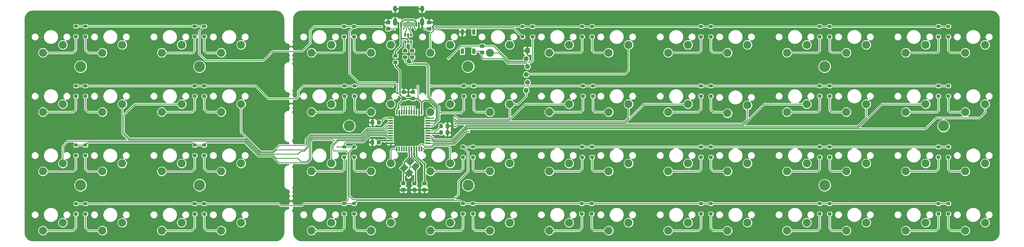
<source format=gbr>
G04 #@! TF.GenerationSoftware,KiCad,Pcbnew,(5.1.2-1)-1*
G04 #@! TF.CreationDate,2020-02-23T14:56:22-06:00*
G04 #@! TF.ProjectId,therick64BASP,74686572-6963-46b3-9634-424153502e6b,rev?*
G04 #@! TF.SameCoordinates,Original*
G04 #@! TF.FileFunction,Copper,L2,Bot*
G04 #@! TF.FilePolarity,Positive*
%FSLAX46Y46*%
G04 Gerber Fmt 4.6, Leading zero omitted, Abs format (unit mm)*
G04 Created by KiCad (PCBNEW (5.1.2-1)-1) date 2020-02-23 14:56:22*
%MOMM*%
%LPD*%
G04 APERTURE LIST*
%ADD10C,0.100000*%
%ADD11C,1.000000*%
%ADD12C,2.540000*%
%ADD13C,3.500000*%
%ADD14R,1.100000X1.800000*%
%ADD15C,0.650000*%
%ADD16R,0.650000X1.060000*%
%ADD17C,1.600200*%
%ADD18C,0.600000*%
%ADD19O,1.300000X2.400000*%
%ADD20C,0.300000*%
%ADD21O,1.300000X1.900000*%
%ADD22C,1.150000*%
%ADD23C,1.800000*%
%ADD24R,0.500000X1.500000*%
%ADD25R,1.500000X0.500000*%
%ADD26C,0.500000*%
%ADD27C,0.700000*%
%ADD28C,0.250000*%
%ADD29C,0.400000*%
G04 APERTURE END LIST*
D10*
G36*
X346214503Y-51882581D02*
G01*
X346238772Y-51886181D01*
X346262570Y-51892142D01*
X346285670Y-51900407D01*
X346307848Y-51910897D01*
X346328892Y-51923510D01*
X346348597Y-51938124D01*
X346366776Y-51954600D01*
X346383252Y-51972779D01*
X346397866Y-51992484D01*
X346410479Y-52013528D01*
X346420969Y-52035706D01*
X346429234Y-52058806D01*
X346435195Y-52082604D01*
X346438795Y-52106873D01*
X346439999Y-52131377D01*
X346439999Y-52631377D01*
X346438795Y-52655881D01*
X346435195Y-52680150D01*
X346429234Y-52703948D01*
X346420969Y-52727048D01*
X346410479Y-52749226D01*
X346397866Y-52770270D01*
X346383252Y-52789975D01*
X346366776Y-52808154D01*
X346348597Y-52824630D01*
X346328892Y-52839244D01*
X346307848Y-52851857D01*
X346285670Y-52862347D01*
X346262570Y-52870612D01*
X346238772Y-52876573D01*
X346214503Y-52880173D01*
X346189999Y-52881377D01*
X345489999Y-52881377D01*
X345465495Y-52880173D01*
X345441226Y-52876573D01*
X345417428Y-52870612D01*
X345394328Y-52862347D01*
X345372150Y-52851857D01*
X345351106Y-52839244D01*
X345331401Y-52824630D01*
X345313222Y-52808154D01*
X345296746Y-52789975D01*
X345282132Y-52770270D01*
X345269519Y-52749226D01*
X345259029Y-52727048D01*
X345250764Y-52703948D01*
X345244803Y-52680150D01*
X345241203Y-52655881D01*
X345239999Y-52631377D01*
X345239999Y-52131377D01*
X345241203Y-52106873D01*
X345244803Y-52082604D01*
X345250764Y-52058806D01*
X345259029Y-52035706D01*
X345269519Y-52013528D01*
X345282132Y-51992484D01*
X345296746Y-51972779D01*
X345313222Y-51954600D01*
X345331401Y-51938124D01*
X345351106Y-51923510D01*
X345372150Y-51910897D01*
X345394328Y-51900407D01*
X345417428Y-51892142D01*
X345441226Y-51886181D01*
X345465495Y-51882581D01*
X345489999Y-51881377D01*
X346189999Y-51881377D01*
X346214503Y-51882581D01*
X346214503Y-51882581D01*
G37*
D11*
X345839999Y-52381377D03*
D10*
G36*
X346214503Y-48582581D02*
G01*
X346238772Y-48586181D01*
X346262570Y-48592142D01*
X346285670Y-48600407D01*
X346307848Y-48610897D01*
X346328892Y-48623510D01*
X346348597Y-48638124D01*
X346366776Y-48654600D01*
X346383252Y-48672779D01*
X346397866Y-48692484D01*
X346410479Y-48713528D01*
X346420969Y-48735706D01*
X346429234Y-48758806D01*
X346435195Y-48782604D01*
X346438795Y-48806873D01*
X346439999Y-48831377D01*
X346439999Y-49331377D01*
X346438795Y-49355881D01*
X346435195Y-49380150D01*
X346429234Y-49403948D01*
X346420969Y-49427048D01*
X346410479Y-49449226D01*
X346397866Y-49470270D01*
X346383252Y-49489975D01*
X346366776Y-49508154D01*
X346348597Y-49524630D01*
X346328892Y-49539244D01*
X346307848Y-49551857D01*
X346285670Y-49562347D01*
X346262570Y-49570612D01*
X346238772Y-49576573D01*
X346214503Y-49580173D01*
X346189999Y-49581377D01*
X345489999Y-49581377D01*
X345465495Y-49580173D01*
X345441226Y-49576573D01*
X345417428Y-49570612D01*
X345394328Y-49562347D01*
X345372150Y-49551857D01*
X345351106Y-49539244D01*
X345331401Y-49524630D01*
X345313222Y-49508154D01*
X345296746Y-49489975D01*
X345282132Y-49470270D01*
X345269519Y-49449226D01*
X345259029Y-49427048D01*
X345250764Y-49403948D01*
X345244803Y-49380150D01*
X345241203Y-49355881D01*
X345239999Y-49331377D01*
X345239999Y-48831377D01*
X345241203Y-48806873D01*
X345244803Y-48782604D01*
X345250764Y-48758806D01*
X345259029Y-48735706D01*
X345269519Y-48713528D01*
X345282132Y-48692484D01*
X345296746Y-48672779D01*
X345313222Y-48654600D01*
X345331401Y-48638124D01*
X345351106Y-48623510D01*
X345372150Y-48610897D01*
X345394328Y-48600407D01*
X345417428Y-48592142D01*
X345441226Y-48586181D01*
X345465495Y-48582581D01*
X345489999Y-48581377D01*
X346189999Y-48581377D01*
X346214503Y-48582581D01*
X346214503Y-48582581D01*
G37*
D11*
X345839999Y-49081377D03*
D12*
X357589999Y-111980002D03*
X351239999Y-114520002D03*
X357589069Y-92979762D03*
X351239069Y-95519762D03*
X262589319Y-111979712D03*
X256239319Y-114519712D03*
X262589319Y-92979762D03*
X256239319Y-95519762D03*
X338589119Y-111979712D03*
X332239119Y-114519712D03*
X319589169Y-111979712D03*
X313239169Y-114519712D03*
X300589219Y-111979712D03*
X294239219Y-114519712D03*
X281589269Y-111979712D03*
X275239269Y-114519712D03*
X243589369Y-111979712D03*
X237239369Y-114519712D03*
X224589999Y-111980002D03*
X218239999Y-114520002D03*
X205589469Y-111979712D03*
X199239469Y-114519712D03*
X186589999Y-111980002D03*
X180239999Y-114520002D03*
X167589999Y-111980002D03*
X161239999Y-114520002D03*
X148589619Y-111980002D03*
X142239619Y-114520002D03*
X338589119Y-92979762D03*
X332239119Y-95519762D03*
X319589169Y-92979762D03*
X313239169Y-95519762D03*
X300589219Y-92979762D03*
X294239219Y-95519762D03*
X281589269Y-92980002D03*
X275239269Y-95520002D03*
X243589369Y-92979762D03*
X237239369Y-95519762D03*
X224589419Y-92979762D03*
X218239419Y-95519762D03*
X205589469Y-92979762D03*
X199239469Y-95519762D03*
X186589999Y-92980002D03*
X180239999Y-95520002D03*
X167589999Y-92980002D03*
X161239999Y-95520002D03*
X148589999Y-92980002D03*
X142239999Y-95520002D03*
X357589069Y-73979812D03*
X351239069Y-76519812D03*
X338589119Y-73979812D03*
X332239119Y-76519812D03*
X319589169Y-73979812D03*
X313239169Y-76519812D03*
X300589999Y-73980002D03*
X294239999Y-76520002D03*
X281589269Y-74359811D03*
X275239269Y-76899811D03*
X262589319Y-73980002D03*
X256239319Y-76520002D03*
X243589999Y-73980002D03*
X237239999Y-76520002D03*
X224589999Y-73980002D03*
X218239999Y-76520002D03*
X205589999Y-73980002D03*
X199239999Y-76520002D03*
X186589999Y-73980002D03*
X180239999Y-76520002D03*
X167589999Y-73980002D03*
X161239999Y-76520002D03*
X148589999Y-73980002D03*
X142239999Y-76520002D03*
X357589069Y-54979862D03*
X351239069Y-57519862D03*
X338589119Y-54979862D03*
X332239119Y-57519862D03*
X319589169Y-54979862D03*
X313239169Y-57519862D03*
X300589999Y-54980002D03*
X294239999Y-57520002D03*
X281589999Y-54980002D03*
X275239999Y-57520002D03*
X262589319Y-54980002D03*
X256239319Y-57520002D03*
X243589369Y-54979862D03*
X237239369Y-57519862D03*
X224589419Y-54979862D03*
X218239419Y-57519862D03*
X199239999Y-57520002D03*
X205589999Y-54980002D03*
X186589999Y-54980002D03*
X180239999Y-57520002D03*
X167589999Y-54980002D03*
X161239999Y-57520002D03*
X148589999Y-54980002D03*
X142239999Y-57520002D03*
X119709695Y-111979712D03*
X113359695Y-114519712D03*
X100709745Y-111979712D03*
X94359745Y-114519712D03*
X81709795Y-111979712D03*
X75359795Y-114519712D03*
X62709845Y-111979712D03*
X56359845Y-114519712D03*
X119709695Y-92979762D03*
X113359695Y-95519762D03*
X100709745Y-92979762D03*
X94359745Y-95519762D03*
X81684395Y-92992462D03*
X75334395Y-95532462D03*
X62709845Y-92979762D03*
X56359845Y-95519762D03*
X119709695Y-73979812D03*
X113359695Y-76519812D03*
X100709745Y-73979812D03*
X94359745Y-76519812D03*
X81709795Y-73979812D03*
X75359795Y-76519812D03*
X62709845Y-73979812D03*
X56359845Y-76519812D03*
X119709695Y-54979862D03*
X113359695Y-57519862D03*
X100709745Y-54979862D03*
X94359745Y-57519862D03*
X81709795Y-54979862D03*
X75359795Y-57519862D03*
X62709845Y-54979862D03*
X56359845Y-57519862D03*
D13*
X106399999Y-99940002D03*
X68399999Y-99940002D03*
X106399999Y-61940002D03*
X68399999Y-61940002D03*
D10*
G36*
X108294503Y-108689206D02*
G01*
X108318772Y-108692806D01*
X108342570Y-108698767D01*
X108365670Y-108707032D01*
X108387848Y-108717522D01*
X108408892Y-108730135D01*
X108428597Y-108744749D01*
X108446776Y-108761225D01*
X108463252Y-108779404D01*
X108477866Y-108799109D01*
X108490479Y-108820153D01*
X108500969Y-108842331D01*
X108509234Y-108865431D01*
X108515195Y-108889229D01*
X108518795Y-108913498D01*
X108519999Y-108938002D01*
X108519999Y-109438002D01*
X108518795Y-109462506D01*
X108515195Y-109486775D01*
X108509234Y-109510573D01*
X108500969Y-109533673D01*
X108490479Y-109555851D01*
X108477866Y-109576895D01*
X108463252Y-109596600D01*
X108446776Y-109614779D01*
X108428597Y-109631255D01*
X108408892Y-109645869D01*
X108387848Y-109658482D01*
X108365670Y-109668972D01*
X108342570Y-109677237D01*
X108318772Y-109683198D01*
X108294503Y-109686798D01*
X108269999Y-109688002D01*
X107569999Y-109688002D01*
X107545495Y-109686798D01*
X107521226Y-109683198D01*
X107497428Y-109677237D01*
X107474328Y-109668972D01*
X107452150Y-109658482D01*
X107431106Y-109645869D01*
X107411401Y-109631255D01*
X107393222Y-109614779D01*
X107376746Y-109596600D01*
X107362132Y-109576895D01*
X107349519Y-109555851D01*
X107339029Y-109533673D01*
X107330764Y-109510573D01*
X107324803Y-109486775D01*
X107321203Y-109462506D01*
X107319999Y-109438002D01*
X107319999Y-108938002D01*
X107321203Y-108913498D01*
X107324803Y-108889229D01*
X107330764Y-108865431D01*
X107339029Y-108842331D01*
X107349519Y-108820153D01*
X107362132Y-108799109D01*
X107376746Y-108779404D01*
X107393222Y-108761225D01*
X107411401Y-108744749D01*
X107431106Y-108730135D01*
X107452150Y-108717522D01*
X107474328Y-108707032D01*
X107497428Y-108698767D01*
X107521226Y-108692806D01*
X107545495Y-108689206D01*
X107569999Y-108688002D01*
X108269999Y-108688002D01*
X108294503Y-108689206D01*
X108294503Y-108689206D01*
G37*
D11*
X107919999Y-109188002D03*
D10*
G36*
X108294503Y-105389206D02*
G01*
X108318772Y-105392806D01*
X108342570Y-105398767D01*
X108365670Y-105407032D01*
X108387848Y-105417522D01*
X108408892Y-105430135D01*
X108428597Y-105444749D01*
X108446776Y-105461225D01*
X108463252Y-105479404D01*
X108477866Y-105499109D01*
X108490479Y-105520153D01*
X108500969Y-105542331D01*
X108509234Y-105565431D01*
X108515195Y-105589229D01*
X108518795Y-105613498D01*
X108519999Y-105638002D01*
X108519999Y-106138002D01*
X108518795Y-106162506D01*
X108515195Y-106186775D01*
X108509234Y-106210573D01*
X108500969Y-106233673D01*
X108490479Y-106255851D01*
X108477866Y-106276895D01*
X108463252Y-106296600D01*
X108446776Y-106314779D01*
X108428597Y-106331255D01*
X108408892Y-106345869D01*
X108387848Y-106358482D01*
X108365670Y-106368972D01*
X108342570Y-106377237D01*
X108318772Y-106383198D01*
X108294503Y-106386798D01*
X108269999Y-106388002D01*
X107569999Y-106388002D01*
X107545495Y-106386798D01*
X107521226Y-106383198D01*
X107497428Y-106377237D01*
X107474328Y-106368972D01*
X107452150Y-106358482D01*
X107431106Y-106345869D01*
X107411401Y-106331255D01*
X107393222Y-106314779D01*
X107376746Y-106296600D01*
X107362132Y-106276895D01*
X107349519Y-106255851D01*
X107339029Y-106233673D01*
X107330764Y-106210573D01*
X107324803Y-106186775D01*
X107321203Y-106162506D01*
X107319999Y-106138002D01*
X107319999Y-105638002D01*
X107321203Y-105613498D01*
X107324803Y-105589229D01*
X107330764Y-105565431D01*
X107339029Y-105542331D01*
X107349519Y-105520153D01*
X107362132Y-105499109D01*
X107376746Y-105479404D01*
X107393222Y-105461225D01*
X107411401Y-105444749D01*
X107431106Y-105430135D01*
X107452150Y-105417522D01*
X107474328Y-105407032D01*
X107497428Y-105398767D01*
X107521226Y-105392806D01*
X107545495Y-105389206D01*
X107569999Y-105388002D01*
X108269999Y-105388002D01*
X108294503Y-105389206D01*
X108294503Y-105389206D01*
G37*
D11*
X107919999Y-105888002D03*
D10*
G36*
X105254503Y-108689206D02*
G01*
X105278772Y-108692806D01*
X105302570Y-108698767D01*
X105325670Y-108707032D01*
X105347848Y-108717522D01*
X105368892Y-108730135D01*
X105388597Y-108744749D01*
X105406776Y-108761225D01*
X105423252Y-108779404D01*
X105437866Y-108799109D01*
X105450479Y-108820153D01*
X105460969Y-108842331D01*
X105469234Y-108865431D01*
X105475195Y-108889229D01*
X105478795Y-108913498D01*
X105479999Y-108938002D01*
X105479999Y-109438002D01*
X105478795Y-109462506D01*
X105475195Y-109486775D01*
X105469234Y-109510573D01*
X105460969Y-109533673D01*
X105450479Y-109555851D01*
X105437866Y-109576895D01*
X105423252Y-109596600D01*
X105406776Y-109614779D01*
X105388597Y-109631255D01*
X105368892Y-109645869D01*
X105347848Y-109658482D01*
X105325670Y-109668972D01*
X105302570Y-109677237D01*
X105278772Y-109683198D01*
X105254503Y-109686798D01*
X105229999Y-109688002D01*
X104529999Y-109688002D01*
X104505495Y-109686798D01*
X104481226Y-109683198D01*
X104457428Y-109677237D01*
X104434328Y-109668972D01*
X104412150Y-109658482D01*
X104391106Y-109645869D01*
X104371401Y-109631255D01*
X104353222Y-109614779D01*
X104336746Y-109596600D01*
X104322132Y-109576895D01*
X104309519Y-109555851D01*
X104299029Y-109533673D01*
X104290764Y-109510573D01*
X104284803Y-109486775D01*
X104281203Y-109462506D01*
X104279999Y-109438002D01*
X104279999Y-108938002D01*
X104281203Y-108913498D01*
X104284803Y-108889229D01*
X104290764Y-108865431D01*
X104299029Y-108842331D01*
X104309519Y-108820153D01*
X104322132Y-108799109D01*
X104336746Y-108779404D01*
X104353222Y-108761225D01*
X104371401Y-108744749D01*
X104391106Y-108730135D01*
X104412150Y-108717522D01*
X104434328Y-108707032D01*
X104457428Y-108698767D01*
X104481226Y-108692806D01*
X104505495Y-108689206D01*
X104529999Y-108688002D01*
X105229999Y-108688002D01*
X105254503Y-108689206D01*
X105254503Y-108689206D01*
G37*
D11*
X104879999Y-109188002D03*
D10*
G36*
X105254503Y-105389206D02*
G01*
X105278772Y-105392806D01*
X105302570Y-105398767D01*
X105325670Y-105407032D01*
X105347848Y-105417522D01*
X105368892Y-105430135D01*
X105388597Y-105444749D01*
X105406776Y-105461225D01*
X105423252Y-105479404D01*
X105437866Y-105499109D01*
X105450479Y-105520153D01*
X105460969Y-105542331D01*
X105469234Y-105565431D01*
X105475195Y-105589229D01*
X105478795Y-105613498D01*
X105479999Y-105638002D01*
X105479999Y-106138002D01*
X105478795Y-106162506D01*
X105475195Y-106186775D01*
X105469234Y-106210573D01*
X105460969Y-106233673D01*
X105450479Y-106255851D01*
X105437866Y-106276895D01*
X105423252Y-106296600D01*
X105406776Y-106314779D01*
X105388597Y-106331255D01*
X105368892Y-106345869D01*
X105347848Y-106358482D01*
X105325670Y-106368972D01*
X105302570Y-106377237D01*
X105278772Y-106383198D01*
X105254503Y-106386798D01*
X105229999Y-106388002D01*
X104529999Y-106388002D01*
X104505495Y-106386798D01*
X104481226Y-106383198D01*
X104457428Y-106377237D01*
X104434328Y-106368972D01*
X104412150Y-106358482D01*
X104391106Y-106345869D01*
X104371401Y-106331255D01*
X104353222Y-106314779D01*
X104336746Y-106296600D01*
X104322132Y-106276895D01*
X104309519Y-106255851D01*
X104299029Y-106233673D01*
X104290764Y-106210573D01*
X104284803Y-106186775D01*
X104281203Y-106162506D01*
X104279999Y-106138002D01*
X104279999Y-105638002D01*
X104281203Y-105613498D01*
X104284803Y-105589229D01*
X104290764Y-105565431D01*
X104299029Y-105542331D01*
X104309519Y-105520153D01*
X104322132Y-105499109D01*
X104336746Y-105479404D01*
X104353222Y-105461225D01*
X104371401Y-105444749D01*
X104391106Y-105430135D01*
X104412150Y-105417522D01*
X104434328Y-105407032D01*
X104457428Y-105398767D01*
X104481226Y-105392806D01*
X104505495Y-105389206D01*
X104529999Y-105388002D01*
X105229999Y-105388002D01*
X105254503Y-105389206D01*
X105254503Y-105389206D01*
G37*
D11*
X104879999Y-105888002D03*
D10*
G36*
X70294503Y-108689206D02*
G01*
X70318772Y-108692806D01*
X70342570Y-108698767D01*
X70365670Y-108707032D01*
X70387848Y-108717522D01*
X70408892Y-108730135D01*
X70428597Y-108744749D01*
X70446776Y-108761225D01*
X70463252Y-108779404D01*
X70477866Y-108799109D01*
X70490479Y-108820153D01*
X70500969Y-108842331D01*
X70509234Y-108865431D01*
X70515195Y-108889229D01*
X70518795Y-108913498D01*
X70519999Y-108938002D01*
X70519999Y-109438002D01*
X70518795Y-109462506D01*
X70515195Y-109486775D01*
X70509234Y-109510573D01*
X70500969Y-109533673D01*
X70490479Y-109555851D01*
X70477866Y-109576895D01*
X70463252Y-109596600D01*
X70446776Y-109614779D01*
X70428597Y-109631255D01*
X70408892Y-109645869D01*
X70387848Y-109658482D01*
X70365670Y-109668972D01*
X70342570Y-109677237D01*
X70318772Y-109683198D01*
X70294503Y-109686798D01*
X70269999Y-109688002D01*
X69569999Y-109688002D01*
X69545495Y-109686798D01*
X69521226Y-109683198D01*
X69497428Y-109677237D01*
X69474328Y-109668972D01*
X69452150Y-109658482D01*
X69431106Y-109645869D01*
X69411401Y-109631255D01*
X69393222Y-109614779D01*
X69376746Y-109596600D01*
X69362132Y-109576895D01*
X69349519Y-109555851D01*
X69339029Y-109533673D01*
X69330764Y-109510573D01*
X69324803Y-109486775D01*
X69321203Y-109462506D01*
X69319999Y-109438002D01*
X69319999Y-108938002D01*
X69321203Y-108913498D01*
X69324803Y-108889229D01*
X69330764Y-108865431D01*
X69339029Y-108842331D01*
X69349519Y-108820153D01*
X69362132Y-108799109D01*
X69376746Y-108779404D01*
X69393222Y-108761225D01*
X69411401Y-108744749D01*
X69431106Y-108730135D01*
X69452150Y-108717522D01*
X69474328Y-108707032D01*
X69497428Y-108698767D01*
X69521226Y-108692806D01*
X69545495Y-108689206D01*
X69569999Y-108688002D01*
X70269999Y-108688002D01*
X70294503Y-108689206D01*
X70294503Y-108689206D01*
G37*
D11*
X69919999Y-109188002D03*
D10*
G36*
X70294503Y-105389206D02*
G01*
X70318772Y-105392806D01*
X70342570Y-105398767D01*
X70365670Y-105407032D01*
X70387848Y-105417522D01*
X70408892Y-105430135D01*
X70428597Y-105444749D01*
X70446776Y-105461225D01*
X70463252Y-105479404D01*
X70477866Y-105499109D01*
X70490479Y-105520153D01*
X70500969Y-105542331D01*
X70509234Y-105565431D01*
X70515195Y-105589229D01*
X70518795Y-105613498D01*
X70519999Y-105638002D01*
X70519999Y-106138002D01*
X70518795Y-106162506D01*
X70515195Y-106186775D01*
X70509234Y-106210573D01*
X70500969Y-106233673D01*
X70490479Y-106255851D01*
X70477866Y-106276895D01*
X70463252Y-106296600D01*
X70446776Y-106314779D01*
X70428597Y-106331255D01*
X70408892Y-106345869D01*
X70387848Y-106358482D01*
X70365670Y-106368972D01*
X70342570Y-106377237D01*
X70318772Y-106383198D01*
X70294503Y-106386798D01*
X70269999Y-106388002D01*
X69569999Y-106388002D01*
X69545495Y-106386798D01*
X69521226Y-106383198D01*
X69497428Y-106377237D01*
X69474328Y-106368972D01*
X69452150Y-106358482D01*
X69431106Y-106345869D01*
X69411401Y-106331255D01*
X69393222Y-106314779D01*
X69376746Y-106296600D01*
X69362132Y-106276895D01*
X69349519Y-106255851D01*
X69339029Y-106233673D01*
X69330764Y-106210573D01*
X69324803Y-106186775D01*
X69321203Y-106162506D01*
X69319999Y-106138002D01*
X69319999Y-105638002D01*
X69321203Y-105613498D01*
X69324803Y-105589229D01*
X69330764Y-105565431D01*
X69339029Y-105542331D01*
X69349519Y-105520153D01*
X69362132Y-105499109D01*
X69376746Y-105479404D01*
X69393222Y-105461225D01*
X69411401Y-105444749D01*
X69431106Y-105430135D01*
X69452150Y-105417522D01*
X69474328Y-105407032D01*
X69497428Y-105398767D01*
X69521226Y-105392806D01*
X69545495Y-105389206D01*
X69569999Y-105388002D01*
X70269999Y-105388002D01*
X70294503Y-105389206D01*
X70294503Y-105389206D01*
G37*
D11*
X69919999Y-105888002D03*
D10*
G36*
X67254503Y-108689206D02*
G01*
X67278772Y-108692806D01*
X67302570Y-108698767D01*
X67325670Y-108707032D01*
X67347848Y-108717522D01*
X67368892Y-108730135D01*
X67388597Y-108744749D01*
X67406776Y-108761225D01*
X67423252Y-108779404D01*
X67437866Y-108799109D01*
X67450479Y-108820153D01*
X67460969Y-108842331D01*
X67469234Y-108865431D01*
X67475195Y-108889229D01*
X67478795Y-108913498D01*
X67479999Y-108938002D01*
X67479999Y-109438002D01*
X67478795Y-109462506D01*
X67475195Y-109486775D01*
X67469234Y-109510573D01*
X67460969Y-109533673D01*
X67450479Y-109555851D01*
X67437866Y-109576895D01*
X67423252Y-109596600D01*
X67406776Y-109614779D01*
X67388597Y-109631255D01*
X67368892Y-109645869D01*
X67347848Y-109658482D01*
X67325670Y-109668972D01*
X67302570Y-109677237D01*
X67278772Y-109683198D01*
X67254503Y-109686798D01*
X67229999Y-109688002D01*
X66529999Y-109688002D01*
X66505495Y-109686798D01*
X66481226Y-109683198D01*
X66457428Y-109677237D01*
X66434328Y-109668972D01*
X66412150Y-109658482D01*
X66391106Y-109645869D01*
X66371401Y-109631255D01*
X66353222Y-109614779D01*
X66336746Y-109596600D01*
X66322132Y-109576895D01*
X66309519Y-109555851D01*
X66299029Y-109533673D01*
X66290764Y-109510573D01*
X66284803Y-109486775D01*
X66281203Y-109462506D01*
X66279999Y-109438002D01*
X66279999Y-108938002D01*
X66281203Y-108913498D01*
X66284803Y-108889229D01*
X66290764Y-108865431D01*
X66299029Y-108842331D01*
X66309519Y-108820153D01*
X66322132Y-108799109D01*
X66336746Y-108779404D01*
X66353222Y-108761225D01*
X66371401Y-108744749D01*
X66391106Y-108730135D01*
X66412150Y-108717522D01*
X66434328Y-108707032D01*
X66457428Y-108698767D01*
X66481226Y-108692806D01*
X66505495Y-108689206D01*
X66529999Y-108688002D01*
X67229999Y-108688002D01*
X67254503Y-108689206D01*
X67254503Y-108689206D01*
G37*
D11*
X66879999Y-109188002D03*
D10*
G36*
X67254503Y-105389206D02*
G01*
X67278772Y-105392806D01*
X67302570Y-105398767D01*
X67325670Y-105407032D01*
X67347848Y-105417522D01*
X67368892Y-105430135D01*
X67388597Y-105444749D01*
X67406776Y-105461225D01*
X67423252Y-105479404D01*
X67437866Y-105499109D01*
X67450479Y-105520153D01*
X67460969Y-105542331D01*
X67469234Y-105565431D01*
X67475195Y-105589229D01*
X67478795Y-105613498D01*
X67479999Y-105638002D01*
X67479999Y-106138002D01*
X67478795Y-106162506D01*
X67475195Y-106186775D01*
X67469234Y-106210573D01*
X67460969Y-106233673D01*
X67450479Y-106255851D01*
X67437866Y-106276895D01*
X67423252Y-106296600D01*
X67406776Y-106314779D01*
X67388597Y-106331255D01*
X67368892Y-106345869D01*
X67347848Y-106358482D01*
X67325670Y-106368972D01*
X67302570Y-106377237D01*
X67278772Y-106383198D01*
X67254503Y-106386798D01*
X67229999Y-106388002D01*
X66529999Y-106388002D01*
X66505495Y-106386798D01*
X66481226Y-106383198D01*
X66457428Y-106377237D01*
X66434328Y-106368972D01*
X66412150Y-106358482D01*
X66391106Y-106345869D01*
X66371401Y-106331255D01*
X66353222Y-106314779D01*
X66336746Y-106296600D01*
X66322132Y-106276895D01*
X66309519Y-106255851D01*
X66299029Y-106233673D01*
X66290764Y-106210573D01*
X66284803Y-106186775D01*
X66281203Y-106162506D01*
X66279999Y-106138002D01*
X66279999Y-105638002D01*
X66281203Y-105613498D01*
X66284803Y-105589229D01*
X66290764Y-105565431D01*
X66299029Y-105542331D01*
X66309519Y-105520153D01*
X66322132Y-105499109D01*
X66336746Y-105479404D01*
X66353222Y-105461225D01*
X66371401Y-105444749D01*
X66391106Y-105430135D01*
X66412150Y-105417522D01*
X66434328Y-105407032D01*
X66457428Y-105398767D01*
X66481226Y-105392806D01*
X66505495Y-105389206D01*
X66529999Y-105388002D01*
X67229999Y-105388002D01*
X67254503Y-105389206D01*
X67254503Y-105389206D01*
G37*
D11*
X66879999Y-105888002D03*
D10*
G36*
X108294503Y-89944206D02*
G01*
X108318772Y-89947806D01*
X108342570Y-89953767D01*
X108365670Y-89962032D01*
X108387848Y-89972522D01*
X108408892Y-89985135D01*
X108428597Y-89999749D01*
X108446776Y-90016225D01*
X108463252Y-90034404D01*
X108477866Y-90054109D01*
X108490479Y-90075153D01*
X108500969Y-90097331D01*
X108509234Y-90120431D01*
X108515195Y-90144229D01*
X108518795Y-90168498D01*
X108519999Y-90193002D01*
X108519999Y-90693002D01*
X108518795Y-90717506D01*
X108515195Y-90741775D01*
X108509234Y-90765573D01*
X108500969Y-90788673D01*
X108490479Y-90810851D01*
X108477866Y-90831895D01*
X108463252Y-90851600D01*
X108446776Y-90869779D01*
X108428597Y-90886255D01*
X108408892Y-90900869D01*
X108387848Y-90913482D01*
X108365670Y-90923972D01*
X108342570Y-90932237D01*
X108318772Y-90938198D01*
X108294503Y-90941798D01*
X108269999Y-90943002D01*
X107569999Y-90943002D01*
X107545495Y-90941798D01*
X107521226Y-90938198D01*
X107497428Y-90932237D01*
X107474328Y-90923972D01*
X107452150Y-90913482D01*
X107431106Y-90900869D01*
X107411401Y-90886255D01*
X107393222Y-90869779D01*
X107376746Y-90851600D01*
X107362132Y-90831895D01*
X107349519Y-90810851D01*
X107339029Y-90788673D01*
X107330764Y-90765573D01*
X107324803Y-90741775D01*
X107321203Y-90717506D01*
X107319999Y-90693002D01*
X107319999Y-90193002D01*
X107321203Y-90168498D01*
X107324803Y-90144229D01*
X107330764Y-90120431D01*
X107339029Y-90097331D01*
X107349519Y-90075153D01*
X107362132Y-90054109D01*
X107376746Y-90034404D01*
X107393222Y-90016225D01*
X107411401Y-89999749D01*
X107431106Y-89985135D01*
X107452150Y-89972522D01*
X107474328Y-89962032D01*
X107497428Y-89953767D01*
X107521226Y-89947806D01*
X107545495Y-89944206D01*
X107569999Y-89943002D01*
X108269999Y-89943002D01*
X108294503Y-89944206D01*
X108294503Y-89944206D01*
G37*
D11*
X107919999Y-90443002D03*
D10*
G36*
X108294503Y-86644206D02*
G01*
X108318772Y-86647806D01*
X108342570Y-86653767D01*
X108365670Y-86662032D01*
X108387848Y-86672522D01*
X108408892Y-86685135D01*
X108428597Y-86699749D01*
X108446776Y-86716225D01*
X108463252Y-86734404D01*
X108477866Y-86754109D01*
X108490479Y-86775153D01*
X108500969Y-86797331D01*
X108509234Y-86820431D01*
X108515195Y-86844229D01*
X108518795Y-86868498D01*
X108519999Y-86893002D01*
X108519999Y-87393002D01*
X108518795Y-87417506D01*
X108515195Y-87441775D01*
X108509234Y-87465573D01*
X108500969Y-87488673D01*
X108490479Y-87510851D01*
X108477866Y-87531895D01*
X108463252Y-87551600D01*
X108446776Y-87569779D01*
X108428597Y-87586255D01*
X108408892Y-87600869D01*
X108387848Y-87613482D01*
X108365670Y-87623972D01*
X108342570Y-87632237D01*
X108318772Y-87638198D01*
X108294503Y-87641798D01*
X108269999Y-87643002D01*
X107569999Y-87643002D01*
X107545495Y-87641798D01*
X107521226Y-87638198D01*
X107497428Y-87632237D01*
X107474328Y-87623972D01*
X107452150Y-87613482D01*
X107431106Y-87600869D01*
X107411401Y-87586255D01*
X107393222Y-87569779D01*
X107376746Y-87551600D01*
X107362132Y-87531895D01*
X107349519Y-87510851D01*
X107339029Y-87488673D01*
X107330764Y-87465573D01*
X107324803Y-87441775D01*
X107321203Y-87417506D01*
X107319999Y-87393002D01*
X107319999Y-86893002D01*
X107321203Y-86868498D01*
X107324803Y-86844229D01*
X107330764Y-86820431D01*
X107339029Y-86797331D01*
X107349519Y-86775153D01*
X107362132Y-86754109D01*
X107376746Y-86734404D01*
X107393222Y-86716225D01*
X107411401Y-86699749D01*
X107431106Y-86685135D01*
X107452150Y-86672522D01*
X107474328Y-86662032D01*
X107497428Y-86653767D01*
X107521226Y-86647806D01*
X107545495Y-86644206D01*
X107569999Y-86643002D01*
X108269999Y-86643002D01*
X108294503Y-86644206D01*
X108294503Y-86644206D01*
G37*
D11*
X107919999Y-87143002D03*
D10*
G36*
X105254503Y-89944206D02*
G01*
X105278772Y-89947806D01*
X105302570Y-89953767D01*
X105325670Y-89962032D01*
X105347848Y-89972522D01*
X105368892Y-89985135D01*
X105388597Y-89999749D01*
X105406776Y-90016225D01*
X105423252Y-90034404D01*
X105437866Y-90054109D01*
X105450479Y-90075153D01*
X105460969Y-90097331D01*
X105469234Y-90120431D01*
X105475195Y-90144229D01*
X105478795Y-90168498D01*
X105479999Y-90193002D01*
X105479999Y-90693002D01*
X105478795Y-90717506D01*
X105475195Y-90741775D01*
X105469234Y-90765573D01*
X105460969Y-90788673D01*
X105450479Y-90810851D01*
X105437866Y-90831895D01*
X105423252Y-90851600D01*
X105406776Y-90869779D01*
X105388597Y-90886255D01*
X105368892Y-90900869D01*
X105347848Y-90913482D01*
X105325670Y-90923972D01*
X105302570Y-90932237D01*
X105278772Y-90938198D01*
X105254503Y-90941798D01*
X105229999Y-90943002D01*
X104529999Y-90943002D01*
X104505495Y-90941798D01*
X104481226Y-90938198D01*
X104457428Y-90932237D01*
X104434328Y-90923972D01*
X104412150Y-90913482D01*
X104391106Y-90900869D01*
X104371401Y-90886255D01*
X104353222Y-90869779D01*
X104336746Y-90851600D01*
X104322132Y-90831895D01*
X104309519Y-90810851D01*
X104299029Y-90788673D01*
X104290764Y-90765573D01*
X104284803Y-90741775D01*
X104281203Y-90717506D01*
X104279999Y-90693002D01*
X104279999Y-90193002D01*
X104281203Y-90168498D01*
X104284803Y-90144229D01*
X104290764Y-90120431D01*
X104299029Y-90097331D01*
X104309519Y-90075153D01*
X104322132Y-90054109D01*
X104336746Y-90034404D01*
X104353222Y-90016225D01*
X104371401Y-89999749D01*
X104391106Y-89985135D01*
X104412150Y-89972522D01*
X104434328Y-89962032D01*
X104457428Y-89953767D01*
X104481226Y-89947806D01*
X104505495Y-89944206D01*
X104529999Y-89943002D01*
X105229999Y-89943002D01*
X105254503Y-89944206D01*
X105254503Y-89944206D01*
G37*
D11*
X104879999Y-90443002D03*
D10*
G36*
X105254503Y-86644206D02*
G01*
X105278772Y-86647806D01*
X105302570Y-86653767D01*
X105325670Y-86662032D01*
X105347848Y-86672522D01*
X105368892Y-86685135D01*
X105388597Y-86699749D01*
X105406776Y-86716225D01*
X105423252Y-86734404D01*
X105437866Y-86754109D01*
X105450479Y-86775153D01*
X105460969Y-86797331D01*
X105469234Y-86820431D01*
X105475195Y-86844229D01*
X105478795Y-86868498D01*
X105479999Y-86893002D01*
X105479999Y-87393002D01*
X105478795Y-87417506D01*
X105475195Y-87441775D01*
X105469234Y-87465573D01*
X105460969Y-87488673D01*
X105450479Y-87510851D01*
X105437866Y-87531895D01*
X105423252Y-87551600D01*
X105406776Y-87569779D01*
X105388597Y-87586255D01*
X105368892Y-87600869D01*
X105347848Y-87613482D01*
X105325670Y-87623972D01*
X105302570Y-87632237D01*
X105278772Y-87638198D01*
X105254503Y-87641798D01*
X105229999Y-87643002D01*
X104529999Y-87643002D01*
X104505495Y-87641798D01*
X104481226Y-87638198D01*
X104457428Y-87632237D01*
X104434328Y-87623972D01*
X104412150Y-87613482D01*
X104391106Y-87600869D01*
X104371401Y-87586255D01*
X104353222Y-87569779D01*
X104336746Y-87551600D01*
X104322132Y-87531895D01*
X104309519Y-87510851D01*
X104299029Y-87488673D01*
X104290764Y-87465573D01*
X104284803Y-87441775D01*
X104281203Y-87417506D01*
X104279999Y-87393002D01*
X104279999Y-86893002D01*
X104281203Y-86868498D01*
X104284803Y-86844229D01*
X104290764Y-86820431D01*
X104299029Y-86797331D01*
X104309519Y-86775153D01*
X104322132Y-86754109D01*
X104336746Y-86734404D01*
X104353222Y-86716225D01*
X104371401Y-86699749D01*
X104391106Y-86685135D01*
X104412150Y-86672522D01*
X104434328Y-86662032D01*
X104457428Y-86653767D01*
X104481226Y-86647806D01*
X104505495Y-86644206D01*
X104529999Y-86643002D01*
X105229999Y-86643002D01*
X105254503Y-86644206D01*
X105254503Y-86644206D01*
G37*
D11*
X104879999Y-87143002D03*
D10*
G36*
X70294503Y-89944206D02*
G01*
X70318772Y-89947806D01*
X70342570Y-89953767D01*
X70365670Y-89962032D01*
X70387848Y-89972522D01*
X70408892Y-89985135D01*
X70428597Y-89999749D01*
X70446776Y-90016225D01*
X70463252Y-90034404D01*
X70477866Y-90054109D01*
X70490479Y-90075153D01*
X70500969Y-90097331D01*
X70509234Y-90120431D01*
X70515195Y-90144229D01*
X70518795Y-90168498D01*
X70519999Y-90193002D01*
X70519999Y-90693002D01*
X70518795Y-90717506D01*
X70515195Y-90741775D01*
X70509234Y-90765573D01*
X70500969Y-90788673D01*
X70490479Y-90810851D01*
X70477866Y-90831895D01*
X70463252Y-90851600D01*
X70446776Y-90869779D01*
X70428597Y-90886255D01*
X70408892Y-90900869D01*
X70387848Y-90913482D01*
X70365670Y-90923972D01*
X70342570Y-90932237D01*
X70318772Y-90938198D01*
X70294503Y-90941798D01*
X70269999Y-90943002D01*
X69569999Y-90943002D01*
X69545495Y-90941798D01*
X69521226Y-90938198D01*
X69497428Y-90932237D01*
X69474328Y-90923972D01*
X69452150Y-90913482D01*
X69431106Y-90900869D01*
X69411401Y-90886255D01*
X69393222Y-90869779D01*
X69376746Y-90851600D01*
X69362132Y-90831895D01*
X69349519Y-90810851D01*
X69339029Y-90788673D01*
X69330764Y-90765573D01*
X69324803Y-90741775D01*
X69321203Y-90717506D01*
X69319999Y-90693002D01*
X69319999Y-90193002D01*
X69321203Y-90168498D01*
X69324803Y-90144229D01*
X69330764Y-90120431D01*
X69339029Y-90097331D01*
X69349519Y-90075153D01*
X69362132Y-90054109D01*
X69376746Y-90034404D01*
X69393222Y-90016225D01*
X69411401Y-89999749D01*
X69431106Y-89985135D01*
X69452150Y-89972522D01*
X69474328Y-89962032D01*
X69497428Y-89953767D01*
X69521226Y-89947806D01*
X69545495Y-89944206D01*
X69569999Y-89943002D01*
X70269999Y-89943002D01*
X70294503Y-89944206D01*
X70294503Y-89944206D01*
G37*
D11*
X69919999Y-90443002D03*
D10*
G36*
X70294503Y-86644206D02*
G01*
X70318772Y-86647806D01*
X70342570Y-86653767D01*
X70365670Y-86662032D01*
X70387848Y-86672522D01*
X70408892Y-86685135D01*
X70428597Y-86699749D01*
X70446776Y-86716225D01*
X70463252Y-86734404D01*
X70477866Y-86754109D01*
X70490479Y-86775153D01*
X70500969Y-86797331D01*
X70509234Y-86820431D01*
X70515195Y-86844229D01*
X70518795Y-86868498D01*
X70519999Y-86893002D01*
X70519999Y-87393002D01*
X70518795Y-87417506D01*
X70515195Y-87441775D01*
X70509234Y-87465573D01*
X70500969Y-87488673D01*
X70490479Y-87510851D01*
X70477866Y-87531895D01*
X70463252Y-87551600D01*
X70446776Y-87569779D01*
X70428597Y-87586255D01*
X70408892Y-87600869D01*
X70387848Y-87613482D01*
X70365670Y-87623972D01*
X70342570Y-87632237D01*
X70318772Y-87638198D01*
X70294503Y-87641798D01*
X70269999Y-87643002D01*
X69569999Y-87643002D01*
X69545495Y-87641798D01*
X69521226Y-87638198D01*
X69497428Y-87632237D01*
X69474328Y-87623972D01*
X69452150Y-87613482D01*
X69431106Y-87600869D01*
X69411401Y-87586255D01*
X69393222Y-87569779D01*
X69376746Y-87551600D01*
X69362132Y-87531895D01*
X69349519Y-87510851D01*
X69339029Y-87488673D01*
X69330764Y-87465573D01*
X69324803Y-87441775D01*
X69321203Y-87417506D01*
X69319999Y-87393002D01*
X69319999Y-86893002D01*
X69321203Y-86868498D01*
X69324803Y-86844229D01*
X69330764Y-86820431D01*
X69339029Y-86797331D01*
X69349519Y-86775153D01*
X69362132Y-86754109D01*
X69376746Y-86734404D01*
X69393222Y-86716225D01*
X69411401Y-86699749D01*
X69431106Y-86685135D01*
X69452150Y-86672522D01*
X69474328Y-86662032D01*
X69497428Y-86653767D01*
X69521226Y-86647806D01*
X69545495Y-86644206D01*
X69569999Y-86643002D01*
X70269999Y-86643002D01*
X70294503Y-86644206D01*
X70294503Y-86644206D01*
G37*
D11*
X69919999Y-87143002D03*
D10*
G36*
X67254503Y-89944206D02*
G01*
X67278772Y-89947806D01*
X67302570Y-89953767D01*
X67325670Y-89962032D01*
X67347848Y-89972522D01*
X67368892Y-89985135D01*
X67388597Y-89999749D01*
X67406776Y-90016225D01*
X67423252Y-90034404D01*
X67437866Y-90054109D01*
X67450479Y-90075153D01*
X67460969Y-90097331D01*
X67469234Y-90120431D01*
X67475195Y-90144229D01*
X67478795Y-90168498D01*
X67479999Y-90193002D01*
X67479999Y-90693002D01*
X67478795Y-90717506D01*
X67475195Y-90741775D01*
X67469234Y-90765573D01*
X67460969Y-90788673D01*
X67450479Y-90810851D01*
X67437866Y-90831895D01*
X67423252Y-90851600D01*
X67406776Y-90869779D01*
X67388597Y-90886255D01*
X67368892Y-90900869D01*
X67347848Y-90913482D01*
X67325670Y-90923972D01*
X67302570Y-90932237D01*
X67278772Y-90938198D01*
X67254503Y-90941798D01*
X67229999Y-90943002D01*
X66529999Y-90943002D01*
X66505495Y-90941798D01*
X66481226Y-90938198D01*
X66457428Y-90932237D01*
X66434328Y-90923972D01*
X66412150Y-90913482D01*
X66391106Y-90900869D01*
X66371401Y-90886255D01*
X66353222Y-90869779D01*
X66336746Y-90851600D01*
X66322132Y-90831895D01*
X66309519Y-90810851D01*
X66299029Y-90788673D01*
X66290764Y-90765573D01*
X66284803Y-90741775D01*
X66281203Y-90717506D01*
X66279999Y-90693002D01*
X66279999Y-90193002D01*
X66281203Y-90168498D01*
X66284803Y-90144229D01*
X66290764Y-90120431D01*
X66299029Y-90097331D01*
X66309519Y-90075153D01*
X66322132Y-90054109D01*
X66336746Y-90034404D01*
X66353222Y-90016225D01*
X66371401Y-89999749D01*
X66391106Y-89985135D01*
X66412150Y-89972522D01*
X66434328Y-89962032D01*
X66457428Y-89953767D01*
X66481226Y-89947806D01*
X66505495Y-89944206D01*
X66529999Y-89943002D01*
X67229999Y-89943002D01*
X67254503Y-89944206D01*
X67254503Y-89944206D01*
G37*
D11*
X66879999Y-90443002D03*
D10*
G36*
X67254503Y-86644206D02*
G01*
X67278772Y-86647806D01*
X67302570Y-86653767D01*
X67325670Y-86662032D01*
X67347848Y-86672522D01*
X67368892Y-86685135D01*
X67388597Y-86699749D01*
X67406776Y-86716225D01*
X67423252Y-86734404D01*
X67437866Y-86754109D01*
X67450479Y-86775153D01*
X67460969Y-86797331D01*
X67469234Y-86820431D01*
X67475195Y-86844229D01*
X67478795Y-86868498D01*
X67479999Y-86893002D01*
X67479999Y-87393002D01*
X67478795Y-87417506D01*
X67475195Y-87441775D01*
X67469234Y-87465573D01*
X67460969Y-87488673D01*
X67450479Y-87510851D01*
X67437866Y-87531895D01*
X67423252Y-87551600D01*
X67406776Y-87569779D01*
X67388597Y-87586255D01*
X67368892Y-87600869D01*
X67347848Y-87613482D01*
X67325670Y-87623972D01*
X67302570Y-87632237D01*
X67278772Y-87638198D01*
X67254503Y-87641798D01*
X67229999Y-87643002D01*
X66529999Y-87643002D01*
X66505495Y-87641798D01*
X66481226Y-87638198D01*
X66457428Y-87632237D01*
X66434328Y-87623972D01*
X66412150Y-87613482D01*
X66391106Y-87600869D01*
X66371401Y-87586255D01*
X66353222Y-87569779D01*
X66336746Y-87551600D01*
X66322132Y-87531895D01*
X66309519Y-87510851D01*
X66299029Y-87488673D01*
X66290764Y-87465573D01*
X66284803Y-87441775D01*
X66281203Y-87417506D01*
X66279999Y-87393002D01*
X66279999Y-86893002D01*
X66281203Y-86868498D01*
X66284803Y-86844229D01*
X66290764Y-86820431D01*
X66299029Y-86797331D01*
X66309519Y-86775153D01*
X66322132Y-86754109D01*
X66336746Y-86734404D01*
X66353222Y-86716225D01*
X66371401Y-86699749D01*
X66391106Y-86685135D01*
X66412150Y-86672522D01*
X66434328Y-86662032D01*
X66457428Y-86653767D01*
X66481226Y-86647806D01*
X66505495Y-86644206D01*
X66529999Y-86643002D01*
X67229999Y-86643002D01*
X67254503Y-86644206D01*
X67254503Y-86644206D01*
G37*
D11*
X66879999Y-87143002D03*
D10*
G36*
X108294503Y-70943206D02*
G01*
X108318772Y-70946806D01*
X108342570Y-70952767D01*
X108365670Y-70961032D01*
X108387848Y-70971522D01*
X108408892Y-70984135D01*
X108428597Y-70998749D01*
X108446776Y-71015225D01*
X108463252Y-71033404D01*
X108477866Y-71053109D01*
X108490479Y-71074153D01*
X108500969Y-71096331D01*
X108509234Y-71119431D01*
X108515195Y-71143229D01*
X108518795Y-71167498D01*
X108519999Y-71192002D01*
X108519999Y-71692002D01*
X108518795Y-71716506D01*
X108515195Y-71740775D01*
X108509234Y-71764573D01*
X108500969Y-71787673D01*
X108490479Y-71809851D01*
X108477866Y-71830895D01*
X108463252Y-71850600D01*
X108446776Y-71868779D01*
X108428597Y-71885255D01*
X108408892Y-71899869D01*
X108387848Y-71912482D01*
X108365670Y-71922972D01*
X108342570Y-71931237D01*
X108318772Y-71937198D01*
X108294503Y-71940798D01*
X108269999Y-71942002D01*
X107569999Y-71942002D01*
X107545495Y-71940798D01*
X107521226Y-71937198D01*
X107497428Y-71931237D01*
X107474328Y-71922972D01*
X107452150Y-71912482D01*
X107431106Y-71899869D01*
X107411401Y-71885255D01*
X107393222Y-71868779D01*
X107376746Y-71850600D01*
X107362132Y-71830895D01*
X107349519Y-71809851D01*
X107339029Y-71787673D01*
X107330764Y-71764573D01*
X107324803Y-71740775D01*
X107321203Y-71716506D01*
X107319999Y-71692002D01*
X107319999Y-71192002D01*
X107321203Y-71167498D01*
X107324803Y-71143229D01*
X107330764Y-71119431D01*
X107339029Y-71096331D01*
X107349519Y-71074153D01*
X107362132Y-71053109D01*
X107376746Y-71033404D01*
X107393222Y-71015225D01*
X107411401Y-70998749D01*
X107431106Y-70984135D01*
X107452150Y-70971522D01*
X107474328Y-70961032D01*
X107497428Y-70952767D01*
X107521226Y-70946806D01*
X107545495Y-70943206D01*
X107569999Y-70942002D01*
X108269999Y-70942002D01*
X108294503Y-70943206D01*
X108294503Y-70943206D01*
G37*
D11*
X107919999Y-71442002D03*
D10*
G36*
X108294503Y-67643206D02*
G01*
X108318772Y-67646806D01*
X108342570Y-67652767D01*
X108365670Y-67661032D01*
X108387848Y-67671522D01*
X108408892Y-67684135D01*
X108428597Y-67698749D01*
X108446776Y-67715225D01*
X108463252Y-67733404D01*
X108477866Y-67753109D01*
X108490479Y-67774153D01*
X108500969Y-67796331D01*
X108509234Y-67819431D01*
X108515195Y-67843229D01*
X108518795Y-67867498D01*
X108519999Y-67892002D01*
X108519999Y-68392002D01*
X108518795Y-68416506D01*
X108515195Y-68440775D01*
X108509234Y-68464573D01*
X108500969Y-68487673D01*
X108490479Y-68509851D01*
X108477866Y-68530895D01*
X108463252Y-68550600D01*
X108446776Y-68568779D01*
X108428597Y-68585255D01*
X108408892Y-68599869D01*
X108387848Y-68612482D01*
X108365670Y-68622972D01*
X108342570Y-68631237D01*
X108318772Y-68637198D01*
X108294503Y-68640798D01*
X108269999Y-68642002D01*
X107569999Y-68642002D01*
X107545495Y-68640798D01*
X107521226Y-68637198D01*
X107497428Y-68631237D01*
X107474328Y-68622972D01*
X107452150Y-68612482D01*
X107431106Y-68599869D01*
X107411401Y-68585255D01*
X107393222Y-68568779D01*
X107376746Y-68550600D01*
X107362132Y-68530895D01*
X107349519Y-68509851D01*
X107339029Y-68487673D01*
X107330764Y-68464573D01*
X107324803Y-68440775D01*
X107321203Y-68416506D01*
X107319999Y-68392002D01*
X107319999Y-67892002D01*
X107321203Y-67867498D01*
X107324803Y-67843229D01*
X107330764Y-67819431D01*
X107339029Y-67796331D01*
X107349519Y-67774153D01*
X107362132Y-67753109D01*
X107376746Y-67733404D01*
X107393222Y-67715225D01*
X107411401Y-67698749D01*
X107431106Y-67684135D01*
X107452150Y-67671522D01*
X107474328Y-67661032D01*
X107497428Y-67652767D01*
X107521226Y-67646806D01*
X107545495Y-67643206D01*
X107569999Y-67642002D01*
X108269999Y-67642002D01*
X108294503Y-67643206D01*
X108294503Y-67643206D01*
G37*
D11*
X107919999Y-68142002D03*
D10*
G36*
X105254503Y-70943206D02*
G01*
X105278772Y-70946806D01*
X105302570Y-70952767D01*
X105325670Y-70961032D01*
X105347848Y-70971522D01*
X105368892Y-70984135D01*
X105388597Y-70998749D01*
X105406776Y-71015225D01*
X105423252Y-71033404D01*
X105437866Y-71053109D01*
X105450479Y-71074153D01*
X105460969Y-71096331D01*
X105469234Y-71119431D01*
X105475195Y-71143229D01*
X105478795Y-71167498D01*
X105479999Y-71192002D01*
X105479999Y-71692002D01*
X105478795Y-71716506D01*
X105475195Y-71740775D01*
X105469234Y-71764573D01*
X105460969Y-71787673D01*
X105450479Y-71809851D01*
X105437866Y-71830895D01*
X105423252Y-71850600D01*
X105406776Y-71868779D01*
X105388597Y-71885255D01*
X105368892Y-71899869D01*
X105347848Y-71912482D01*
X105325670Y-71922972D01*
X105302570Y-71931237D01*
X105278772Y-71937198D01*
X105254503Y-71940798D01*
X105229999Y-71942002D01*
X104529999Y-71942002D01*
X104505495Y-71940798D01*
X104481226Y-71937198D01*
X104457428Y-71931237D01*
X104434328Y-71922972D01*
X104412150Y-71912482D01*
X104391106Y-71899869D01*
X104371401Y-71885255D01*
X104353222Y-71868779D01*
X104336746Y-71850600D01*
X104322132Y-71830895D01*
X104309519Y-71809851D01*
X104299029Y-71787673D01*
X104290764Y-71764573D01*
X104284803Y-71740775D01*
X104281203Y-71716506D01*
X104279999Y-71692002D01*
X104279999Y-71192002D01*
X104281203Y-71167498D01*
X104284803Y-71143229D01*
X104290764Y-71119431D01*
X104299029Y-71096331D01*
X104309519Y-71074153D01*
X104322132Y-71053109D01*
X104336746Y-71033404D01*
X104353222Y-71015225D01*
X104371401Y-70998749D01*
X104391106Y-70984135D01*
X104412150Y-70971522D01*
X104434328Y-70961032D01*
X104457428Y-70952767D01*
X104481226Y-70946806D01*
X104505495Y-70943206D01*
X104529999Y-70942002D01*
X105229999Y-70942002D01*
X105254503Y-70943206D01*
X105254503Y-70943206D01*
G37*
D11*
X104879999Y-71442002D03*
D10*
G36*
X105254503Y-67643206D02*
G01*
X105278772Y-67646806D01*
X105302570Y-67652767D01*
X105325670Y-67661032D01*
X105347848Y-67671522D01*
X105368892Y-67684135D01*
X105388597Y-67698749D01*
X105406776Y-67715225D01*
X105423252Y-67733404D01*
X105437866Y-67753109D01*
X105450479Y-67774153D01*
X105460969Y-67796331D01*
X105469234Y-67819431D01*
X105475195Y-67843229D01*
X105478795Y-67867498D01*
X105479999Y-67892002D01*
X105479999Y-68392002D01*
X105478795Y-68416506D01*
X105475195Y-68440775D01*
X105469234Y-68464573D01*
X105460969Y-68487673D01*
X105450479Y-68509851D01*
X105437866Y-68530895D01*
X105423252Y-68550600D01*
X105406776Y-68568779D01*
X105388597Y-68585255D01*
X105368892Y-68599869D01*
X105347848Y-68612482D01*
X105325670Y-68622972D01*
X105302570Y-68631237D01*
X105278772Y-68637198D01*
X105254503Y-68640798D01*
X105229999Y-68642002D01*
X104529999Y-68642002D01*
X104505495Y-68640798D01*
X104481226Y-68637198D01*
X104457428Y-68631237D01*
X104434328Y-68622972D01*
X104412150Y-68612482D01*
X104391106Y-68599869D01*
X104371401Y-68585255D01*
X104353222Y-68568779D01*
X104336746Y-68550600D01*
X104322132Y-68530895D01*
X104309519Y-68509851D01*
X104299029Y-68487673D01*
X104290764Y-68464573D01*
X104284803Y-68440775D01*
X104281203Y-68416506D01*
X104279999Y-68392002D01*
X104279999Y-67892002D01*
X104281203Y-67867498D01*
X104284803Y-67843229D01*
X104290764Y-67819431D01*
X104299029Y-67796331D01*
X104309519Y-67774153D01*
X104322132Y-67753109D01*
X104336746Y-67733404D01*
X104353222Y-67715225D01*
X104371401Y-67698749D01*
X104391106Y-67684135D01*
X104412150Y-67671522D01*
X104434328Y-67661032D01*
X104457428Y-67652767D01*
X104481226Y-67646806D01*
X104505495Y-67643206D01*
X104529999Y-67642002D01*
X105229999Y-67642002D01*
X105254503Y-67643206D01*
X105254503Y-67643206D01*
G37*
D11*
X104879999Y-68142002D03*
D10*
G36*
X70294503Y-70943206D02*
G01*
X70318772Y-70946806D01*
X70342570Y-70952767D01*
X70365670Y-70961032D01*
X70387848Y-70971522D01*
X70408892Y-70984135D01*
X70428597Y-70998749D01*
X70446776Y-71015225D01*
X70463252Y-71033404D01*
X70477866Y-71053109D01*
X70490479Y-71074153D01*
X70500969Y-71096331D01*
X70509234Y-71119431D01*
X70515195Y-71143229D01*
X70518795Y-71167498D01*
X70519999Y-71192002D01*
X70519999Y-71692002D01*
X70518795Y-71716506D01*
X70515195Y-71740775D01*
X70509234Y-71764573D01*
X70500969Y-71787673D01*
X70490479Y-71809851D01*
X70477866Y-71830895D01*
X70463252Y-71850600D01*
X70446776Y-71868779D01*
X70428597Y-71885255D01*
X70408892Y-71899869D01*
X70387848Y-71912482D01*
X70365670Y-71922972D01*
X70342570Y-71931237D01*
X70318772Y-71937198D01*
X70294503Y-71940798D01*
X70269999Y-71942002D01*
X69569999Y-71942002D01*
X69545495Y-71940798D01*
X69521226Y-71937198D01*
X69497428Y-71931237D01*
X69474328Y-71922972D01*
X69452150Y-71912482D01*
X69431106Y-71899869D01*
X69411401Y-71885255D01*
X69393222Y-71868779D01*
X69376746Y-71850600D01*
X69362132Y-71830895D01*
X69349519Y-71809851D01*
X69339029Y-71787673D01*
X69330764Y-71764573D01*
X69324803Y-71740775D01*
X69321203Y-71716506D01*
X69319999Y-71692002D01*
X69319999Y-71192002D01*
X69321203Y-71167498D01*
X69324803Y-71143229D01*
X69330764Y-71119431D01*
X69339029Y-71096331D01*
X69349519Y-71074153D01*
X69362132Y-71053109D01*
X69376746Y-71033404D01*
X69393222Y-71015225D01*
X69411401Y-70998749D01*
X69431106Y-70984135D01*
X69452150Y-70971522D01*
X69474328Y-70961032D01*
X69497428Y-70952767D01*
X69521226Y-70946806D01*
X69545495Y-70943206D01*
X69569999Y-70942002D01*
X70269999Y-70942002D01*
X70294503Y-70943206D01*
X70294503Y-70943206D01*
G37*
D11*
X69919999Y-71442002D03*
D10*
G36*
X70294503Y-67643206D02*
G01*
X70318772Y-67646806D01*
X70342570Y-67652767D01*
X70365670Y-67661032D01*
X70387848Y-67671522D01*
X70408892Y-67684135D01*
X70428597Y-67698749D01*
X70446776Y-67715225D01*
X70463252Y-67733404D01*
X70477866Y-67753109D01*
X70490479Y-67774153D01*
X70500969Y-67796331D01*
X70509234Y-67819431D01*
X70515195Y-67843229D01*
X70518795Y-67867498D01*
X70519999Y-67892002D01*
X70519999Y-68392002D01*
X70518795Y-68416506D01*
X70515195Y-68440775D01*
X70509234Y-68464573D01*
X70500969Y-68487673D01*
X70490479Y-68509851D01*
X70477866Y-68530895D01*
X70463252Y-68550600D01*
X70446776Y-68568779D01*
X70428597Y-68585255D01*
X70408892Y-68599869D01*
X70387848Y-68612482D01*
X70365670Y-68622972D01*
X70342570Y-68631237D01*
X70318772Y-68637198D01*
X70294503Y-68640798D01*
X70269999Y-68642002D01*
X69569999Y-68642002D01*
X69545495Y-68640798D01*
X69521226Y-68637198D01*
X69497428Y-68631237D01*
X69474328Y-68622972D01*
X69452150Y-68612482D01*
X69431106Y-68599869D01*
X69411401Y-68585255D01*
X69393222Y-68568779D01*
X69376746Y-68550600D01*
X69362132Y-68530895D01*
X69349519Y-68509851D01*
X69339029Y-68487673D01*
X69330764Y-68464573D01*
X69324803Y-68440775D01*
X69321203Y-68416506D01*
X69319999Y-68392002D01*
X69319999Y-67892002D01*
X69321203Y-67867498D01*
X69324803Y-67843229D01*
X69330764Y-67819431D01*
X69339029Y-67796331D01*
X69349519Y-67774153D01*
X69362132Y-67753109D01*
X69376746Y-67733404D01*
X69393222Y-67715225D01*
X69411401Y-67698749D01*
X69431106Y-67684135D01*
X69452150Y-67671522D01*
X69474328Y-67661032D01*
X69497428Y-67652767D01*
X69521226Y-67646806D01*
X69545495Y-67643206D01*
X69569999Y-67642002D01*
X70269999Y-67642002D01*
X70294503Y-67643206D01*
X70294503Y-67643206D01*
G37*
D11*
X69919999Y-68142002D03*
D10*
G36*
X67254503Y-70943206D02*
G01*
X67278772Y-70946806D01*
X67302570Y-70952767D01*
X67325670Y-70961032D01*
X67347848Y-70971522D01*
X67368892Y-70984135D01*
X67388597Y-70998749D01*
X67406776Y-71015225D01*
X67423252Y-71033404D01*
X67437866Y-71053109D01*
X67450479Y-71074153D01*
X67460969Y-71096331D01*
X67469234Y-71119431D01*
X67475195Y-71143229D01*
X67478795Y-71167498D01*
X67479999Y-71192002D01*
X67479999Y-71692002D01*
X67478795Y-71716506D01*
X67475195Y-71740775D01*
X67469234Y-71764573D01*
X67460969Y-71787673D01*
X67450479Y-71809851D01*
X67437866Y-71830895D01*
X67423252Y-71850600D01*
X67406776Y-71868779D01*
X67388597Y-71885255D01*
X67368892Y-71899869D01*
X67347848Y-71912482D01*
X67325670Y-71922972D01*
X67302570Y-71931237D01*
X67278772Y-71937198D01*
X67254503Y-71940798D01*
X67229999Y-71942002D01*
X66529999Y-71942002D01*
X66505495Y-71940798D01*
X66481226Y-71937198D01*
X66457428Y-71931237D01*
X66434328Y-71922972D01*
X66412150Y-71912482D01*
X66391106Y-71899869D01*
X66371401Y-71885255D01*
X66353222Y-71868779D01*
X66336746Y-71850600D01*
X66322132Y-71830895D01*
X66309519Y-71809851D01*
X66299029Y-71787673D01*
X66290764Y-71764573D01*
X66284803Y-71740775D01*
X66281203Y-71716506D01*
X66279999Y-71692002D01*
X66279999Y-71192002D01*
X66281203Y-71167498D01*
X66284803Y-71143229D01*
X66290764Y-71119431D01*
X66299029Y-71096331D01*
X66309519Y-71074153D01*
X66322132Y-71053109D01*
X66336746Y-71033404D01*
X66353222Y-71015225D01*
X66371401Y-70998749D01*
X66391106Y-70984135D01*
X66412150Y-70971522D01*
X66434328Y-70961032D01*
X66457428Y-70952767D01*
X66481226Y-70946806D01*
X66505495Y-70943206D01*
X66529999Y-70942002D01*
X67229999Y-70942002D01*
X67254503Y-70943206D01*
X67254503Y-70943206D01*
G37*
D11*
X66879999Y-71442002D03*
D10*
G36*
X67254503Y-67643206D02*
G01*
X67278772Y-67646806D01*
X67302570Y-67652767D01*
X67325670Y-67661032D01*
X67347848Y-67671522D01*
X67368892Y-67684135D01*
X67388597Y-67698749D01*
X67406776Y-67715225D01*
X67423252Y-67733404D01*
X67437866Y-67753109D01*
X67450479Y-67774153D01*
X67460969Y-67796331D01*
X67469234Y-67819431D01*
X67475195Y-67843229D01*
X67478795Y-67867498D01*
X67479999Y-67892002D01*
X67479999Y-68392002D01*
X67478795Y-68416506D01*
X67475195Y-68440775D01*
X67469234Y-68464573D01*
X67460969Y-68487673D01*
X67450479Y-68509851D01*
X67437866Y-68530895D01*
X67423252Y-68550600D01*
X67406776Y-68568779D01*
X67388597Y-68585255D01*
X67368892Y-68599869D01*
X67347848Y-68612482D01*
X67325670Y-68622972D01*
X67302570Y-68631237D01*
X67278772Y-68637198D01*
X67254503Y-68640798D01*
X67229999Y-68642002D01*
X66529999Y-68642002D01*
X66505495Y-68640798D01*
X66481226Y-68637198D01*
X66457428Y-68631237D01*
X66434328Y-68622972D01*
X66412150Y-68612482D01*
X66391106Y-68599869D01*
X66371401Y-68585255D01*
X66353222Y-68568779D01*
X66336746Y-68550600D01*
X66322132Y-68530895D01*
X66309519Y-68509851D01*
X66299029Y-68487673D01*
X66290764Y-68464573D01*
X66284803Y-68440775D01*
X66281203Y-68416506D01*
X66279999Y-68392002D01*
X66279999Y-67892002D01*
X66281203Y-67867498D01*
X66284803Y-67843229D01*
X66290764Y-67819431D01*
X66299029Y-67796331D01*
X66309519Y-67774153D01*
X66322132Y-67753109D01*
X66336746Y-67733404D01*
X66353222Y-67715225D01*
X66371401Y-67698749D01*
X66391106Y-67684135D01*
X66412150Y-67671522D01*
X66434328Y-67661032D01*
X66457428Y-67652767D01*
X66481226Y-67646806D01*
X66505495Y-67643206D01*
X66529999Y-67642002D01*
X67229999Y-67642002D01*
X67254503Y-67643206D01*
X67254503Y-67643206D01*
G37*
D11*
X66879999Y-68142002D03*
D10*
G36*
X108294503Y-51816206D02*
G01*
X108318772Y-51819806D01*
X108342570Y-51825767D01*
X108365670Y-51834032D01*
X108387848Y-51844522D01*
X108408892Y-51857135D01*
X108428597Y-51871749D01*
X108446776Y-51888225D01*
X108463252Y-51906404D01*
X108477866Y-51926109D01*
X108490479Y-51947153D01*
X108500969Y-51969331D01*
X108509234Y-51992431D01*
X108515195Y-52016229D01*
X108518795Y-52040498D01*
X108519999Y-52065002D01*
X108519999Y-52565002D01*
X108518795Y-52589506D01*
X108515195Y-52613775D01*
X108509234Y-52637573D01*
X108500969Y-52660673D01*
X108490479Y-52682851D01*
X108477866Y-52703895D01*
X108463252Y-52723600D01*
X108446776Y-52741779D01*
X108428597Y-52758255D01*
X108408892Y-52772869D01*
X108387848Y-52785482D01*
X108365670Y-52795972D01*
X108342570Y-52804237D01*
X108318772Y-52810198D01*
X108294503Y-52813798D01*
X108269999Y-52815002D01*
X107569999Y-52815002D01*
X107545495Y-52813798D01*
X107521226Y-52810198D01*
X107497428Y-52804237D01*
X107474328Y-52795972D01*
X107452150Y-52785482D01*
X107431106Y-52772869D01*
X107411401Y-52758255D01*
X107393222Y-52741779D01*
X107376746Y-52723600D01*
X107362132Y-52703895D01*
X107349519Y-52682851D01*
X107339029Y-52660673D01*
X107330764Y-52637573D01*
X107324803Y-52613775D01*
X107321203Y-52589506D01*
X107319999Y-52565002D01*
X107319999Y-52065002D01*
X107321203Y-52040498D01*
X107324803Y-52016229D01*
X107330764Y-51992431D01*
X107339029Y-51969331D01*
X107349519Y-51947153D01*
X107362132Y-51926109D01*
X107376746Y-51906404D01*
X107393222Y-51888225D01*
X107411401Y-51871749D01*
X107431106Y-51857135D01*
X107452150Y-51844522D01*
X107474328Y-51834032D01*
X107497428Y-51825767D01*
X107521226Y-51819806D01*
X107545495Y-51816206D01*
X107569999Y-51815002D01*
X108269999Y-51815002D01*
X108294503Y-51816206D01*
X108294503Y-51816206D01*
G37*
D11*
X107919999Y-52315002D03*
D10*
G36*
X108294503Y-48516206D02*
G01*
X108318772Y-48519806D01*
X108342570Y-48525767D01*
X108365670Y-48534032D01*
X108387848Y-48544522D01*
X108408892Y-48557135D01*
X108428597Y-48571749D01*
X108446776Y-48588225D01*
X108463252Y-48606404D01*
X108477866Y-48626109D01*
X108490479Y-48647153D01*
X108500969Y-48669331D01*
X108509234Y-48692431D01*
X108515195Y-48716229D01*
X108518795Y-48740498D01*
X108519999Y-48765002D01*
X108519999Y-49265002D01*
X108518795Y-49289506D01*
X108515195Y-49313775D01*
X108509234Y-49337573D01*
X108500969Y-49360673D01*
X108490479Y-49382851D01*
X108477866Y-49403895D01*
X108463252Y-49423600D01*
X108446776Y-49441779D01*
X108428597Y-49458255D01*
X108408892Y-49472869D01*
X108387848Y-49485482D01*
X108365670Y-49495972D01*
X108342570Y-49504237D01*
X108318772Y-49510198D01*
X108294503Y-49513798D01*
X108269999Y-49515002D01*
X107569999Y-49515002D01*
X107545495Y-49513798D01*
X107521226Y-49510198D01*
X107497428Y-49504237D01*
X107474328Y-49495972D01*
X107452150Y-49485482D01*
X107431106Y-49472869D01*
X107411401Y-49458255D01*
X107393222Y-49441779D01*
X107376746Y-49423600D01*
X107362132Y-49403895D01*
X107349519Y-49382851D01*
X107339029Y-49360673D01*
X107330764Y-49337573D01*
X107324803Y-49313775D01*
X107321203Y-49289506D01*
X107319999Y-49265002D01*
X107319999Y-48765002D01*
X107321203Y-48740498D01*
X107324803Y-48716229D01*
X107330764Y-48692431D01*
X107339029Y-48669331D01*
X107349519Y-48647153D01*
X107362132Y-48626109D01*
X107376746Y-48606404D01*
X107393222Y-48588225D01*
X107411401Y-48571749D01*
X107431106Y-48557135D01*
X107452150Y-48544522D01*
X107474328Y-48534032D01*
X107497428Y-48525767D01*
X107521226Y-48519806D01*
X107545495Y-48516206D01*
X107569999Y-48515002D01*
X108269999Y-48515002D01*
X108294503Y-48516206D01*
X108294503Y-48516206D01*
G37*
D11*
X107919999Y-49015002D03*
D10*
G36*
X105254503Y-51816206D02*
G01*
X105278772Y-51819806D01*
X105302570Y-51825767D01*
X105325670Y-51834032D01*
X105347848Y-51844522D01*
X105368892Y-51857135D01*
X105388597Y-51871749D01*
X105406776Y-51888225D01*
X105423252Y-51906404D01*
X105437866Y-51926109D01*
X105450479Y-51947153D01*
X105460969Y-51969331D01*
X105469234Y-51992431D01*
X105475195Y-52016229D01*
X105478795Y-52040498D01*
X105479999Y-52065002D01*
X105479999Y-52565002D01*
X105478795Y-52589506D01*
X105475195Y-52613775D01*
X105469234Y-52637573D01*
X105460969Y-52660673D01*
X105450479Y-52682851D01*
X105437866Y-52703895D01*
X105423252Y-52723600D01*
X105406776Y-52741779D01*
X105388597Y-52758255D01*
X105368892Y-52772869D01*
X105347848Y-52785482D01*
X105325670Y-52795972D01*
X105302570Y-52804237D01*
X105278772Y-52810198D01*
X105254503Y-52813798D01*
X105229999Y-52815002D01*
X104529999Y-52815002D01*
X104505495Y-52813798D01*
X104481226Y-52810198D01*
X104457428Y-52804237D01*
X104434328Y-52795972D01*
X104412150Y-52785482D01*
X104391106Y-52772869D01*
X104371401Y-52758255D01*
X104353222Y-52741779D01*
X104336746Y-52723600D01*
X104322132Y-52703895D01*
X104309519Y-52682851D01*
X104299029Y-52660673D01*
X104290764Y-52637573D01*
X104284803Y-52613775D01*
X104281203Y-52589506D01*
X104279999Y-52565002D01*
X104279999Y-52065002D01*
X104281203Y-52040498D01*
X104284803Y-52016229D01*
X104290764Y-51992431D01*
X104299029Y-51969331D01*
X104309519Y-51947153D01*
X104322132Y-51926109D01*
X104336746Y-51906404D01*
X104353222Y-51888225D01*
X104371401Y-51871749D01*
X104391106Y-51857135D01*
X104412150Y-51844522D01*
X104434328Y-51834032D01*
X104457428Y-51825767D01*
X104481226Y-51819806D01*
X104505495Y-51816206D01*
X104529999Y-51815002D01*
X105229999Y-51815002D01*
X105254503Y-51816206D01*
X105254503Y-51816206D01*
G37*
D11*
X104879999Y-52315002D03*
D10*
G36*
X105254503Y-48516206D02*
G01*
X105278772Y-48519806D01*
X105302570Y-48525767D01*
X105325670Y-48534032D01*
X105347848Y-48544522D01*
X105368892Y-48557135D01*
X105388597Y-48571749D01*
X105406776Y-48588225D01*
X105423252Y-48606404D01*
X105437866Y-48626109D01*
X105450479Y-48647153D01*
X105460969Y-48669331D01*
X105469234Y-48692431D01*
X105475195Y-48716229D01*
X105478795Y-48740498D01*
X105479999Y-48765002D01*
X105479999Y-49265002D01*
X105478795Y-49289506D01*
X105475195Y-49313775D01*
X105469234Y-49337573D01*
X105460969Y-49360673D01*
X105450479Y-49382851D01*
X105437866Y-49403895D01*
X105423252Y-49423600D01*
X105406776Y-49441779D01*
X105388597Y-49458255D01*
X105368892Y-49472869D01*
X105347848Y-49485482D01*
X105325670Y-49495972D01*
X105302570Y-49504237D01*
X105278772Y-49510198D01*
X105254503Y-49513798D01*
X105229999Y-49515002D01*
X104529999Y-49515002D01*
X104505495Y-49513798D01*
X104481226Y-49510198D01*
X104457428Y-49504237D01*
X104434328Y-49495972D01*
X104412150Y-49485482D01*
X104391106Y-49472869D01*
X104371401Y-49458255D01*
X104353222Y-49441779D01*
X104336746Y-49423600D01*
X104322132Y-49403895D01*
X104309519Y-49382851D01*
X104299029Y-49360673D01*
X104290764Y-49337573D01*
X104284803Y-49313775D01*
X104281203Y-49289506D01*
X104279999Y-49265002D01*
X104279999Y-48765002D01*
X104281203Y-48740498D01*
X104284803Y-48716229D01*
X104290764Y-48692431D01*
X104299029Y-48669331D01*
X104309519Y-48647153D01*
X104322132Y-48626109D01*
X104336746Y-48606404D01*
X104353222Y-48588225D01*
X104371401Y-48571749D01*
X104391106Y-48557135D01*
X104412150Y-48544522D01*
X104434328Y-48534032D01*
X104457428Y-48525767D01*
X104481226Y-48519806D01*
X104505495Y-48516206D01*
X104529999Y-48515002D01*
X105229999Y-48515002D01*
X105254503Y-48516206D01*
X105254503Y-48516206D01*
G37*
D11*
X104879999Y-49015002D03*
D10*
G36*
X70294503Y-51816206D02*
G01*
X70318772Y-51819806D01*
X70342570Y-51825767D01*
X70365670Y-51834032D01*
X70387848Y-51844522D01*
X70408892Y-51857135D01*
X70428597Y-51871749D01*
X70446776Y-51888225D01*
X70463252Y-51906404D01*
X70477866Y-51926109D01*
X70490479Y-51947153D01*
X70500969Y-51969331D01*
X70509234Y-51992431D01*
X70515195Y-52016229D01*
X70518795Y-52040498D01*
X70519999Y-52065002D01*
X70519999Y-52565002D01*
X70518795Y-52589506D01*
X70515195Y-52613775D01*
X70509234Y-52637573D01*
X70500969Y-52660673D01*
X70490479Y-52682851D01*
X70477866Y-52703895D01*
X70463252Y-52723600D01*
X70446776Y-52741779D01*
X70428597Y-52758255D01*
X70408892Y-52772869D01*
X70387848Y-52785482D01*
X70365670Y-52795972D01*
X70342570Y-52804237D01*
X70318772Y-52810198D01*
X70294503Y-52813798D01*
X70269999Y-52815002D01*
X69569999Y-52815002D01*
X69545495Y-52813798D01*
X69521226Y-52810198D01*
X69497428Y-52804237D01*
X69474328Y-52795972D01*
X69452150Y-52785482D01*
X69431106Y-52772869D01*
X69411401Y-52758255D01*
X69393222Y-52741779D01*
X69376746Y-52723600D01*
X69362132Y-52703895D01*
X69349519Y-52682851D01*
X69339029Y-52660673D01*
X69330764Y-52637573D01*
X69324803Y-52613775D01*
X69321203Y-52589506D01*
X69319999Y-52565002D01*
X69319999Y-52065002D01*
X69321203Y-52040498D01*
X69324803Y-52016229D01*
X69330764Y-51992431D01*
X69339029Y-51969331D01*
X69349519Y-51947153D01*
X69362132Y-51926109D01*
X69376746Y-51906404D01*
X69393222Y-51888225D01*
X69411401Y-51871749D01*
X69431106Y-51857135D01*
X69452150Y-51844522D01*
X69474328Y-51834032D01*
X69497428Y-51825767D01*
X69521226Y-51819806D01*
X69545495Y-51816206D01*
X69569999Y-51815002D01*
X70269999Y-51815002D01*
X70294503Y-51816206D01*
X70294503Y-51816206D01*
G37*
D11*
X69919999Y-52315002D03*
D10*
G36*
X70294503Y-48516206D02*
G01*
X70318772Y-48519806D01*
X70342570Y-48525767D01*
X70365670Y-48534032D01*
X70387848Y-48544522D01*
X70408892Y-48557135D01*
X70428597Y-48571749D01*
X70446776Y-48588225D01*
X70463252Y-48606404D01*
X70477866Y-48626109D01*
X70490479Y-48647153D01*
X70500969Y-48669331D01*
X70509234Y-48692431D01*
X70515195Y-48716229D01*
X70518795Y-48740498D01*
X70519999Y-48765002D01*
X70519999Y-49265002D01*
X70518795Y-49289506D01*
X70515195Y-49313775D01*
X70509234Y-49337573D01*
X70500969Y-49360673D01*
X70490479Y-49382851D01*
X70477866Y-49403895D01*
X70463252Y-49423600D01*
X70446776Y-49441779D01*
X70428597Y-49458255D01*
X70408892Y-49472869D01*
X70387848Y-49485482D01*
X70365670Y-49495972D01*
X70342570Y-49504237D01*
X70318772Y-49510198D01*
X70294503Y-49513798D01*
X70269999Y-49515002D01*
X69569999Y-49515002D01*
X69545495Y-49513798D01*
X69521226Y-49510198D01*
X69497428Y-49504237D01*
X69474328Y-49495972D01*
X69452150Y-49485482D01*
X69431106Y-49472869D01*
X69411401Y-49458255D01*
X69393222Y-49441779D01*
X69376746Y-49423600D01*
X69362132Y-49403895D01*
X69349519Y-49382851D01*
X69339029Y-49360673D01*
X69330764Y-49337573D01*
X69324803Y-49313775D01*
X69321203Y-49289506D01*
X69319999Y-49265002D01*
X69319999Y-48765002D01*
X69321203Y-48740498D01*
X69324803Y-48716229D01*
X69330764Y-48692431D01*
X69339029Y-48669331D01*
X69349519Y-48647153D01*
X69362132Y-48626109D01*
X69376746Y-48606404D01*
X69393222Y-48588225D01*
X69411401Y-48571749D01*
X69431106Y-48557135D01*
X69452150Y-48544522D01*
X69474328Y-48534032D01*
X69497428Y-48525767D01*
X69521226Y-48519806D01*
X69545495Y-48516206D01*
X69569999Y-48515002D01*
X70269999Y-48515002D01*
X70294503Y-48516206D01*
X70294503Y-48516206D01*
G37*
D11*
X69919999Y-49015002D03*
D10*
G36*
X67254503Y-51816206D02*
G01*
X67278772Y-51819806D01*
X67302570Y-51825767D01*
X67325670Y-51834032D01*
X67347848Y-51844522D01*
X67368892Y-51857135D01*
X67388597Y-51871749D01*
X67406776Y-51888225D01*
X67423252Y-51906404D01*
X67437866Y-51926109D01*
X67450479Y-51947153D01*
X67460969Y-51969331D01*
X67469234Y-51992431D01*
X67475195Y-52016229D01*
X67478795Y-52040498D01*
X67479999Y-52065002D01*
X67479999Y-52565002D01*
X67478795Y-52589506D01*
X67475195Y-52613775D01*
X67469234Y-52637573D01*
X67460969Y-52660673D01*
X67450479Y-52682851D01*
X67437866Y-52703895D01*
X67423252Y-52723600D01*
X67406776Y-52741779D01*
X67388597Y-52758255D01*
X67368892Y-52772869D01*
X67347848Y-52785482D01*
X67325670Y-52795972D01*
X67302570Y-52804237D01*
X67278772Y-52810198D01*
X67254503Y-52813798D01*
X67229999Y-52815002D01*
X66529999Y-52815002D01*
X66505495Y-52813798D01*
X66481226Y-52810198D01*
X66457428Y-52804237D01*
X66434328Y-52795972D01*
X66412150Y-52785482D01*
X66391106Y-52772869D01*
X66371401Y-52758255D01*
X66353222Y-52741779D01*
X66336746Y-52723600D01*
X66322132Y-52703895D01*
X66309519Y-52682851D01*
X66299029Y-52660673D01*
X66290764Y-52637573D01*
X66284803Y-52613775D01*
X66281203Y-52589506D01*
X66279999Y-52565002D01*
X66279999Y-52065002D01*
X66281203Y-52040498D01*
X66284803Y-52016229D01*
X66290764Y-51992431D01*
X66299029Y-51969331D01*
X66309519Y-51947153D01*
X66322132Y-51926109D01*
X66336746Y-51906404D01*
X66353222Y-51888225D01*
X66371401Y-51871749D01*
X66391106Y-51857135D01*
X66412150Y-51844522D01*
X66434328Y-51834032D01*
X66457428Y-51825767D01*
X66481226Y-51819806D01*
X66505495Y-51816206D01*
X66529999Y-51815002D01*
X67229999Y-51815002D01*
X67254503Y-51816206D01*
X67254503Y-51816206D01*
G37*
D11*
X66879999Y-52315002D03*
D10*
G36*
X67254503Y-48516206D02*
G01*
X67278772Y-48519806D01*
X67302570Y-48525767D01*
X67325670Y-48534032D01*
X67347848Y-48544522D01*
X67368892Y-48557135D01*
X67388597Y-48571749D01*
X67406776Y-48588225D01*
X67423252Y-48606404D01*
X67437866Y-48626109D01*
X67450479Y-48647153D01*
X67460969Y-48669331D01*
X67469234Y-48692431D01*
X67475195Y-48716229D01*
X67478795Y-48740498D01*
X67479999Y-48765002D01*
X67479999Y-49265002D01*
X67478795Y-49289506D01*
X67475195Y-49313775D01*
X67469234Y-49337573D01*
X67460969Y-49360673D01*
X67450479Y-49382851D01*
X67437866Y-49403895D01*
X67423252Y-49423600D01*
X67406776Y-49441779D01*
X67388597Y-49458255D01*
X67368892Y-49472869D01*
X67347848Y-49485482D01*
X67325670Y-49495972D01*
X67302570Y-49504237D01*
X67278772Y-49510198D01*
X67254503Y-49513798D01*
X67229999Y-49515002D01*
X66529999Y-49515002D01*
X66505495Y-49513798D01*
X66481226Y-49510198D01*
X66457428Y-49504237D01*
X66434328Y-49495972D01*
X66412150Y-49485482D01*
X66391106Y-49472869D01*
X66371401Y-49458255D01*
X66353222Y-49441779D01*
X66336746Y-49423600D01*
X66322132Y-49403895D01*
X66309519Y-49382851D01*
X66299029Y-49360673D01*
X66290764Y-49337573D01*
X66284803Y-49313775D01*
X66281203Y-49289506D01*
X66279999Y-49265002D01*
X66279999Y-48765002D01*
X66281203Y-48740498D01*
X66284803Y-48716229D01*
X66290764Y-48692431D01*
X66299029Y-48669331D01*
X66309519Y-48647153D01*
X66322132Y-48626109D01*
X66336746Y-48606404D01*
X66353222Y-48588225D01*
X66371401Y-48571749D01*
X66391106Y-48557135D01*
X66412150Y-48544522D01*
X66434328Y-48534032D01*
X66457428Y-48525767D01*
X66481226Y-48519806D01*
X66505495Y-48516206D01*
X66529999Y-48515002D01*
X67229999Y-48515002D01*
X67254503Y-48516206D01*
X67254503Y-48516206D01*
G37*
D11*
X66879999Y-49015002D03*
D14*
X190429999Y-57060002D03*
X194129999Y-50860002D03*
X194129999Y-57060002D03*
X190429999Y-50860002D03*
D10*
G36*
X173136856Y-53509567D02*
G01*
X173168404Y-53514247D01*
X173199343Y-53521996D01*
X173229372Y-53532741D01*
X173258204Y-53546378D01*
X173285560Y-53562774D01*
X173311178Y-53581774D01*
X173334810Y-53603192D01*
X173356228Y-53626824D01*
X173375228Y-53652442D01*
X173391624Y-53679798D01*
X173405261Y-53708630D01*
X173416006Y-53738659D01*
X173423755Y-53769598D01*
X173428435Y-53801146D01*
X173430000Y-53833002D01*
X173430000Y-54243002D01*
X173428435Y-54274858D01*
X173423755Y-54306406D01*
X173416006Y-54337345D01*
X173405261Y-54367374D01*
X173391624Y-54396206D01*
X173375228Y-54423562D01*
X173356228Y-54449180D01*
X173334810Y-54472812D01*
X173311178Y-54494230D01*
X173285560Y-54513230D01*
X173258204Y-54529626D01*
X173229372Y-54543263D01*
X173199343Y-54554008D01*
X173168404Y-54561757D01*
X173136856Y-54566437D01*
X173105000Y-54568002D01*
X173104998Y-54568002D01*
X173073142Y-54566437D01*
X173041594Y-54561757D01*
X173010655Y-54554008D01*
X172980626Y-54543263D01*
X172951794Y-54529626D01*
X172924438Y-54513230D01*
X172898820Y-54494230D01*
X172875188Y-54472812D01*
X172853770Y-54449180D01*
X172834770Y-54423562D01*
X172818374Y-54396206D01*
X172804737Y-54367374D01*
X172793992Y-54337345D01*
X172786243Y-54306406D01*
X172781563Y-54274858D01*
X172779998Y-54243002D01*
X172779998Y-53833002D01*
X172781563Y-53801146D01*
X172786243Y-53769598D01*
X172793992Y-53738659D01*
X172804737Y-53708630D01*
X172818374Y-53679798D01*
X172834770Y-53652442D01*
X172853770Y-53626824D01*
X172875188Y-53603192D01*
X172898820Y-53581774D01*
X172924438Y-53562774D01*
X172951794Y-53546378D01*
X172980626Y-53532741D01*
X173010655Y-53521996D01*
X173041594Y-53514247D01*
X173073142Y-53509567D01*
X173104998Y-53508002D01*
X173105000Y-53508002D01*
X173136856Y-53509567D01*
X173136856Y-53509567D01*
G37*
D15*
X173104999Y-54038002D03*
D10*
G36*
X172186856Y-53509567D02*
G01*
X172218404Y-53514247D01*
X172249343Y-53521996D01*
X172279372Y-53532741D01*
X172308204Y-53546378D01*
X172335560Y-53562774D01*
X172361178Y-53581774D01*
X172384810Y-53603192D01*
X172406228Y-53626824D01*
X172425228Y-53652442D01*
X172441624Y-53679798D01*
X172455261Y-53708630D01*
X172466006Y-53738659D01*
X172473755Y-53769598D01*
X172478435Y-53801146D01*
X172480000Y-53833002D01*
X172480000Y-54243002D01*
X172478435Y-54274858D01*
X172473755Y-54306406D01*
X172466006Y-54337345D01*
X172455261Y-54367374D01*
X172441624Y-54396206D01*
X172425228Y-54423562D01*
X172406228Y-54449180D01*
X172384810Y-54472812D01*
X172361178Y-54494230D01*
X172335560Y-54513230D01*
X172308204Y-54529626D01*
X172279372Y-54543263D01*
X172249343Y-54554008D01*
X172218404Y-54561757D01*
X172186856Y-54566437D01*
X172155000Y-54568002D01*
X172154998Y-54568002D01*
X172123142Y-54566437D01*
X172091594Y-54561757D01*
X172060655Y-54554008D01*
X172030626Y-54543263D01*
X172001794Y-54529626D01*
X171974438Y-54513230D01*
X171948820Y-54494230D01*
X171925188Y-54472812D01*
X171903770Y-54449180D01*
X171884770Y-54423562D01*
X171868374Y-54396206D01*
X171854737Y-54367374D01*
X171843992Y-54337345D01*
X171836243Y-54306406D01*
X171831563Y-54274858D01*
X171829998Y-54243002D01*
X171829998Y-53833002D01*
X171831563Y-53801146D01*
X171836243Y-53769598D01*
X171843992Y-53738659D01*
X171854737Y-53708630D01*
X171868374Y-53679798D01*
X171884770Y-53652442D01*
X171903770Y-53626824D01*
X171925188Y-53603192D01*
X171948820Y-53581774D01*
X171974438Y-53562774D01*
X172001794Y-53546378D01*
X172030626Y-53532741D01*
X172060655Y-53521996D01*
X172091594Y-53514247D01*
X172123142Y-53509567D01*
X172154998Y-53508002D01*
X172155000Y-53508002D01*
X172186856Y-53509567D01*
X172186856Y-53509567D01*
G37*
D15*
X172154999Y-54038002D03*
D10*
G36*
X174086856Y-53509567D02*
G01*
X174118404Y-53514247D01*
X174149343Y-53521996D01*
X174179372Y-53532741D01*
X174208204Y-53546378D01*
X174235560Y-53562774D01*
X174261178Y-53581774D01*
X174284810Y-53603192D01*
X174306228Y-53626824D01*
X174325228Y-53652442D01*
X174341624Y-53679798D01*
X174355261Y-53708630D01*
X174366006Y-53738659D01*
X174373755Y-53769598D01*
X174378435Y-53801146D01*
X174380000Y-53833002D01*
X174380000Y-54243002D01*
X174378435Y-54274858D01*
X174373755Y-54306406D01*
X174366006Y-54337345D01*
X174355261Y-54367374D01*
X174341624Y-54396206D01*
X174325228Y-54423562D01*
X174306228Y-54449180D01*
X174284810Y-54472812D01*
X174261178Y-54494230D01*
X174235560Y-54513230D01*
X174208204Y-54529626D01*
X174179372Y-54543263D01*
X174149343Y-54554008D01*
X174118404Y-54561757D01*
X174086856Y-54566437D01*
X174055000Y-54568002D01*
X174054998Y-54568002D01*
X174023142Y-54566437D01*
X173991594Y-54561757D01*
X173960655Y-54554008D01*
X173930626Y-54543263D01*
X173901794Y-54529626D01*
X173874438Y-54513230D01*
X173848820Y-54494230D01*
X173825188Y-54472812D01*
X173803770Y-54449180D01*
X173784770Y-54423562D01*
X173768374Y-54396206D01*
X173754737Y-54367374D01*
X173743992Y-54337345D01*
X173736243Y-54306406D01*
X173731563Y-54274858D01*
X173729998Y-54243002D01*
X173729998Y-53833002D01*
X173731563Y-53801146D01*
X173736243Y-53769598D01*
X173743992Y-53738659D01*
X173754737Y-53708630D01*
X173768374Y-53679798D01*
X173784770Y-53652442D01*
X173803770Y-53626824D01*
X173825188Y-53603192D01*
X173848820Y-53581774D01*
X173874438Y-53562774D01*
X173901794Y-53546378D01*
X173930626Y-53532741D01*
X173960655Y-53521996D01*
X173991594Y-53514247D01*
X174023142Y-53509567D01*
X174054998Y-53508002D01*
X174055000Y-53508002D01*
X174086856Y-53509567D01*
X174086856Y-53509567D01*
G37*
D15*
X174054999Y-54038002D03*
D10*
G36*
X174086856Y-51309567D02*
G01*
X174118404Y-51314247D01*
X174149343Y-51321996D01*
X174179372Y-51332741D01*
X174208204Y-51346378D01*
X174235560Y-51362774D01*
X174261178Y-51381774D01*
X174284810Y-51403192D01*
X174306228Y-51426824D01*
X174325228Y-51452442D01*
X174341624Y-51479798D01*
X174355261Y-51508630D01*
X174366006Y-51538659D01*
X174373755Y-51569598D01*
X174378435Y-51601146D01*
X174380000Y-51633002D01*
X174380000Y-52043002D01*
X174378435Y-52074858D01*
X174373755Y-52106406D01*
X174366006Y-52137345D01*
X174355261Y-52167374D01*
X174341624Y-52196206D01*
X174325228Y-52223562D01*
X174306228Y-52249180D01*
X174284810Y-52272812D01*
X174261178Y-52294230D01*
X174235560Y-52313230D01*
X174208204Y-52329626D01*
X174179372Y-52343263D01*
X174149343Y-52354008D01*
X174118404Y-52361757D01*
X174086856Y-52366437D01*
X174055000Y-52368002D01*
X174054998Y-52368002D01*
X174023142Y-52366437D01*
X173991594Y-52361757D01*
X173960655Y-52354008D01*
X173930626Y-52343263D01*
X173901794Y-52329626D01*
X173874438Y-52313230D01*
X173848820Y-52294230D01*
X173825188Y-52272812D01*
X173803770Y-52249180D01*
X173784770Y-52223562D01*
X173768374Y-52196206D01*
X173754737Y-52167374D01*
X173743992Y-52137345D01*
X173736243Y-52106406D01*
X173731563Y-52074858D01*
X173729998Y-52043002D01*
X173729998Y-51633002D01*
X173731563Y-51601146D01*
X173736243Y-51569598D01*
X173743992Y-51538659D01*
X173754737Y-51508630D01*
X173768374Y-51479798D01*
X173784770Y-51452442D01*
X173803770Y-51426824D01*
X173825188Y-51403192D01*
X173848820Y-51381774D01*
X173874438Y-51362774D01*
X173901794Y-51346378D01*
X173930626Y-51332741D01*
X173960655Y-51321996D01*
X173991594Y-51314247D01*
X174023142Y-51309567D01*
X174054998Y-51308002D01*
X174055000Y-51308002D01*
X174086856Y-51309567D01*
X174086856Y-51309567D01*
G37*
D15*
X174054999Y-51838002D03*
D10*
G36*
X173136856Y-51309567D02*
G01*
X173168404Y-51314247D01*
X173199343Y-51321996D01*
X173229372Y-51332741D01*
X173258204Y-51346378D01*
X173285560Y-51362774D01*
X173311178Y-51381774D01*
X173334810Y-51403192D01*
X173356228Y-51426824D01*
X173375228Y-51452442D01*
X173391624Y-51479798D01*
X173405261Y-51508630D01*
X173416006Y-51538659D01*
X173423755Y-51569598D01*
X173428435Y-51601146D01*
X173430000Y-51633002D01*
X173430000Y-52043002D01*
X173428435Y-52074858D01*
X173423755Y-52106406D01*
X173416006Y-52137345D01*
X173405261Y-52167374D01*
X173391624Y-52196206D01*
X173375228Y-52223562D01*
X173356228Y-52249180D01*
X173334810Y-52272812D01*
X173311178Y-52294230D01*
X173285560Y-52313230D01*
X173258204Y-52329626D01*
X173229372Y-52343263D01*
X173199343Y-52354008D01*
X173168404Y-52361757D01*
X173136856Y-52366437D01*
X173105000Y-52368002D01*
X173104998Y-52368002D01*
X173073142Y-52366437D01*
X173041594Y-52361757D01*
X173010655Y-52354008D01*
X172980626Y-52343263D01*
X172951794Y-52329626D01*
X172924438Y-52313230D01*
X172898820Y-52294230D01*
X172875188Y-52272812D01*
X172853770Y-52249180D01*
X172834770Y-52223562D01*
X172818374Y-52196206D01*
X172804737Y-52167374D01*
X172793992Y-52137345D01*
X172786243Y-52106406D01*
X172781563Y-52074858D01*
X172779998Y-52043002D01*
X172779998Y-51633002D01*
X172781563Y-51601146D01*
X172786243Y-51569598D01*
X172793992Y-51538659D01*
X172804737Y-51508630D01*
X172818374Y-51479798D01*
X172834770Y-51452442D01*
X172853770Y-51426824D01*
X172875188Y-51403192D01*
X172898820Y-51381774D01*
X172924438Y-51362774D01*
X172951794Y-51346378D01*
X172980626Y-51332741D01*
X173010655Y-51321996D01*
X173041594Y-51314247D01*
X173073142Y-51309567D01*
X173104998Y-51308002D01*
X173105000Y-51308002D01*
X173136856Y-51309567D01*
X173136856Y-51309567D01*
G37*
D15*
X173104999Y-51838002D03*
D16*
X172154999Y-51838002D03*
D17*
X210873599Y-69560002D03*
X211279999Y-67020002D03*
X210873599Y-64480002D03*
X211279999Y-61940002D03*
X210873599Y-59400002D03*
D10*
G36*
X211719261Y-56061828D02*
G01*
X211758095Y-56067589D01*
X211796177Y-56077128D01*
X211833142Y-56090354D01*
X211868631Y-56107139D01*
X211902305Y-56127323D01*
X211933838Y-56150709D01*
X211962927Y-56177074D01*
X211989292Y-56206163D01*
X212012678Y-56237696D01*
X212032862Y-56271370D01*
X212049647Y-56306859D01*
X212062873Y-56343824D01*
X212072412Y-56381906D01*
X212078173Y-56420740D01*
X212080099Y-56459952D01*
X212080099Y-57260052D01*
X212078173Y-57299264D01*
X212072412Y-57338098D01*
X212062873Y-57376180D01*
X212049647Y-57413145D01*
X212032862Y-57448634D01*
X212012678Y-57482308D01*
X211989292Y-57513841D01*
X211962927Y-57542930D01*
X211933838Y-57569295D01*
X211902305Y-57592681D01*
X211868631Y-57612865D01*
X211833142Y-57629650D01*
X211796177Y-57642876D01*
X211758095Y-57652415D01*
X211719261Y-57658176D01*
X211680049Y-57660102D01*
X210879949Y-57660102D01*
X210840737Y-57658176D01*
X210801903Y-57652415D01*
X210763821Y-57642876D01*
X210726856Y-57629650D01*
X210691367Y-57612865D01*
X210657693Y-57592681D01*
X210626160Y-57569295D01*
X210597071Y-57542930D01*
X210570706Y-57513841D01*
X210547320Y-57482308D01*
X210527136Y-57448634D01*
X210510351Y-57413145D01*
X210497125Y-57376180D01*
X210487586Y-57338098D01*
X210481825Y-57299264D01*
X210479899Y-57260052D01*
X210479899Y-56459952D01*
X210481825Y-56420740D01*
X210487586Y-56381906D01*
X210497125Y-56343824D01*
X210510351Y-56306859D01*
X210527136Y-56271370D01*
X210547320Y-56237696D01*
X210570706Y-56206163D01*
X210597071Y-56177074D01*
X210626160Y-56150709D01*
X210657693Y-56127323D01*
X210691367Y-56107139D01*
X210726856Y-56090354D01*
X210763821Y-56077128D01*
X210801903Y-56067589D01*
X210840737Y-56061828D01*
X210879949Y-56059902D01*
X211680049Y-56059902D01*
X211719261Y-56061828D01*
X211719261Y-56061828D01*
G37*
D17*
X211279999Y-56860002D03*
D10*
G36*
X175894702Y-47699349D02*
G01*
X175909263Y-47701509D01*
X175923542Y-47705086D01*
X175937402Y-47710045D01*
X175950709Y-47716339D01*
X175963335Y-47723907D01*
X175975158Y-47732675D01*
X175986065Y-47742561D01*
X175995951Y-47753468D01*
X176004719Y-47765291D01*
X176012287Y-47777917D01*
X176018581Y-47791224D01*
X176023540Y-47805084D01*
X176027117Y-47819363D01*
X176029277Y-47833924D01*
X176029999Y-47848627D01*
X176029999Y-48998627D01*
X176029277Y-49013330D01*
X176027117Y-49027891D01*
X176023540Y-49042170D01*
X176018581Y-49056030D01*
X176012287Y-49069337D01*
X176004719Y-49081963D01*
X175995951Y-49093786D01*
X175986065Y-49104693D01*
X175975158Y-49114579D01*
X175963335Y-49123347D01*
X175950709Y-49130915D01*
X175937402Y-49137209D01*
X175923542Y-49142168D01*
X175909263Y-49145745D01*
X175894702Y-49147905D01*
X175879999Y-49148627D01*
X175579999Y-49148627D01*
X175565296Y-49147905D01*
X175550735Y-49145745D01*
X175536456Y-49142168D01*
X175522596Y-49137209D01*
X175509289Y-49130915D01*
X175496663Y-49123347D01*
X175484840Y-49114579D01*
X175473933Y-49104693D01*
X175464047Y-49093786D01*
X175455279Y-49081963D01*
X175447711Y-49069337D01*
X175441417Y-49056030D01*
X175436458Y-49042170D01*
X175432881Y-49027891D01*
X175430721Y-49013330D01*
X175429999Y-48998627D01*
X175429999Y-47848627D01*
X175430721Y-47833924D01*
X175432881Y-47819363D01*
X175436458Y-47805084D01*
X175441417Y-47791224D01*
X175447711Y-47777917D01*
X175455279Y-47765291D01*
X175464047Y-47753468D01*
X175473933Y-47742561D01*
X175484840Y-47732675D01*
X175496663Y-47723907D01*
X175509289Y-47716339D01*
X175522596Y-47710045D01*
X175536456Y-47705086D01*
X175550735Y-47701509D01*
X175565296Y-47699349D01*
X175579999Y-47698627D01*
X175879999Y-47698627D01*
X175894702Y-47699349D01*
X175894702Y-47699349D01*
G37*
D18*
X175729999Y-48423627D03*
D10*
G36*
X176694702Y-47699349D02*
G01*
X176709263Y-47701509D01*
X176723542Y-47705086D01*
X176737402Y-47710045D01*
X176750709Y-47716339D01*
X176763335Y-47723907D01*
X176775158Y-47732675D01*
X176786065Y-47742561D01*
X176795951Y-47753468D01*
X176804719Y-47765291D01*
X176812287Y-47777917D01*
X176818581Y-47791224D01*
X176823540Y-47805084D01*
X176827117Y-47819363D01*
X176829277Y-47833924D01*
X176829999Y-47848627D01*
X176829999Y-48998627D01*
X176829277Y-49013330D01*
X176827117Y-49027891D01*
X176823540Y-49042170D01*
X176818581Y-49056030D01*
X176812287Y-49069337D01*
X176804719Y-49081963D01*
X176795951Y-49093786D01*
X176786065Y-49104693D01*
X176775158Y-49114579D01*
X176763335Y-49123347D01*
X176750709Y-49130915D01*
X176737402Y-49137209D01*
X176723542Y-49142168D01*
X176709263Y-49145745D01*
X176694702Y-49147905D01*
X176679999Y-49148627D01*
X176379999Y-49148627D01*
X176365296Y-49147905D01*
X176350735Y-49145745D01*
X176336456Y-49142168D01*
X176322596Y-49137209D01*
X176309289Y-49130915D01*
X176296663Y-49123347D01*
X176284840Y-49114579D01*
X176273933Y-49104693D01*
X176264047Y-49093786D01*
X176255279Y-49081963D01*
X176247711Y-49069337D01*
X176241417Y-49056030D01*
X176236458Y-49042170D01*
X176232881Y-49027891D01*
X176230721Y-49013330D01*
X176229999Y-48998627D01*
X176229999Y-47848627D01*
X176230721Y-47833924D01*
X176232881Y-47819363D01*
X176236458Y-47805084D01*
X176241417Y-47791224D01*
X176247711Y-47777917D01*
X176255279Y-47765291D01*
X176264047Y-47753468D01*
X176273933Y-47742561D01*
X176284840Y-47732675D01*
X176296663Y-47723907D01*
X176309289Y-47716339D01*
X176322596Y-47710045D01*
X176336456Y-47705086D01*
X176350735Y-47701509D01*
X176365296Y-47699349D01*
X176379999Y-47698627D01*
X176679999Y-47698627D01*
X176694702Y-47699349D01*
X176694702Y-47699349D01*
G37*
D18*
X176529999Y-48423627D03*
D10*
G36*
X170994702Y-47699349D02*
G01*
X171009263Y-47701509D01*
X171023542Y-47705086D01*
X171037402Y-47710045D01*
X171050709Y-47716339D01*
X171063335Y-47723907D01*
X171075158Y-47732675D01*
X171086065Y-47742561D01*
X171095951Y-47753468D01*
X171104719Y-47765291D01*
X171112287Y-47777917D01*
X171118581Y-47791224D01*
X171123540Y-47805084D01*
X171127117Y-47819363D01*
X171129277Y-47833924D01*
X171129999Y-47848627D01*
X171129999Y-48998627D01*
X171129277Y-49013330D01*
X171127117Y-49027891D01*
X171123540Y-49042170D01*
X171118581Y-49056030D01*
X171112287Y-49069337D01*
X171104719Y-49081963D01*
X171095951Y-49093786D01*
X171086065Y-49104693D01*
X171075158Y-49114579D01*
X171063335Y-49123347D01*
X171050709Y-49130915D01*
X171037402Y-49137209D01*
X171023542Y-49142168D01*
X171009263Y-49145745D01*
X170994702Y-49147905D01*
X170979999Y-49148627D01*
X170679999Y-49148627D01*
X170665296Y-49147905D01*
X170650735Y-49145745D01*
X170636456Y-49142168D01*
X170622596Y-49137209D01*
X170609289Y-49130915D01*
X170596663Y-49123347D01*
X170584840Y-49114579D01*
X170573933Y-49104693D01*
X170564047Y-49093786D01*
X170555279Y-49081963D01*
X170547711Y-49069337D01*
X170541417Y-49056030D01*
X170536458Y-49042170D01*
X170532881Y-49027891D01*
X170530721Y-49013330D01*
X170529999Y-48998627D01*
X170529999Y-47848627D01*
X170530721Y-47833924D01*
X170532881Y-47819363D01*
X170536458Y-47805084D01*
X170541417Y-47791224D01*
X170547711Y-47777917D01*
X170555279Y-47765291D01*
X170564047Y-47753468D01*
X170573933Y-47742561D01*
X170584840Y-47732675D01*
X170596663Y-47723907D01*
X170609289Y-47716339D01*
X170622596Y-47710045D01*
X170636456Y-47705086D01*
X170650735Y-47701509D01*
X170665296Y-47699349D01*
X170679999Y-47698627D01*
X170979999Y-47698627D01*
X170994702Y-47699349D01*
X170994702Y-47699349D01*
G37*
D18*
X170829999Y-48423627D03*
D19*
X168979999Y-47648627D03*
D10*
G36*
X173612350Y-47698988D02*
G01*
X173619631Y-47700068D01*
X173626770Y-47701856D01*
X173633700Y-47704336D01*
X173640354Y-47707483D01*
X173646667Y-47711267D01*
X173652578Y-47715651D01*
X173658032Y-47720594D01*
X173662975Y-47726048D01*
X173667359Y-47731959D01*
X173671143Y-47738272D01*
X173674290Y-47744926D01*
X173676770Y-47751856D01*
X173678558Y-47758995D01*
X173679638Y-47766276D01*
X173679999Y-47773627D01*
X173679999Y-49073627D01*
X173679638Y-49080978D01*
X173678558Y-49088259D01*
X173676770Y-49095398D01*
X173674290Y-49102328D01*
X173671143Y-49108982D01*
X173667359Y-49115295D01*
X173662975Y-49121206D01*
X173658032Y-49126660D01*
X173652578Y-49131603D01*
X173646667Y-49135987D01*
X173640354Y-49139771D01*
X173633700Y-49142918D01*
X173626770Y-49145398D01*
X173619631Y-49147186D01*
X173612350Y-49148266D01*
X173604999Y-49148627D01*
X173454999Y-49148627D01*
X173447648Y-49148266D01*
X173440367Y-49147186D01*
X173433228Y-49145398D01*
X173426298Y-49142918D01*
X173419644Y-49139771D01*
X173413331Y-49135987D01*
X173407420Y-49131603D01*
X173401966Y-49126660D01*
X173397023Y-49121206D01*
X173392639Y-49115295D01*
X173388855Y-49108982D01*
X173385708Y-49102328D01*
X173383228Y-49095398D01*
X173381440Y-49088259D01*
X173380360Y-49080978D01*
X173379999Y-49073627D01*
X173379999Y-47773627D01*
X173380360Y-47766276D01*
X173381440Y-47758995D01*
X173383228Y-47751856D01*
X173385708Y-47744926D01*
X173388855Y-47738272D01*
X173392639Y-47731959D01*
X173397023Y-47726048D01*
X173401966Y-47720594D01*
X173407420Y-47715651D01*
X173413331Y-47711267D01*
X173419644Y-47707483D01*
X173426298Y-47704336D01*
X173433228Y-47701856D01*
X173440367Y-47700068D01*
X173447648Y-47698988D01*
X173454999Y-47698627D01*
X173604999Y-47698627D01*
X173612350Y-47698988D01*
X173612350Y-47698988D01*
G37*
D20*
X173529999Y-48423627D03*
D10*
G36*
X174112350Y-47698988D02*
G01*
X174119631Y-47700068D01*
X174126770Y-47701856D01*
X174133700Y-47704336D01*
X174140354Y-47707483D01*
X174146667Y-47711267D01*
X174152578Y-47715651D01*
X174158032Y-47720594D01*
X174162975Y-47726048D01*
X174167359Y-47731959D01*
X174171143Y-47738272D01*
X174174290Y-47744926D01*
X174176770Y-47751856D01*
X174178558Y-47758995D01*
X174179638Y-47766276D01*
X174179999Y-47773627D01*
X174179999Y-49073627D01*
X174179638Y-49080978D01*
X174178558Y-49088259D01*
X174176770Y-49095398D01*
X174174290Y-49102328D01*
X174171143Y-49108982D01*
X174167359Y-49115295D01*
X174162975Y-49121206D01*
X174158032Y-49126660D01*
X174152578Y-49131603D01*
X174146667Y-49135987D01*
X174140354Y-49139771D01*
X174133700Y-49142918D01*
X174126770Y-49145398D01*
X174119631Y-49147186D01*
X174112350Y-49148266D01*
X174104999Y-49148627D01*
X173954999Y-49148627D01*
X173947648Y-49148266D01*
X173940367Y-49147186D01*
X173933228Y-49145398D01*
X173926298Y-49142918D01*
X173919644Y-49139771D01*
X173913331Y-49135987D01*
X173907420Y-49131603D01*
X173901966Y-49126660D01*
X173897023Y-49121206D01*
X173892639Y-49115295D01*
X173888855Y-49108982D01*
X173885708Y-49102328D01*
X173883228Y-49095398D01*
X173881440Y-49088259D01*
X173880360Y-49080978D01*
X173879999Y-49073627D01*
X173879999Y-47773627D01*
X173880360Y-47766276D01*
X173881440Y-47758995D01*
X173883228Y-47751856D01*
X173885708Y-47744926D01*
X173888855Y-47738272D01*
X173892639Y-47731959D01*
X173897023Y-47726048D01*
X173901966Y-47720594D01*
X173907420Y-47715651D01*
X173913331Y-47711267D01*
X173919644Y-47707483D01*
X173926298Y-47704336D01*
X173933228Y-47701856D01*
X173940367Y-47700068D01*
X173947648Y-47698988D01*
X173954999Y-47698627D01*
X174104999Y-47698627D01*
X174112350Y-47698988D01*
X174112350Y-47698988D01*
G37*
D20*
X174029999Y-48423627D03*
D10*
G36*
X174612350Y-47698988D02*
G01*
X174619631Y-47700068D01*
X174626770Y-47701856D01*
X174633700Y-47704336D01*
X174640354Y-47707483D01*
X174646667Y-47711267D01*
X174652578Y-47715651D01*
X174658032Y-47720594D01*
X174662975Y-47726048D01*
X174667359Y-47731959D01*
X174671143Y-47738272D01*
X174674290Y-47744926D01*
X174676770Y-47751856D01*
X174678558Y-47758995D01*
X174679638Y-47766276D01*
X174679999Y-47773627D01*
X174679999Y-49073627D01*
X174679638Y-49080978D01*
X174678558Y-49088259D01*
X174676770Y-49095398D01*
X174674290Y-49102328D01*
X174671143Y-49108982D01*
X174667359Y-49115295D01*
X174662975Y-49121206D01*
X174658032Y-49126660D01*
X174652578Y-49131603D01*
X174646667Y-49135987D01*
X174640354Y-49139771D01*
X174633700Y-49142918D01*
X174626770Y-49145398D01*
X174619631Y-49147186D01*
X174612350Y-49148266D01*
X174604999Y-49148627D01*
X174454999Y-49148627D01*
X174447648Y-49148266D01*
X174440367Y-49147186D01*
X174433228Y-49145398D01*
X174426298Y-49142918D01*
X174419644Y-49139771D01*
X174413331Y-49135987D01*
X174407420Y-49131603D01*
X174401966Y-49126660D01*
X174397023Y-49121206D01*
X174392639Y-49115295D01*
X174388855Y-49108982D01*
X174385708Y-49102328D01*
X174383228Y-49095398D01*
X174381440Y-49088259D01*
X174380360Y-49080978D01*
X174379999Y-49073627D01*
X174379999Y-47773627D01*
X174380360Y-47766276D01*
X174381440Y-47758995D01*
X174383228Y-47751856D01*
X174385708Y-47744926D01*
X174388855Y-47738272D01*
X174392639Y-47731959D01*
X174397023Y-47726048D01*
X174401966Y-47720594D01*
X174407420Y-47715651D01*
X174413331Y-47711267D01*
X174419644Y-47707483D01*
X174426298Y-47704336D01*
X174433228Y-47701856D01*
X174440367Y-47700068D01*
X174447648Y-47698988D01*
X174454999Y-47698627D01*
X174604999Y-47698627D01*
X174612350Y-47698988D01*
X174612350Y-47698988D01*
G37*
D20*
X174529999Y-48423627D03*
D10*
G36*
X175112350Y-47698988D02*
G01*
X175119631Y-47700068D01*
X175126770Y-47701856D01*
X175133700Y-47704336D01*
X175140354Y-47707483D01*
X175146667Y-47711267D01*
X175152578Y-47715651D01*
X175158032Y-47720594D01*
X175162975Y-47726048D01*
X175167359Y-47731959D01*
X175171143Y-47738272D01*
X175174290Y-47744926D01*
X175176770Y-47751856D01*
X175178558Y-47758995D01*
X175179638Y-47766276D01*
X175179999Y-47773627D01*
X175179999Y-49073627D01*
X175179638Y-49080978D01*
X175178558Y-49088259D01*
X175176770Y-49095398D01*
X175174290Y-49102328D01*
X175171143Y-49108982D01*
X175167359Y-49115295D01*
X175162975Y-49121206D01*
X175158032Y-49126660D01*
X175152578Y-49131603D01*
X175146667Y-49135987D01*
X175140354Y-49139771D01*
X175133700Y-49142918D01*
X175126770Y-49145398D01*
X175119631Y-49147186D01*
X175112350Y-49148266D01*
X175104999Y-49148627D01*
X174954999Y-49148627D01*
X174947648Y-49148266D01*
X174940367Y-49147186D01*
X174933228Y-49145398D01*
X174926298Y-49142918D01*
X174919644Y-49139771D01*
X174913331Y-49135987D01*
X174907420Y-49131603D01*
X174901966Y-49126660D01*
X174897023Y-49121206D01*
X174892639Y-49115295D01*
X174888855Y-49108982D01*
X174885708Y-49102328D01*
X174883228Y-49095398D01*
X174881440Y-49088259D01*
X174880360Y-49080978D01*
X174879999Y-49073627D01*
X174879999Y-47773627D01*
X174880360Y-47766276D01*
X174881440Y-47758995D01*
X174883228Y-47751856D01*
X174885708Y-47744926D01*
X174888855Y-47738272D01*
X174892639Y-47731959D01*
X174897023Y-47726048D01*
X174901966Y-47720594D01*
X174907420Y-47715651D01*
X174913331Y-47711267D01*
X174919644Y-47707483D01*
X174926298Y-47704336D01*
X174933228Y-47701856D01*
X174940367Y-47700068D01*
X174947648Y-47698988D01*
X174954999Y-47698627D01*
X175104999Y-47698627D01*
X175112350Y-47698988D01*
X175112350Y-47698988D01*
G37*
D20*
X175029999Y-48423627D03*
D10*
G36*
X173108350Y-47698988D02*
G01*
X173115631Y-47700068D01*
X173122770Y-47701856D01*
X173129700Y-47704336D01*
X173136354Y-47707483D01*
X173142667Y-47711267D01*
X173148578Y-47715651D01*
X173154032Y-47720594D01*
X173158975Y-47726048D01*
X173163359Y-47731959D01*
X173167143Y-47738272D01*
X173170290Y-47744926D01*
X173172770Y-47751856D01*
X173174558Y-47758995D01*
X173175638Y-47766276D01*
X173175999Y-47773627D01*
X173175999Y-49073627D01*
X173175638Y-49080978D01*
X173174558Y-49088259D01*
X173172770Y-49095398D01*
X173170290Y-49102328D01*
X173167143Y-49108982D01*
X173163359Y-49115295D01*
X173158975Y-49121206D01*
X173154032Y-49126660D01*
X173148578Y-49131603D01*
X173142667Y-49135987D01*
X173136354Y-49139771D01*
X173129700Y-49142918D01*
X173122770Y-49145398D01*
X173115631Y-49147186D01*
X173108350Y-49148266D01*
X173100999Y-49148627D01*
X172950999Y-49148627D01*
X172943648Y-49148266D01*
X172936367Y-49147186D01*
X172929228Y-49145398D01*
X172922298Y-49142918D01*
X172915644Y-49139771D01*
X172909331Y-49135987D01*
X172903420Y-49131603D01*
X172897966Y-49126660D01*
X172893023Y-49121206D01*
X172888639Y-49115295D01*
X172884855Y-49108982D01*
X172881708Y-49102328D01*
X172879228Y-49095398D01*
X172877440Y-49088259D01*
X172876360Y-49080978D01*
X172875999Y-49073627D01*
X172875999Y-47773627D01*
X172876360Y-47766276D01*
X172877440Y-47758995D01*
X172879228Y-47751856D01*
X172881708Y-47744926D01*
X172884855Y-47738272D01*
X172888639Y-47731959D01*
X172893023Y-47726048D01*
X172897966Y-47720594D01*
X172903420Y-47715651D01*
X172909331Y-47711267D01*
X172915644Y-47707483D01*
X172922298Y-47704336D01*
X172929228Y-47701856D01*
X172936367Y-47700068D01*
X172943648Y-47698988D01*
X172950999Y-47698627D01*
X173100999Y-47698627D01*
X173108350Y-47698988D01*
X173108350Y-47698988D01*
G37*
D20*
X173025999Y-48423627D03*
D10*
G36*
X172612350Y-47698988D02*
G01*
X172619631Y-47700068D01*
X172626770Y-47701856D01*
X172633700Y-47704336D01*
X172640354Y-47707483D01*
X172646667Y-47711267D01*
X172652578Y-47715651D01*
X172658032Y-47720594D01*
X172662975Y-47726048D01*
X172667359Y-47731959D01*
X172671143Y-47738272D01*
X172674290Y-47744926D01*
X172676770Y-47751856D01*
X172678558Y-47758995D01*
X172679638Y-47766276D01*
X172679999Y-47773627D01*
X172679999Y-49073627D01*
X172679638Y-49080978D01*
X172678558Y-49088259D01*
X172676770Y-49095398D01*
X172674290Y-49102328D01*
X172671143Y-49108982D01*
X172667359Y-49115295D01*
X172662975Y-49121206D01*
X172658032Y-49126660D01*
X172652578Y-49131603D01*
X172646667Y-49135987D01*
X172640354Y-49139771D01*
X172633700Y-49142918D01*
X172626770Y-49145398D01*
X172619631Y-49147186D01*
X172612350Y-49148266D01*
X172604999Y-49148627D01*
X172454999Y-49148627D01*
X172447648Y-49148266D01*
X172440367Y-49147186D01*
X172433228Y-49145398D01*
X172426298Y-49142918D01*
X172419644Y-49139771D01*
X172413331Y-49135987D01*
X172407420Y-49131603D01*
X172401966Y-49126660D01*
X172397023Y-49121206D01*
X172392639Y-49115295D01*
X172388855Y-49108982D01*
X172385708Y-49102328D01*
X172383228Y-49095398D01*
X172381440Y-49088259D01*
X172380360Y-49080978D01*
X172379999Y-49073627D01*
X172379999Y-47773627D01*
X172380360Y-47766276D01*
X172381440Y-47758995D01*
X172383228Y-47751856D01*
X172385708Y-47744926D01*
X172388855Y-47738272D01*
X172392639Y-47731959D01*
X172397023Y-47726048D01*
X172401966Y-47720594D01*
X172407420Y-47715651D01*
X172413331Y-47711267D01*
X172419644Y-47707483D01*
X172426298Y-47704336D01*
X172433228Y-47701856D01*
X172440367Y-47700068D01*
X172447648Y-47698988D01*
X172454999Y-47698627D01*
X172604999Y-47698627D01*
X172612350Y-47698988D01*
X172612350Y-47698988D01*
G37*
D20*
X172529999Y-48423627D03*
D10*
G36*
X172112350Y-47698988D02*
G01*
X172119631Y-47700068D01*
X172126770Y-47701856D01*
X172133700Y-47704336D01*
X172140354Y-47707483D01*
X172146667Y-47711267D01*
X172152578Y-47715651D01*
X172158032Y-47720594D01*
X172162975Y-47726048D01*
X172167359Y-47731959D01*
X172171143Y-47738272D01*
X172174290Y-47744926D01*
X172176770Y-47751856D01*
X172178558Y-47758995D01*
X172179638Y-47766276D01*
X172179999Y-47773627D01*
X172179999Y-49073627D01*
X172179638Y-49080978D01*
X172178558Y-49088259D01*
X172176770Y-49095398D01*
X172174290Y-49102328D01*
X172171143Y-49108982D01*
X172167359Y-49115295D01*
X172162975Y-49121206D01*
X172158032Y-49126660D01*
X172152578Y-49131603D01*
X172146667Y-49135987D01*
X172140354Y-49139771D01*
X172133700Y-49142918D01*
X172126770Y-49145398D01*
X172119631Y-49147186D01*
X172112350Y-49148266D01*
X172104999Y-49148627D01*
X171954999Y-49148627D01*
X171947648Y-49148266D01*
X171940367Y-49147186D01*
X171933228Y-49145398D01*
X171926298Y-49142918D01*
X171919644Y-49139771D01*
X171913331Y-49135987D01*
X171907420Y-49131603D01*
X171901966Y-49126660D01*
X171897023Y-49121206D01*
X171892639Y-49115295D01*
X171888855Y-49108982D01*
X171885708Y-49102328D01*
X171883228Y-49095398D01*
X171881440Y-49088259D01*
X171880360Y-49080978D01*
X171879999Y-49073627D01*
X171879999Y-47773627D01*
X171880360Y-47766276D01*
X171881440Y-47758995D01*
X171883228Y-47751856D01*
X171885708Y-47744926D01*
X171888855Y-47738272D01*
X171892639Y-47731959D01*
X171897023Y-47726048D01*
X171901966Y-47720594D01*
X171907420Y-47715651D01*
X171913331Y-47711267D01*
X171919644Y-47707483D01*
X171926298Y-47704336D01*
X171933228Y-47701856D01*
X171940367Y-47700068D01*
X171947648Y-47698988D01*
X171954999Y-47698627D01*
X172104999Y-47698627D01*
X172112350Y-47698988D01*
X172112350Y-47698988D01*
G37*
D20*
X172029999Y-48423627D03*
D10*
G36*
X171612350Y-47698988D02*
G01*
X171619631Y-47700068D01*
X171626770Y-47701856D01*
X171633700Y-47704336D01*
X171640354Y-47707483D01*
X171646667Y-47711267D01*
X171652578Y-47715651D01*
X171658032Y-47720594D01*
X171662975Y-47726048D01*
X171667359Y-47731959D01*
X171671143Y-47738272D01*
X171674290Y-47744926D01*
X171676770Y-47751856D01*
X171678558Y-47758995D01*
X171679638Y-47766276D01*
X171679999Y-47773627D01*
X171679999Y-49073627D01*
X171679638Y-49080978D01*
X171678558Y-49088259D01*
X171676770Y-49095398D01*
X171674290Y-49102328D01*
X171671143Y-49108982D01*
X171667359Y-49115295D01*
X171662975Y-49121206D01*
X171658032Y-49126660D01*
X171652578Y-49131603D01*
X171646667Y-49135987D01*
X171640354Y-49139771D01*
X171633700Y-49142918D01*
X171626770Y-49145398D01*
X171619631Y-49147186D01*
X171612350Y-49148266D01*
X171604999Y-49148627D01*
X171454999Y-49148627D01*
X171447648Y-49148266D01*
X171440367Y-49147186D01*
X171433228Y-49145398D01*
X171426298Y-49142918D01*
X171419644Y-49139771D01*
X171413331Y-49135987D01*
X171407420Y-49131603D01*
X171401966Y-49126660D01*
X171397023Y-49121206D01*
X171392639Y-49115295D01*
X171388855Y-49108982D01*
X171385708Y-49102328D01*
X171383228Y-49095398D01*
X171381440Y-49088259D01*
X171380360Y-49080978D01*
X171379999Y-49073627D01*
X171379999Y-47773627D01*
X171380360Y-47766276D01*
X171381440Y-47758995D01*
X171383228Y-47751856D01*
X171385708Y-47744926D01*
X171388855Y-47738272D01*
X171392639Y-47731959D01*
X171397023Y-47726048D01*
X171401966Y-47720594D01*
X171407420Y-47715651D01*
X171413331Y-47711267D01*
X171419644Y-47707483D01*
X171426298Y-47704336D01*
X171433228Y-47701856D01*
X171440367Y-47700068D01*
X171447648Y-47698988D01*
X171454999Y-47698627D01*
X171604999Y-47698627D01*
X171612350Y-47698988D01*
X171612350Y-47698988D01*
G37*
D20*
X171529999Y-48423627D03*
D10*
G36*
X170194702Y-47699349D02*
G01*
X170209263Y-47701509D01*
X170223542Y-47705086D01*
X170237402Y-47710045D01*
X170250709Y-47716339D01*
X170263335Y-47723907D01*
X170275158Y-47732675D01*
X170286065Y-47742561D01*
X170295951Y-47753468D01*
X170304719Y-47765291D01*
X170312287Y-47777917D01*
X170318581Y-47791224D01*
X170323540Y-47805084D01*
X170327117Y-47819363D01*
X170329277Y-47833924D01*
X170329999Y-47848627D01*
X170329999Y-48998627D01*
X170329277Y-49013330D01*
X170327117Y-49027891D01*
X170323540Y-49042170D01*
X170318581Y-49056030D01*
X170312287Y-49069337D01*
X170304719Y-49081963D01*
X170295951Y-49093786D01*
X170286065Y-49104693D01*
X170275158Y-49114579D01*
X170263335Y-49123347D01*
X170250709Y-49130915D01*
X170237402Y-49137209D01*
X170223542Y-49142168D01*
X170209263Y-49145745D01*
X170194702Y-49147905D01*
X170179999Y-49148627D01*
X169879999Y-49148627D01*
X169865296Y-49147905D01*
X169850735Y-49145745D01*
X169836456Y-49142168D01*
X169822596Y-49137209D01*
X169809289Y-49130915D01*
X169796663Y-49123347D01*
X169784840Y-49114579D01*
X169773933Y-49104693D01*
X169764047Y-49093786D01*
X169755279Y-49081963D01*
X169747711Y-49069337D01*
X169741417Y-49056030D01*
X169736458Y-49042170D01*
X169732881Y-49027891D01*
X169730721Y-49013330D01*
X169729999Y-48998627D01*
X169729999Y-47848627D01*
X169730721Y-47833924D01*
X169732881Y-47819363D01*
X169736458Y-47805084D01*
X169741417Y-47791224D01*
X169747711Y-47777917D01*
X169755279Y-47765291D01*
X169764047Y-47753468D01*
X169773933Y-47742561D01*
X169784840Y-47732675D01*
X169796663Y-47723907D01*
X169809289Y-47716339D01*
X169822596Y-47710045D01*
X169836456Y-47705086D01*
X169850735Y-47701509D01*
X169865296Y-47699349D01*
X169879999Y-47698627D01*
X170179999Y-47698627D01*
X170194702Y-47699349D01*
X170194702Y-47699349D01*
G37*
D18*
X170029999Y-48423627D03*
D21*
X168979999Y-43448627D03*
X177579999Y-43448627D03*
D19*
X177579999Y-47648627D03*
D10*
G36*
X346214503Y-108651581D02*
G01*
X346238772Y-108655181D01*
X346262570Y-108661142D01*
X346285670Y-108669407D01*
X346307848Y-108679897D01*
X346328892Y-108692510D01*
X346348597Y-108707124D01*
X346366776Y-108723600D01*
X346383252Y-108741779D01*
X346397866Y-108761484D01*
X346410479Y-108782528D01*
X346420969Y-108804706D01*
X346429234Y-108827806D01*
X346435195Y-108851604D01*
X346438795Y-108875873D01*
X346439999Y-108900377D01*
X346439999Y-109400377D01*
X346438795Y-109424881D01*
X346435195Y-109449150D01*
X346429234Y-109472948D01*
X346420969Y-109496048D01*
X346410479Y-109518226D01*
X346397866Y-109539270D01*
X346383252Y-109558975D01*
X346366776Y-109577154D01*
X346348597Y-109593630D01*
X346328892Y-109608244D01*
X346307848Y-109620857D01*
X346285670Y-109631347D01*
X346262570Y-109639612D01*
X346238772Y-109645573D01*
X346214503Y-109649173D01*
X346189999Y-109650377D01*
X345489999Y-109650377D01*
X345465495Y-109649173D01*
X345441226Y-109645573D01*
X345417428Y-109639612D01*
X345394328Y-109631347D01*
X345372150Y-109620857D01*
X345351106Y-109608244D01*
X345331401Y-109593630D01*
X345313222Y-109577154D01*
X345296746Y-109558975D01*
X345282132Y-109539270D01*
X345269519Y-109518226D01*
X345259029Y-109496048D01*
X345250764Y-109472948D01*
X345244803Y-109449150D01*
X345241203Y-109424881D01*
X345239999Y-109400377D01*
X345239999Y-108900377D01*
X345241203Y-108875873D01*
X345244803Y-108851604D01*
X345250764Y-108827806D01*
X345259029Y-108804706D01*
X345269519Y-108782528D01*
X345282132Y-108761484D01*
X345296746Y-108741779D01*
X345313222Y-108723600D01*
X345331401Y-108707124D01*
X345351106Y-108692510D01*
X345372150Y-108679897D01*
X345394328Y-108669407D01*
X345417428Y-108661142D01*
X345441226Y-108655181D01*
X345465495Y-108651581D01*
X345489999Y-108650377D01*
X346189999Y-108650377D01*
X346214503Y-108651581D01*
X346214503Y-108651581D01*
G37*
D11*
X345839999Y-109150377D03*
D10*
G36*
X346214503Y-105351581D02*
G01*
X346238772Y-105355181D01*
X346262570Y-105361142D01*
X346285670Y-105369407D01*
X346307848Y-105379897D01*
X346328892Y-105392510D01*
X346348597Y-105407124D01*
X346366776Y-105423600D01*
X346383252Y-105441779D01*
X346397866Y-105461484D01*
X346410479Y-105482528D01*
X346420969Y-105504706D01*
X346429234Y-105527806D01*
X346435195Y-105551604D01*
X346438795Y-105575873D01*
X346439999Y-105600377D01*
X346439999Y-106100377D01*
X346438795Y-106124881D01*
X346435195Y-106149150D01*
X346429234Y-106172948D01*
X346420969Y-106196048D01*
X346410479Y-106218226D01*
X346397866Y-106239270D01*
X346383252Y-106258975D01*
X346366776Y-106277154D01*
X346348597Y-106293630D01*
X346328892Y-106308244D01*
X346307848Y-106320857D01*
X346285670Y-106331347D01*
X346262570Y-106339612D01*
X346238772Y-106345573D01*
X346214503Y-106349173D01*
X346189999Y-106350377D01*
X345489999Y-106350377D01*
X345465495Y-106349173D01*
X345441226Y-106345573D01*
X345417428Y-106339612D01*
X345394328Y-106331347D01*
X345372150Y-106320857D01*
X345351106Y-106308244D01*
X345331401Y-106293630D01*
X345313222Y-106277154D01*
X345296746Y-106258975D01*
X345282132Y-106239270D01*
X345269519Y-106218226D01*
X345259029Y-106196048D01*
X345250764Y-106172948D01*
X345244803Y-106149150D01*
X345241203Y-106124881D01*
X345239999Y-106100377D01*
X345239999Y-105600377D01*
X345241203Y-105575873D01*
X345244803Y-105551604D01*
X345250764Y-105527806D01*
X345259029Y-105504706D01*
X345269519Y-105482528D01*
X345282132Y-105461484D01*
X345296746Y-105441779D01*
X345313222Y-105423600D01*
X345331401Y-105407124D01*
X345351106Y-105392510D01*
X345372150Y-105379897D01*
X345394328Y-105369407D01*
X345417428Y-105361142D01*
X345441226Y-105355181D01*
X345465495Y-105351581D01*
X345489999Y-105350377D01*
X346189999Y-105350377D01*
X346214503Y-105351581D01*
X346214503Y-105351581D01*
G37*
D11*
X345839999Y-105850377D03*
D10*
G36*
X343039503Y-108651581D02*
G01*
X343063772Y-108655181D01*
X343087570Y-108661142D01*
X343110670Y-108669407D01*
X343132848Y-108679897D01*
X343153892Y-108692510D01*
X343173597Y-108707124D01*
X343191776Y-108723600D01*
X343208252Y-108741779D01*
X343222866Y-108761484D01*
X343235479Y-108782528D01*
X343245969Y-108804706D01*
X343254234Y-108827806D01*
X343260195Y-108851604D01*
X343263795Y-108875873D01*
X343264999Y-108900377D01*
X343264999Y-109400377D01*
X343263795Y-109424881D01*
X343260195Y-109449150D01*
X343254234Y-109472948D01*
X343245969Y-109496048D01*
X343235479Y-109518226D01*
X343222866Y-109539270D01*
X343208252Y-109558975D01*
X343191776Y-109577154D01*
X343173597Y-109593630D01*
X343153892Y-109608244D01*
X343132848Y-109620857D01*
X343110670Y-109631347D01*
X343087570Y-109639612D01*
X343063772Y-109645573D01*
X343039503Y-109649173D01*
X343014999Y-109650377D01*
X342314999Y-109650377D01*
X342290495Y-109649173D01*
X342266226Y-109645573D01*
X342242428Y-109639612D01*
X342219328Y-109631347D01*
X342197150Y-109620857D01*
X342176106Y-109608244D01*
X342156401Y-109593630D01*
X342138222Y-109577154D01*
X342121746Y-109558975D01*
X342107132Y-109539270D01*
X342094519Y-109518226D01*
X342084029Y-109496048D01*
X342075764Y-109472948D01*
X342069803Y-109449150D01*
X342066203Y-109424881D01*
X342064999Y-109400377D01*
X342064999Y-108900377D01*
X342066203Y-108875873D01*
X342069803Y-108851604D01*
X342075764Y-108827806D01*
X342084029Y-108804706D01*
X342094519Y-108782528D01*
X342107132Y-108761484D01*
X342121746Y-108741779D01*
X342138222Y-108723600D01*
X342156401Y-108707124D01*
X342176106Y-108692510D01*
X342197150Y-108679897D01*
X342219328Y-108669407D01*
X342242428Y-108661142D01*
X342266226Y-108655181D01*
X342290495Y-108651581D01*
X342314999Y-108650377D01*
X343014999Y-108650377D01*
X343039503Y-108651581D01*
X343039503Y-108651581D01*
G37*
D11*
X342664999Y-109150377D03*
D10*
G36*
X343039503Y-105351581D02*
G01*
X343063772Y-105355181D01*
X343087570Y-105361142D01*
X343110670Y-105369407D01*
X343132848Y-105379897D01*
X343153892Y-105392510D01*
X343173597Y-105407124D01*
X343191776Y-105423600D01*
X343208252Y-105441779D01*
X343222866Y-105461484D01*
X343235479Y-105482528D01*
X343245969Y-105504706D01*
X343254234Y-105527806D01*
X343260195Y-105551604D01*
X343263795Y-105575873D01*
X343264999Y-105600377D01*
X343264999Y-106100377D01*
X343263795Y-106124881D01*
X343260195Y-106149150D01*
X343254234Y-106172948D01*
X343245969Y-106196048D01*
X343235479Y-106218226D01*
X343222866Y-106239270D01*
X343208252Y-106258975D01*
X343191776Y-106277154D01*
X343173597Y-106293630D01*
X343153892Y-106308244D01*
X343132848Y-106320857D01*
X343110670Y-106331347D01*
X343087570Y-106339612D01*
X343063772Y-106345573D01*
X343039503Y-106349173D01*
X343014999Y-106350377D01*
X342314999Y-106350377D01*
X342290495Y-106349173D01*
X342266226Y-106345573D01*
X342242428Y-106339612D01*
X342219328Y-106331347D01*
X342197150Y-106320857D01*
X342176106Y-106308244D01*
X342156401Y-106293630D01*
X342138222Y-106277154D01*
X342121746Y-106258975D01*
X342107132Y-106239270D01*
X342094519Y-106218226D01*
X342084029Y-106196048D01*
X342075764Y-106172948D01*
X342069803Y-106149150D01*
X342066203Y-106124881D01*
X342064999Y-106100377D01*
X342064999Y-105600377D01*
X342066203Y-105575873D01*
X342069803Y-105551604D01*
X342075764Y-105527806D01*
X342084029Y-105504706D01*
X342094519Y-105482528D01*
X342107132Y-105461484D01*
X342121746Y-105441779D01*
X342138222Y-105423600D01*
X342156401Y-105407124D01*
X342176106Y-105392510D01*
X342197150Y-105379897D01*
X342219328Y-105369407D01*
X342242428Y-105361142D01*
X342266226Y-105355181D01*
X342290495Y-105351581D01*
X342314999Y-105350377D01*
X343014999Y-105350377D01*
X343039503Y-105351581D01*
X343039503Y-105351581D01*
G37*
D11*
X342664999Y-105850377D03*
D10*
G36*
X308241503Y-108651581D02*
G01*
X308265772Y-108655181D01*
X308289570Y-108661142D01*
X308312670Y-108669407D01*
X308334848Y-108679897D01*
X308355892Y-108692510D01*
X308375597Y-108707124D01*
X308393776Y-108723600D01*
X308410252Y-108741779D01*
X308424866Y-108761484D01*
X308437479Y-108782528D01*
X308447969Y-108804706D01*
X308456234Y-108827806D01*
X308462195Y-108851604D01*
X308465795Y-108875873D01*
X308466999Y-108900377D01*
X308466999Y-109400377D01*
X308465795Y-109424881D01*
X308462195Y-109449150D01*
X308456234Y-109472948D01*
X308447969Y-109496048D01*
X308437479Y-109518226D01*
X308424866Y-109539270D01*
X308410252Y-109558975D01*
X308393776Y-109577154D01*
X308375597Y-109593630D01*
X308355892Y-109608244D01*
X308334848Y-109620857D01*
X308312670Y-109631347D01*
X308289570Y-109639612D01*
X308265772Y-109645573D01*
X308241503Y-109649173D01*
X308216999Y-109650377D01*
X307516999Y-109650377D01*
X307492495Y-109649173D01*
X307468226Y-109645573D01*
X307444428Y-109639612D01*
X307421328Y-109631347D01*
X307399150Y-109620857D01*
X307378106Y-109608244D01*
X307358401Y-109593630D01*
X307340222Y-109577154D01*
X307323746Y-109558975D01*
X307309132Y-109539270D01*
X307296519Y-109518226D01*
X307286029Y-109496048D01*
X307277764Y-109472948D01*
X307271803Y-109449150D01*
X307268203Y-109424881D01*
X307266999Y-109400377D01*
X307266999Y-108900377D01*
X307268203Y-108875873D01*
X307271803Y-108851604D01*
X307277764Y-108827806D01*
X307286029Y-108804706D01*
X307296519Y-108782528D01*
X307309132Y-108761484D01*
X307323746Y-108741779D01*
X307340222Y-108723600D01*
X307358401Y-108707124D01*
X307378106Y-108692510D01*
X307399150Y-108679897D01*
X307421328Y-108669407D01*
X307444428Y-108661142D01*
X307468226Y-108655181D01*
X307492495Y-108651581D01*
X307516999Y-108650377D01*
X308216999Y-108650377D01*
X308241503Y-108651581D01*
X308241503Y-108651581D01*
G37*
D11*
X307866999Y-109150377D03*
D10*
G36*
X308241503Y-105351581D02*
G01*
X308265772Y-105355181D01*
X308289570Y-105361142D01*
X308312670Y-105369407D01*
X308334848Y-105379897D01*
X308355892Y-105392510D01*
X308375597Y-105407124D01*
X308393776Y-105423600D01*
X308410252Y-105441779D01*
X308424866Y-105461484D01*
X308437479Y-105482528D01*
X308447969Y-105504706D01*
X308456234Y-105527806D01*
X308462195Y-105551604D01*
X308465795Y-105575873D01*
X308466999Y-105600377D01*
X308466999Y-106100377D01*
X308465795Y-106124881D01*
X308462195Y-106149150D01*
X308456234Y-106172948D01*
X308447969Y-106196048D01*
X308437479Y-106218226D01*
X308424866Y-106239270D01*
X308410252Y-106258975D01*
X308393776Y-106277154D01*
X308375597Y-106293630D01*
X308355892Y-106308244D01*
X308334848Y-106320857D01*
X308312670Y-106331347D01*
X308289570Y-106339612D01*
X308265772Y-106345573D01*
X308241503Y-106349173D01*
X308216999Y-106350377D01*
X307516999Y-106350377D01*
X307492495Y-106349173D01*
X307468226Y-106345573D01*
X307444428Y-106339612D01*
X307421328Y-106331347D01*
X307399150Y-106320857D01*
X307378106Y-106308244D01*
X307358401Y-106293630D01*
X307340222Y-106277154D01*
X307323746Y-106258975D01*
X307309132Y-106239270D01*
X307296519Y-106218226D01*
X307286029Y-106196048D01*
X307277764Y-106172948D01*
X307271803Y-106149150D01*
X307268203Y-106124881D01*
X307266999Y-106100377D01*
X307266999Y-105600377D01*
X307268203Y-105575873D01*
X307271803Y-105551604D01*
X307277764Y-105527806D01*
X307286029Y-105504706D01*
X307296519Y-105482528D01*
X307309132Y-105461484D01*
X307323746Y-105441779D01*
X307340222Y-105423600D01*
X307358401Y-105407124D01*
X307378106Y-105392510D01*
X307399150Y-105379897D01*
X307421328Y-105369407D01*
X307444428Y-105361142D01*
X307468226Y-105355181D01*
X307492495Y-105351581D01*
X307516999Y-105350377D01*
X308216999Y-105350377D01*
X308241503Y-105351581D01*
X308241503Y-105351581D01*
G37*
D11*
X307866999Y-105850377D03*
D10*
G36*
X305066503Y-108651581D02*
G01*
X305090772Y-108655181D01*
X305114570Y-108661142D01*
X305137670Y-108669407D01*
X305159848Y-108679897D01*
X305180892Y-108692510D01*
X305200597Y-108707124D01*
X305218776Y-108723600D01*
X305235252Y-108741779D01*
X305249866Y-108761484D01*
X305262479Y-108782528D01*
X305272969Y-108804706D01*
X305281234Y-108827806D01*
X305287195Y-108851604D01*
X305290795Y-108875873D01*
X305291999Y-108900377D01*
X305291999Y-109400377D01*
X305290795Y-109424881D01*
X305287195Y-109449150D01*
X305281234Y-109472948D01*
X305272969Y-109496048D01*
X305262479Y-109518226D01*
X305249866Y-109539270D01*
X305235252Y-109558975D01*
X305218776Y-109577154D01*
X305200597Y-109593630D01*
X305180892Y-109608244D01*
X305159848Y-109620857D01*
X305137670Y-109631347D01*
X305114570Y-109639612D01*
X305090772Y-109645573D01*
X305066503Y-109649173D01*
X305041999Y-109650377D01*
X304341999Y-109650377D01*
X304317495Y-109649173D01*
X304293226Y-109645573D01*
X304269428Y-109639612D01*
X304246328Y-109631347D01*
X304224150Y-109620857D01*
X304203106Y-109608244D01*
X304183401Y-109593630D01*
X304165222Y-109577154D01*
X304148746Y-109558975D01*
X304134132Y-109539270D01*
X304121519Y-109518226D01*
X304111029Y-109496048D01*
X304102764Y-109472948D01*
X304096803Y-109449150D01*
X304093203Y-109424881D01*
X304091999Y-109400377D01*
X304091999Y-108900377D01*
X304093203Y-108875873D01*
X304096803Y-108851604D01*
X304102764Y-108827806D01*
X304111029Y-108804706D01*
X304121519Y-108782528D01*
X304134132Y-108761484D01*
X304148746Y-108741779D01*
X304165222Y-108723600D01*
X304183401Y-108707124D01*
X304203106Y-108692510D01*
X304224150Y-108679897D01*
X304246328Y-108669407D01*
X304269428Y-108661142D01*
X304293226Y-108655181D01*
X304317495Y-108651581D01*
X304341999Y-108650377D01*
X305041999Y-108650377D01*
X305066503Y-108651581D01*
X305066503Y-108651581D01*
G37*
D11*
X304691999Y-109150377D03*
D10*
G36*
X305066503Y-105351581D02*
G01*
X305090772Y-105355181D01*
X305114570Y-105361142D01*
X305137670Y-105369407D01*
X305159848Y-105379897D01*
X305180892Y-105392510D01*
X305200597Y-105407124D01*
X305218776Y-105423600D01*
X305235252Y-105441779D01*
X305249866Y-105461484D01*
X305262479Y-105482528D01*
X305272969Y-105504706D01*
X305281234Y-105527806D01*
X305287195Y-105551604D01*
X305290795Y-105575873D01*
X305291999Y-105600377D01*
X305291999Y-106100377D01*
X305290795Y-106124881D01*
X305287195Y-106149150D01*
X305281234Y-106172948D01*
X305272969Y-106196048D01*
X305262479Y-106218226D01*
X305249866Y-106239270D01*
X305235252Y-106258975D01*
X305218776Y-106277154D01*
X305200597Y-106293630D01*
X305180892Y-106308244D01*
X305159848Y-106320857D01*
X305137670Y-106331347D01*
X305114570Y-106339612D01*
X305090772Y-106345573D01*
X305066503Y-106349173D01*
X305041999Y-106350377D01*
X304341999Y-106350377D01*
X304317495Y-106349173D01*
X304293226Y-106345573D01*
X304269428Y-106339612D01*
X304246328Y-106331347D01*
X304224150Y-106320857D01*
X304203106Y-106308244D01*
X304183401Y-106293630D01*
X304165222Y-106277154D01*
X304148746Y-106258975D01*
X304134132Y-106239270D01*
X304121519Y-106218226D01*
X304111029Y-106196048D01*
X304102764Y-106172948D01*
X304096803Y-106149150D01*
X304093203Y-106124881D01*
X304091999Y-106100377D01*
X304091999Y-105600377D01*
X304093203Y-105575873D01*
X304096803Y-105551604D01*
X304102764Y-105527806D01*
X304111029Y-105504706D01*
X304121519Y-105482528D01*
X304134132Y-105461484D01*
X304148746Y-105441779D01*
X304165222Y-105423600D01*
X304183401Y-105407124D01*
X304203106Y-105392510D01*
X304224150Y-105379897D01*
X304246328Y-105369407D01*
X304269428Y-105361142D01*
X304293226Y-105355181D01*
X304317495Y-105351581D01*
X304341999Y-105350377D01*
X305041999Y-105350377D01*
X305066503Y-105351581D01*
X305066503Y-105351581D01*
G37*
D11*
X304691999Y-105850377D03*
D10*
G36*
X270268503Y-108651581D02*
G01*
X270292772Y-108655181D01*
X270316570Y-108661142D01*
X270339670Y-108669407D01*
X270361848Y-108679897D01*
X270382892Y-108692510D01*
X270402597Y-108707124D01*
X270420776Y-108723600D01*
X270437252Y-108741779D01*
X270451866Y-108761484D01*
X270464479Y-108782528D01*
X270474969Y-108804706D01*
X270483234Y-108827806D01*
X270489195Y-108851604D01*
X270492795Y-108875873D01*
X270493999Y-108900377D01*
X270493999Y-109400377D01*
X270492795Y-109424881D01*
X270489195Y-109449150D01*
X270483234Y-109472948D01*
X270474969Y-109496048D01*
X270464479Y-109518226D01*
X270451866Y-109539270D01*
X270437252Y-109558975D01*
X270420776Y-109577154D01*
X270402597Y-109593630D01*
X270382892Y-109608244D01*
X270361848Y-109620857D01*
X270339670Y-109631347D01*
X270316570Y-109639612D01*
X270292772Y-109645573D01*
X270268503Y-109649173D01*
X270243999Y-109650377D01*
X269543999Y-109650377D01*
X269519495Y-109649173D01*
X269495226Y-109645573D01*
X269471428Y-109639612D01*
X269448328Y-109631347D01*
X269426150Y-109620857D01*
X269405106Y-109608244D01*
X269385401Y-109593630D01*
X269367222Y-109577154D01*
X269350746Y-109558975D01*
X269336132Y-109539270D01*
X269323519Y-109518226D01*
X269313029Y-109496048D01*
X269304764Y-109472948D01*
X269298803Y-109449150D01*
X269295203Y-109424881D01*
X269293999Y-109400377D01*
X269293999Y-108900377D01*
X269295203Y-108875873D01*
X269298803Y-108851604D01*
X269304764Y-108827806D01*
X269313029Y-108804706D01*
X269323519Y-108782528D01*
X269336132Y-108761484D01*
X269350746Y-108741779D01*
X269367222Y-108723600D01*
X269385401Y-108707124D01*
X269405106Y-108692510D01*
X269426150Y-108679897D01*
X269448328Y-108669407D01*
X269471428Y-108661142D01*
X269495226Y-108655181D01*
X269519495Y-108651581D01*
X269543999Y-108650377D01*
X270243999Y-108650377D01*
X270268503Y-108651581D01*
X270268503Y-108651581D01*
G37*
D11*
X269893999Y-109150377D03*
D10*
G36*
X270268503Y-105351581D02*
G01*
X270292772Y-105355181D01*
X270316570Y-105361142D01*
X270339670Y-105369407D01*
X270361848Y-105379897D01*
X270382892Y-105392510D01*
X270402597Y-105407124D01*
X270420776Y-105423600D01*
X270437252Y-105441779D01*
X270451866Y-105461484D01*
X270464479Y-105482528D01*
X270474969Y-105504706D01*
X270483234Y-105527806D01*
X270489195Y-105551604D01*
X270492795Y-105575873D01*
X270493999Y-105600377D01*
X270493999Y-106100377D01*
X270492795Y-106124881D01*
X270489195Y-106149150D01*
X270483234Y-106172948D01*
X270474969Y-106196048D01*
X270464479Y-106218226D01*
X270451866Y-106239270D01*
X270437252Y-106258975D01*
X270420776Y-106277154D01*
X270402597Y-106293630D01*
X270382892Y-106308244D01*
X270361848Y-106320857D01*
X270339670Y-106331347D01*
X270316570Y-106339612D01*
X270292772Y-106345573D01*
X270268503Y-106349173D01*
X270243999Y-106350377D01*
X269543999Y-106350377D01*
X269519495Y-106349173D01*
X269495226Y-106345573D01*
X269471428Y-106339612D01*
X269448328Y-106331347D01*
X269426150Y-106320857D01*
X269405106Y-106308244D01*
X269385401Y-106293630D01*
X269367222Y-106277154D01*
X269350746Y-106258975D01*
X269336132Y-106239270D01*
X269323519Y-106218226D01*
X269313029Y-106196048D01*
X269304764Y-106172948D01*
X269298803Y-106149150D01*
X269295203Y-106124881D01*
X269293999Y-106100377D01*
X269293999Y-105600377D01*
X269295203Y-105575873D01*
X269298803Y-105551604D01*
X269304764Y-105527806D01*
X269313029Y-105504706D01*
X269323519Y-105482528D01*
X269336132Y-105461484D01*
X269350746Y-105441779D01*
X269367222Y-105423600D01*
X269385401Y-105407124D01*
X269405106Y-105392510D01*
X269426150Y-105379897D01*
X269448328Y-105369407D01*
X269471428Y-105361142D01*
X269495226Y-105355181D01*
X269519495Y-105351581D01*
X269543999Y-105350377D01*
X270243999Y-105350377D01*
X270268503Y-105351581D01*
X270268503Y-105351581D01*
G37*
D11*
X269893999Y-105850377D03*
D10*
G36*
X267093503Y-108651581D02*
G01*
X267117772Y-108655181D01*
X267141570Y-108661142D01*
X267164670Y-108669407D01*
X267186848Y-108679897D01*
X267207892Y-108692510D01*
X267227597Y-108707124D01*
X267245776Y-108723600D01*
X267262252Y-108741779D01*
X267276866Y-108761484D01*
X267289479Y-108782528D01*
X267299969Y-108804706D01*
X267308234Y-108827806D01*
X267314195Y-108851604D01*
X267317795Y-108875873D01*
X267318999Y-108900377D01*
X267318999Y-109400377D01*
X267317795Y-109424881D01*
X267314195Y-109449150D01*
X267308234Y-109472948D01*
X267299969Y-109496048D01*
X267289479Y-109518226D01*
X267276866Y-109539270D01*
X267262252Y-109558975D01*
X267245776Y-109577154D01*
X267227597Y-109593630D01*
X267207892Y-109608244D01*
X267186848Y-109620857D01*
X267164670Y-109631347D01*
X267141570Y-109639612D01*
X267117772Y-109645573D01*
X267093503Y-109649173D01*
X267068999Y-109650377D01*
X266368999Y-109650377D01*
X266344495Y-109649173D01*
X266320226Y-109645573D01*
X266296428Y-109639612D01*
X266273328Y-109631347D01*
X266251150Y-109620857D01*
X266230106Y-109608244D01*
X266210401Y-109593630D01*
X266192222Y-109577154D01*
X266175746Y-109558975D01*
X266161132Y-109539270D01*
X266148519Y-109518226D01*
X266138029Y-109496048D01*
X266129764Y-109472948D01*
X266123803Y-109449150D01*
X266120203Y-109424881D01*
X266118999Y-109400377D01*
X266118999Y-108900377D01*
X266120203Y-108875873D01*
X266123803Y-108851604D01*
X266129764Y-108827806D01*
X266138029Y-108804706D01*
X266148519Y-108782528D01*
X266161132Y-108761484D01*
X266175746Y-108741779D01*
X266192222Y-108723600D01*
X266210401Y-108707124D01*
X266230106Y-108692510D01*
X266251150Y-108679897D01*
X266273328Y-108669407D01*
X266296428Y-108661142D01*
X266320226Y-108655181D01*
X266344495Y-108651581D01*
X266368999Y-108650377D01*
X267068999Y-108650377D01*
X267093503Y-108651581D01*
X267093503Y-108651581D01*
G37*
D11*
X266718999Y-109150377D03*
D10*
G36*
X267093503Y-105351581D02*
G01*
X267117772Y-105355181D01*
X267141570Y-105361142D01*
X267164670Y-105369407D01*
X267186848Y-105379897D01*
X267207892Y-105392510D01*
X267227597Y-105407124D01*
X267245776Y-105423600D01*
X267262252Y-105441779D01*
X267276866Y-105461484D01*
X267289479Y-105482528D01*
X267299969Y-105504706D01*
X267308234Y-105527806D01*
X267314195Y-105551604D01*
X267317795Y-105575873D01*
X267318999Y-105600377D01*
X267318999Y-106100377D01*
X267317795Y-106124881D01*
X267314195Y-106149150D01*
X267308234Y-106172948D01*
X267299969Y-106196048D01*
X267289479Y-106218226D01*
X267276866Y-106239270D01*
X267262252Y-106258975D01*
X267245776Y-106277154D01*
X267227597Y-106293630D01*
X267207892Y-106308244D01*
X267186848Y-106320857D01*
X267164670Y-106331347D01*
X267141570Y-106339612D01*
X267117772Y-106345573D01*
X267093503Y-106349173D01*
X267068999Y-106350377D01*
X266368999Y-106350377D01*
X266344495Y-106349173D01*
X266320226Y-106345573D01*
X266296428Y-106339612D01*
X266273328Y-106331347D01*
X266251150Y-106320857D01*
X266230106Y-106308244D01*
X266210401Y-106293630D01*
X266192222Y-106277154D01*
X266175746Y-106258975D01*
X266161132Y-106239270D01*
X266148519Y-106218226D01*
X266138029Y-106196048D01*
X266129764Y-106172948D01*
X266123803Y-106149150D01*
X266120203Y-106124881D01*
X266118999Y-106100377D01*
X266118999Y-105600377D01*
X266120203Y-105575873D01*
X266123803Y-105551604D01*
X266129764Y-105527806D01*
X266138029Y-105504706D01*
X266148519Y-105482528D01*
X266161132Y-105461484D01*
X266175746Y-105441779D01*
X266192222Y-105423600D01*
X266210401Y-105407124D01*
X266230106Y-105392510D01*
X266251150Y-105379897D01*
X266273328Y-105369407D01*
X266296428Y-105361142D01*
X266320226Y-105355181D01*
X266344495Y-105351581D01*
X266368999Y-105350377D01*
X267068999Y-105350377D01*
X267093503Y-105351581D01*
X267093503Y-105351581D01*
G37*
D11*
X266718999Y-105850377D03*
D10*
G36*
X232168503Y-108651581D02*
G01*
X232192772Y-108655181D01*
X232216570Y-108661142D01*
X232239670Y-108669407D01*
X232261848Y-108679897D01*
X232282892Y-108692510D01*
X232302597Y-108707124D01*
X232320776Y-108723600D01*
X232337252Y-108741779D01*
X232351866Y-108761484D01*
X232364479Y-108782528D01*
X232374969Y-108804706D01*
X232383234Y-108827806D01*
X232389195Y-108851604D01*
X232392795Y-108875873D01*
X232393999Y-108900377D01*
X232393999Y-109400377D01*
X232392795Y-109424881D01*
X232389195Y-109449150D01*
X232383234Y-109472948D01*
X232374969Y-109496048D01*
X232364479Y-109518226D01*
X232351866Y-109539270D01*
X232337252Y-109558975D01*
X232320776Y-109577154D01*
X232302597Y-109593630D01*
X232282892Y-109608244D01*
X232261848Y-109620857D01*
X232239670Y-109631347D01*
X232216570Y-109639612D01*
X232192772Y-109645573D01*
X232168503Y-109649173D01*
X232143999Y-109650377D01*
X231443999Y-109650377D01*
X231419495Y-109649173D01*
X231395226Y-109645573D01*
X231371428Y-109639612D01*
X231348328Y-109631347D01*
X231326150Y-109620857D01*
X231305106Y-109608244D01*
X231285401Y-109593630D01*
X231267222Y-109577154D01*
X231250746Y-109558975D01*
X231236132Y-109539270D01*
X231223519Y-109518226D01*
X231213029Y-109496048D01*
X231204764Y-109472948D01*
X231198803Y-109449150D01*
X231195203Y-109424881D01*
X231193999Y-109400377D01*
X231193999Y-108900377D01*
X231195203Y-108875873D01*
X231198803Y-108851604D01*
X231204764Y-108827806D01*
X231213029Y-108804706D01*
X231223519Y-108782528D01*
X231236132Y-108761484D01*
X231250746Y-108741779D01*
X231267222Y-108723600D01*
X231285401Y-108707124D01*
X231305106Y-108692510D01*
X231326150Y-108679897D01*
X231348328Y-108669407D01*
X231371428Y-108661142D01*
X231395226Y-108655181D01*
X231419495Y-108651581D01*
X231443999Y-108650377D01*
X232143999Y-108650377D01*
X232168503Y-108651581D01*
X232168503Y-108651581D01*
G37*
D11*
X231793999Y-109150377D03*
D10*
G36*
X232168503Y-105351581D02*
G01*
X232192772Y-105355181D01*
X232216570Y-105361142D01*
X232239670Y-105369407D01*
X232261848Y-105379897D01*
X232282892Y-105392510D01*
X232302597Y-105407124D01*
X232320776Y-105423600D01*
X232337252Y-105441779D01*
X232351866Y-105461484D01*
X232364479Y-105482528D01*
X232374969Y-105504706D01*
X232383234Y-105527806D01*
X232389195Y-105551604D01*
X232392795Y-105575873D01*
X232393999Y-105600377D01*
X232393999Y-106100377D01*
X232392795Y-106124881D01*
X232389195Y-106149150D01*
X232383234Y-106172948D01*
X232374969Y-106196048D01*
X232364479Y-106218226D01*
X232351866Y-106239270D01*
X232337252Y-106258975D01*
X232320776Y-106277154D01*
X232302597Y-106293630D01*
X232282892Y-106308244D01*
X232261848Y-106320857D01*
X232239670Y-106331347D01*
X232216570Y-106339612D01*
X232192772Y-106345573D01*
X232168503Y-106349173D01*
X232143999Y-106350377D01*
X231443999Y-106350377D01*
X231419495Y-106349173D01*
X231395226Y-106345573D01*
X231371428Y-106339612D01*
X231348328Y-106331347D01*
X231326150Y-106320857D01*
X231305106Y-106308244D01*
X231285401Y-106293630D01*
X231267222Y-106277154D01*
X231250746Y-106258975D01*
X231236132Y-106239270D01*
X231223519Y-106218226D01*
X231213029Y-106196048D01*
X231204764Y-106172948D01*
X231198803Y-106149150D01*
X231195203Y-106124881D01*
X231193999Y-106100377D01*
X231193999Y-105600377D01*
X231195203Y-105575873D01*
X231198803Y-105551604D01*
X231204764Y-105527806D01*
X231213029Y-105504706D01*
X231223519Y-105482528D01*
X231236132Y-105461484D01*
X231250746Y-105441779D01*
X231267222Y-105423600D01*
X231285401Y-105407124D01*
X231305106Y-105392510D01*
X231326150Y-105379897D01*
X231348328Y-105369407D01*
X231371428Y-105361142D01*
X231395226Y-105355181D01*
X231419495Y-105351581D01*
X231443999Y-105350377D01*
X232143999Y-105350377D01*
X232168503Y-105351581D01*
X232168503Y-105351581D01*
G37*
D11*
X231793999Y-105850377D03*
D10*
G36*
X228993503Y-108651581D02*
G01*
X229017772Y-108655181D01*
X229041570Y-108661142D01*
X229064670Y-108669407D01*
X229086848Y-108679897D01*
X229107892Y-108692510D01*
X229127597Y-108707124D01*
X229145776Y-108723600D01*
X229162252Y-108741779D01*
X229176866Y-108761484D01*
X229189479Y-108782528D01*
X229199969Y-108804706D01*
X229208234Y-108827806D01*
X229214195Y-108851604D01*
X229217795Y-108875873D01*
X229218999Y-108900377D01*
X229218999Y-109400377D01*
X229217795Y-109424881D01*
X229214195Y-109449150D01*
X229208234Y-109472948D01*
X229199969Y-109496048D01*
X229189479Y-109518226D01*
X229176866Y-109539270D01*
X229162252Y-109558975D01*
X229145776Y-109577154D01*
X229127597Y-109593630D01*
X229107892Y-109608244D01*
X229086848Y-109620857D01*
X229064670Y-109631347D01*
X229041570Y-109639612D01*
X229017772Y-109645573D01*
X228993503Y-109649173D01*
X228968999Y-109650377D01*
X228268999Y-109650377D01*
X228244495Y-109649173D01*
X228220226Y-109645573D01*
X228196428Y-109639612D01*
X228173328Y-109631347D01*
X228151150Y-109620857D01*
X228130106Y-109608244D01*
X228110401Y-109593630D01*
X228092222Y-109577154D01*
X228075746Y-109558975D01*
X228061132Y-109539270D01*
X228048519Y-109518226D01*
X228038029Y-109496048D01*
X228029764Y-109472948D01*
X228023803Y-109449150D01*
X228020203Y-109424881D01*
X228018999Y-109400377D01*
X228018999Y-108900377D01*
X228020203Y-108875873D01*
X228023803Y-108851604D01*
X228029764Y-108827806D01*
X228038029Y-108804706D01*
X228048519Y-108782528D01*
X228061132Y-108761484D01*
X228075746Y-108741779D01*
X228092222Y-108723600D01*
X228110401Y-108707124D01*
X228130106Y-108692510D01*
X228151150Y-108679897D01*
X228173328Y-108669407D01*
X228196428Y-108661142D01*
X228220226Y-108655181D01*
X228244495Y-108651581D01*
X228268999Y-108650377D01*
X228968999Y-108650377D01*
X228993503Y-108651581D01*
X228993503Y-108651581D01*
G37*
D11*
X228618999Y-109150377D03*
D10*
G36*
X228993503Y-105351581D02*
G01*
X229017772Y-105355181D01*
X229041570Y-105361142D01*
X229064670Y-105369407D01*
X229086848Y-105379897D01*
X229107892Y-105392510D01*
X229127597Y-105407124D01*
X229145776Y-105423600D01*
X229162252Y-105441779D01*
X229176866Y-105461484D01*
X229189479Y-105482528D01*
X229199969Y-105504706D01*
X229208234Y-105527806D01*
X229214195Y-105551604D01*
X229217795Y-105575873D01*
X229218999Y-105600377D01*
X229218999Y-106100377D01*
X229217795Y-106124881D01*
X229214195Y-106149150D01*
X229208234Y-106172948D01*
X229199969Y-106196048D01*
X229189479Y-106218226D01*
X229176866Y-106239270D01*
X229162252Y-106258975D01*
X229145776Y-106277154D01*
X229127597Y-106293630D01*
X229107892Y-106308244D01*
X229086848Y-106320857D01*
X229064670Y-106331347D01*
X229041570Y-106339612D01*
X229017772Y-106345573D01*
X228993503Y-106349173D01*
X228968999Y-106350377D01*
X228268999Y-106350377D01*
X228244495Y-106349173D01*
X228220226Y-106345573D01*
X228196428Y-106339612D01*
X228173328Y-106331347D01*
X228151150Y-106320857D01*
X228130106Y-106308244D01*
X228110401Y-106293630D01*
X228092222Y-106277154D01*
X228075746Y-106258975D01*
X228061132Y-106239270D01*
X228048519Y-106218226D01*
X228038029Y-106196048D01*
X228029764Y-106172948D01*
X228023803Y-106149150D01*
X228020203Y-106124881D01*
X228018999Y-106100377D01*
X228018999Y-105600377D01*
X228020203Y-105575873D01*
X228023803Y-105551604D01*
X228029764Y-105527806D01*
X228038029Y-105504706D01*
X228048519Y-105482528D01*
X228061132Y-105461484D01*
X228075746Y-105441779D01*
X228092222Y-105423600D01*
X228110401Y-105407124D01*
X228130106Y-105392510D01*
X228151150Y-105379897D01*
X228173328Y-105369407D01*
X228196428Y-105361142D01*
X228220226Y-105355181D01*
X228244495Y-105351581D01*
X228268999Y-105350377D01*
X228968999Y-105350377D01*
X228993503Y-105351581D01*
X228993503Y-105351581D01*
G37*
D11*
X228618999Y-105850377D03*
D10*
G36*
X194195503Y-108651581D02*
G01*
X194219772Y-108655181D01*
X194243570Y-108661142D01*
X194266670Y-108669407D01*
X194288848Y-108679897D01*
X194309892Y-108692510D01*
X194329597Y-108707124D01*
X194347776Y-108723600D01*
X194364252Y-108741779D01*
X194378866Y-108761484D01*
X194391479Y-108782528D01*
X194401969Y-108804706D01*
X194410234Y-108827806D01*
X194416195Y-108851604D01*
X194419795Y-108875873D01*
X194420999Y-108900377D01*
X194420999Y-109400377D01*
X194419795Y-109424881D01*
X194416195Y-109449150D01*
X194410234Y-109472948D01*
X194401969Y-109496048D01*
X194391479Y-109518226D01*
X194378866Y-109539270D01*
X194364252Y-109558975D01*
X194347776Y-109577154D01*
X194329597Y-109593630D01*
X194309892Y-109608244D01*
X194288848Y-109620857D01*
X194266670Y-109631347D01*
X194243570Y-109639612D01*
X194219772Y-109645573D01*
X194195503Y-109649173D01*
X194170999Y-109650377D01*
X193470999Y-109650377D01*
X193446495Y-109649173D01*
X193422226Y-109645573D01*
X193398428Y-109639612D01*
X193375328Y-109631347D01*
X193353150Y-109620857D01*
X193332106Y-109608244D01*
X193312401Y-109593630D01*
X193294222Y-109577154D01*
X193277746Y-109558975D01*
X193263132Y-109539270D01*
X193250519Y-109518226D01*
X193240029Y-109496048D01*
X193231764Y-109472948D01*
X193225803Y-109449150D01*
X193222203Y-109424881D01*
X193220999Y-109400377D01*
X193220999Y-108900377D01*
X193222203Y-108875873D01*
X193225803Y-108851604D01*
X193231764Y-108827806D01*
X193240029Y-108804706D01*
X193250519Y-108782528D01*
X193263132Y-108761484D01*
X193277746Y-108741779D01*
X193294222Y-108723600D01*
X193312401Y-108707124D01*
X193332106Y-108692510D01*
X193353150Y-108679897D01*
X193375328Y-108669407D01*
X193398428Y-108661142D01*
X193422226Y-108655181D01*
X193446495Y-108651581D01*
X193470999Y-108650377D01*
X194170999Y-108650377D01*
X194195503Y-108651581D01*
X194195503Y-108651581D01*
G37*
D11*
X193820999Y-109150377D03*
D10*
G36*
X194195503Y-105351581D02*
G01*
X194219772Y-105355181D01*
X194243570Y-105361142D01*
X194266670Y-105369407D01*
X194288848Y-105379897D01*
X194309892Y-105392510D01*
X194329597Y-105407124D01*
X194347776Y-105423600D01*
X194364252Y-105441779D01*
X194378866Y-105461484D01*
X194391479Y-105482528D01*
X194401969Y-105504706D01*
X194410234Y-105527806D01*
X194416195Y-105551604D01*
X194419795Y-105575873D01*
X194420999Y-105600377D01*
X194420999Y-106100377D01*
X194419795Y-106124881D01*
X194416195Y-106149150D01*
X194410234Y-106172948D01*
X194401969Y-106196048D01*
X194391479Y-106218226D01*
X194378866Y-106239270D01*
X194364252Y-106258975D01*
X194347776Y-106277154D01*
X194329597Y-106293630D01*
X194309892Y-106308244D01*
X194288848Y-106320857D01*
X194266670Y-106331347D01*
X194243570Y-106339612D01*
X194219772Y-106345573D01*
X194195503Y-106349173D01*
X194170999Y-106350377D01*
X193470999Y-106350377D01*
X193446495Y-106349173D01*
X193422226Y-106345573D01*
X193398428Y-106339612D01*
X193375328Y-106331347D01*
X193353150Y-106320857D01*
X193332106Y-106308244D01*
X193312401Y-106293630D01*
X193294222Y-106277154D01*
X193277746Y-106258975D01*
X193263132Y-106239270D01*
X193250519Y-106218226D01*
X193240029Y-106196048D01*
X193231764Y-106172948D01*
X193225803Y-106149150D01*
X193222203Y-106124881D01*
X193220999Y-106100377D01*
X193220999Y-105600377D01*
X193222203Y-105575873D01*
X193225803Y-105551604D01*
X193231764Y-105527806D01*
X193240029Y-105504706D01*
X193250519Y-105482528D01*
X193263132Y-105461484D01*
X193277746Y-105441779D01*
X193294222Y-105423600D01*
X193312401Y-105407124D01*
X193332106Y-105392510D01*
X193353150Y-105379897D01*
X193375328Y-105369407D01*
X193398428Y-105361142D01*
X193422226Y-105355181D01*
X193446495Y-105351581D01*
X193470999Y-105350377D01*
X194170999Y-105350377D01*
X194195503Y-105351581D01*
X194195503Y-105351581D01*
G37*
D11*
X193820999Y-105850377D03*
D10*
G36*
X191020503Y-108651581D02*
G01*
X191044772Y-108655181D01*
X191068570Y-108661142D01*
X191091670Y-108669407D01*
X191113848Y-108679897D01*
X191134892Y-108692510D01*
X191154597Y-108707124D01*
X191172776Y-108723600D01*
X191189252Y-108741779D01*
X191203866Y-108761484D01*
X191216479Y-108782528D01*
X191226969Y-108804706D01*
X191235234Y-108827806D01*
X191241195Y-108851604D01*
X191244795Y-108875873D01*
X191245999Y-108900377D01*
X191245999Y-109400377D01*
X191244795Y-109424881D01*
X191241195Y-109449150D01*
X191235234Y-109472948D01*
X191226969Y-109496048D01*
X191216479Y-109518226D01*
X191203866Y-109539270D01*
X191189252Y-109558975D01*
X191172776Y-109577154D01*
X191154597Y-109593630D01*
X191134892Y-109608244D01*
X191113848Y-109620857D01*
X191091670Y-109631347D01*
X191068570Y-109639612D01*
X191044772Y-109645573D01*
X191020503Y-109649173D01*
X190995999Y-109650377D01*
X190295999Y-109650377D01*
X190271495Y-109649173D01*
X190247226Y-109645573D01*
X190223428Y-109639612D01*
X190200328Y-109631347D01*
X190178150Y-109620857D01*
X190157106Y-109608244D01*
X190137401Y-109593630D01*
X190119222Y-109577154D01*
X190102746Y-109558975D01*
X190088132Y-109539270D01*
X190075519Y-109518226D01*
X190065029Y-109496048D01*
X190056764Y-109472948D01*
X190050803Y-109449150D01*
X190047203Y-109424881D01*
X190045999Y-109400377D01*
X190045999Y-108900377D01*
X190047203Y-108875873D01*
X190050803Y-108851604D01*
X190056764Y-108827806D01*
X190065029Y-108804706D01*
X190075519Y-108782528D01*
X190088132Y-108761484D01*
X190102746Y-108741779D01*
X190119222Y-108723600D01*
X190137401Y-108707124D01*
X190157106Y-108692510D01*
X190178150Y-108679897D01*
X190200328Y-108669407D01*
X190223428Y-108661142D01*
X190247226Y-108655181D01*
X190271495Y-108651581D01*
X190295999Y-108650377D01*
X190995999Y-108650377D01*
X191020503Y-108651581D01*
X191020503Y-108651581D01*
G37*
D11*
X190645999Y-109150377D03*
D10*
G36*
X191020503Y-105351581D02*
G01*
X191044772Y-105355181D01*
X191068570Y-105361142D01*
X191091670Y-105369407D01*
X191113848Y-105379897D01*
X191134892Y-105392510D01*
X191154597Y-105407124D01*
X191172776Y-105423600D01*
X191189252Y-105441779D01*
X191203866Y-105461484D01*
X191216479Y-105482528D01*
X191226969Y-105504706D01*
X191235234Y-105527806D01*
X191241195Y-105551604D01*
X191244795Y-105575873D01*
X191245999Y-105600377D01*
X191245999Y-106100377D01*
X191244795Y-106124881D01*
X191241195Y-106149150D01*
X191235234Y-106172948D01*
X191226969Y-106196048D01*
X191216479Y-106218226D01*
X191203866Y-106239270D01*
X191189252Y-106258975D01*
X191172776Y-106277154D01*
X191154597Y-106293630D01*
X191134892Y-106308244D01*
X191113848Y-106320857D01*
X191091670Y-106331347D01*
X191068570Y-106339612D01*
X191044772Y-106345573D01*
X191020503Y-106349173D01*
X190995999Y-106350377D01*
X190295999Y-106350377D01*
X190271495Y-106349173D01*
X190247226Y-106345573D01*
X190223428Y-106339612D01*
X190200328Y-106331347D01*
X190178150Y-106320857D01*
X190157106Y-106308244D01*
X190137401Y-106293630D01*
X190119222Y-106277154D01*
X190102746Y-106258975D01*
X190088132Y-106239270D01*
X190075519Y-106218226D01*
X190065029Y-106196048D01*
X190056764Y-106172948D01*
X190050803Y-106149150D01*
X190047203Y-106124881D01*
X190045999Y-106100377D01*
X190045999Y-105600377D01*
X190047203Y-105575873D01*
X190050803Y-105551604D01*
X190056764Y-105527806D01*
X190065029Y-105504706D01*
X190075519Y-105482528D01*
X190088132Y-105461484D01*
X190102746Y-105441779D01*
X190119222Y-105423600D01*
X190137401Y-105407124D01*
X190157106Y-105392510D01*
X190178150Y-105379897D01*
X190200328Y-105369407D01*
X190223428Y-105361142D01*
X190247226Y-105355181D01*
X190271495Y-105351581D01*
X190295999Y-105350377D01*
X190995999Y-105350377D01*
X191020503Y-105351581D01*
X191020503Y-105351581D01*
G37*
D11*
X190645999Y-105850377D03*
D10*
G36*
X156222503Y-108651581D02*
G01*
X156246772Y-108655181D01*
X156270570Y-108661142D01*
X156293670Y-108669407D01*
X156315848Y-108679897D01*
X156336892Y-108692510D01*
X156356597Y-108707124D01*
X156374776Y-108723600D01*
X156391252Y-108741779D01*
X156405866Y-108761484D01*
X156418479Y-108782528D01*
X156428969Y-108804706D01*
X156437234Y-108827806D01*
X156443195Y-108851604D01*
X156446795Y-108875873D01*
X156447999Y-108900377D01*
X156447999Y-109400377D01*
X156446795Y-109424881D01*
X156443195Y-109449150D01*
X156437234Y-109472948D01*
X156428969Y-109496048D01*
X156418479Y-109518226D01*
X156405866Y-109539270D01*
X156391252Y-109558975D01*
X156374776Y-109577154D01*
X156356597Y-109593630D01*
X156336892Y-109608244D01*
X156315848Y-109620857D01*
X156293670Y-109631347D01*
X156270570Y-109639612D01*
X156246772Y-109645573D01*
X156222503Y-109649173D01*
X156197999Y-109650377D01*
X155497999Y-109650377D01*
X155473495Y-109649173D01*
X155449226Y-109645573D01*
X155425428Y-109639612D01*
X155402328Y-109631347D01*
X155380150Y-109620857D01*
X155359106Y-109608244D01*
X155339401Y-109593630D01*
X155321222Y-109577154D01*
X155304746Y-109558975D01*
X155290132Y-109539270D01*
X155277519Y-109518226D01*
X155267029Y-109496048D01*
X155258764Y-109472948D01*
X155252803Y-109449150D01*
X155249203Y-109424881D01*
X155247999Y-109400377D01*
X155247999Y-108900377D01*
X155249203Y-108875873D01*
X155252803Y-108851604D01*
X155258764Y-108827806D01*
X155267029Y-108804706D01*
X155277519Y-108782528D01*
X155290132Y-108761484D01*
X155304746Y-108741779D01*
X155321222Y-108723600D01*
X155339401Y-108707124D01*
X155359106Y-108692510D01*
X155380150Y-108679897D01*
X155402328Y-108669407D01*
X155425428Y-108661142D01*
X155449226Y-108655181D01*
X155473495Y-108651581D01*
X155497999Y-108650377D01*
X156197999Y-108650377D01*
X156222503Y-108651581D01*
X156222503Y-108651581D01*
G37*
D11*
X155847999Y-109150377D03*
D10*
G36*
X156222503Y-105351581D02*
G01*
X156246772Y-105355181D01*
X156270570Y-105361142D01*
X156293670Y-105369407D01*
X156315848Y-105379897D01*
X156336892Y-105392510D01*
X156356597Y-105407124D01*
X156374776Y-105423600D01*
X156391252Y-105441779D01*
X156405866Y-105461484D01*
X156418479Y-105482528D01*
X156428969Y-105504706D01*
X156437234Y-105527806D01*
X156443195Y-105551604D01*
X156446795Y-105575873D01*
X156447999Y-105600377D01*
X156447999Y-106100377D01*
X156446795Y-106124881D01*
X156443195Y-106149150D01*
X156437234Y-106172948D01*
X156428969Y-106196048D01*
X156418479Y-106218226D01*
X156405866Y-106239270D01*
X156391252Y-106258975D01*
X156374776Y-106277154D01*
X156356597Y-106293630D01*
X156336892Y-106308244D01*
X156315848Y-106320857D01*
X156293670Y-106331347D01*
X156270570Y-106339612D01*
X156246772Y-106345573D01*
X156222503Y-106349173D01*
X156197999Y-106350377D01*
X155497999Y-106350377D01*
X155473495Y-106349173D01*
X155449226Y-106345573D01*
X155425428Y-106339612D01*
X155402328Y-106331347D01*
X155380150Y-106320857D01*
X155359106Y-106308244D01*
X155339401Y-106293630D01*
X155321222Y-106277154D01*
X155304746Y-106258975D01*
X155290132Y-106239270D01*
X155277519Y-106218226D01*
X155267029Y-106196048D01*
X155258764Y-106172948D01*
X155252803Y-106149150D01*
X155249203Y-106124881D01*
X155247999Y-106100377D01*
X155247999Y-105600377D01*
X155249203Y-105575873D01*
X155252803Y-105551604D01*
X155258764Y-105527806D01*
X155267029Y-105504706D01*
X155277519Y-105482528D01*
X155290132Y-105461484D01*
X155304746Y-105441779D01*
X155321222Y-105423600D01*
X155339401Y-105407124D01*
X155359106Y-105392510D01*
X155380150Y-105379897D01*
X155402328Y-105369407D01*
X155425428Y-105361142D01*
X155449226Y-105355181D01*
X155473495Y-105351581D01*
X155497999Y-105350377D01*
X156197999Y-105350377D01*
X156222503Y-105351581D01*
X156222503Y-105351581D01*
G37*
D11*
X155847999Y-105850377D03*
D10*
G36*
X153048308Y-108651581D02*
G01*
X153072577Y-108655181D01*
X153096375Y-108661142D01*
X153119475Y-108669407D01*
X153141653Y-108679897D01*
X153162697Y-108692510D01*
X153182402Y-108707124D01*
X153200581Y-108723600D01*
X153217057Y-108741779D01*
X153231671Y-108761484D01*
X153244284Y-108782528D01*
X153254774Y-108804706D01*
X153263039Y-108827806D01*
X153269000Y-108851604D01*
X153272600Y-108875873D01*
X153273804Y-108900377D01*
X153273804Y-109400377D01*
X153272600Y-109424881D01*
X153269000Y-109449150D01*
X153263039Y-109472948D01*
X153254774Y-109496048D01*
X153244284Y-109518226D01*
X153231671Y-109539270D01*
X153217057Y-109558975D01*
X153200581Y-109577154D01*
X153182402Y-109593630D01*
X153162697Y-109608244D01*
X153141653Y-109620857D01*
X153119475Y-109631347D01*
X153096375Y-109639612D01*
X153072577Y-109645573D01*
X153048308Y-109649173D01*
X153023804Y-109650377D01*
X152323804Y-109650377D01*
X152299300Y-109649173D01*
X152275031Y-109645573D01*
X152251233Y-109639612D01*
X152228133Y-109631347D01*
X152205955Y-109620857D01*
X152184911Y-109608244D01*
X152165206Y-109593630D01*
X152147027Y-109577154D01*
X152130551Y-109558975D01*
X152115937Y-109539270D01*
X152103324Y-109518226D01*
X152092834Y-109496048D01*
X152084569Y-109472948D01*
X152078608Y-109449150D01*
X152075008Y-109424881D01*
X152073804Y-109400377D01*
X152073804Y-108900377D01*
X152075008Y-108875873D01*
X152078608Y-108851604D01*
X152084569Y-108827806D01*
X152092834Y-108804706D01*
X152103324Y-108782528D01*
X152115937Y-108761484D01*
X152130551Y-108741779D01*
X152147027Y-108723600D01*
X152165206Y-108707124D01*
X152184911Y-108692510D01*
X152205955Y-108679897D01*
X152228133Y-108669407D01*
X152251233Y-108661142D01*
X152275031Y-108655181D01*
X152299300Y-108651581D01*
X152323804Y-108650377D01*
X153023804Y-108650377D01*
X153048308Y-108651581D01*
X153048308Y-108651581D01*
G37*
D11*
X152673804Y-109150377D03*
D10*
G36*
X153048308Y-105351581D02*
G01*
X153072577Y-105355181D01*
X153096375Y-105361142D01*
X153119475Y-105369407D01*
X153141653Y-105379897D01*
X153162697Y-105392510D01*
X153182402Y-105407124D01*
X153200581Y-105423600D01*
X153217057Y-105441779D01*
X153231671Y-105461484D01*
X153244284Y-105482528D01*
X153254774Y-105504706D01*
X153263039Y-105527806D01*
X153269000Y-105551604D01*
X153272600Y-105575873D01*
X153273804Y-105600377D01*
X153273804Y-106100377D01*
X153272600Y-106124881D01*
X153269000Y-106149150D01*
X153263039Y-106172948D01*
X153254774Y-106196048D01*
X153244284Y-106218226D01*
X153231671Y-106239270D01*
X153217057Y-106258975D01*
X153200581Y-106277154D01*
X153182402Y-106293630D01*
X153162697Y-106308244D01*
X153141653Y-106320857D01*
X153119475Y-106331347D01*
X153096375Y-106339612D01*
X153072577Y-106345573D01*
X153048308Y-106349173D01*
X153023804Y-106350377D01*
X152323804Y-106350377D01*
X152299300Y-106349173D01*
X152275031Y-106345573D01*
X152251233Y-106339612D01*
X152228133Y-106331347D01*
X152205955Y-106320857D01*
X152184911Y-106308244D01*
X152165206Y-106293630D01*
X152147027Y-106277154D01*
X152130551Y-106258975D01*
X152115937Y-106239270D01*
X152103324Y-106218226D01*
X152092834Y-106196048D01*
X152084569Y-106172948D01*
X152078608Y-106149150D01*
X152075008Y-106124881D01*
X152073804Y-106100377D01*
X152073804Y-105600377D01*
X152075008Y-105575873D01*
X152078608Y-105551604D01*
X152084569Y-105527806D01*
X152092834Y-105504706D01*
X152103324Y-105482528D01*
X152115937Y-105461484D01*
X152130551Y-105441779D01*
X152147027Y-105423600D01*
X152165206Y-105407124D01*
X152184911Y-105392510D01*
X152205955Y-105379897D01*
X152228133Y-105369407D01*
X152251233Y-105361142D01*
X152275031Y-105355181D01*
X152299300Y-105351581D01*
X152323804Y-105350377D01*
X153023804Y-105350377D01*
X153048308Y-105351581D01*
X153048308Y-105351581D01*
G37*
D11*
X152673804Y-105850377D03*
D10*
G36*
X346214503Y-90490581D02*
G01*
X346238772Y-90494181D01*
X346262570Y-90500142D01*
X346285670Y-90508407D01*
X346307848Y-90518897D01*
X346328892Y-90531510D01*
X346348597Y-90546124D01*
X346366776Y-90562600D01*
X346383252Y-90580779D01*
X346397866Y-90600484D01*
X346410479Y-90621528D01*
X346420969Y-90643706D01*
X346429234Y-90666806D01*
X346435195Y-90690604D01*
X346438795Y-90714873D01*
X346439999Y-90739377D01*
X346439999Y-91239377D01*
X346438795Y-91263881D01*
X346435195Y-91288150D01*
X346429234Y-91311948D01*
X346420969Y-91335048D01*
X346410479Y-91357226D01*
X346397866Y-91378270D01*
X346383252Y-91397975D01*
X346366776Y-91416154D01*
X346348597Y-91432630D01*
X346328892Y-91447244D01*
X346307848Y-91459857D01*
X346285670Y-91470347D01*
X346262570Y-91478612D01*
X346238772Y-91484573D01*
X346214503Y-91488173D01*
X346189999Y-91489377D01*
X345489999Y-91489377D01*
X345465495Y-91488173D01*
X345441226Y-91484573D01*
X345417428Y-91478612D01*
X345394328Y-91470347D01*
X345372150Y-91459857D01*
X345351106Y-91447244D01*
X345331401Y-91432630D01*
X345313222Y-91416154D01*
X345296746Y-91397975D01*
X345282132Y-91378270D01*
X345269519Y-91357226D01*
X345259029Y-91335048D01*
X345250764Y-91311948D01*
X345244803Y-91288150D01*
X345241203Y-91263881D01*
X345239999Y-91239377D01*
X345239999Y-90739377D01*
X345241203Y-90714873D01*
X345244803Y-90690604D01*
X345250764Y-90666806D01*
X345259029Y-90643706D01*
X345269519Y-90621528D01*
X345282132Y-90600484D01*
X345296746Y-90580779D01*
X345313222Y-90562600D01*
X345331401Y-90546124D01*
X345351106Y-90531510D01*
X345372150Y-90518897D01*
X345394328Y-90508407D01*
X345417428Y-90500142D01*
X345441226Y-90494181D01*
X345465495Y-90490581D01*
X345489999Y-90489377D01*
X346189999Y-90489377D01*
X346214503Y-90490581D01*
X346214503Y-90490581D01*
G37*
D11*
X345839999Y-90989377D03*
D10*
G36*
X346214503Y-87190581D02*
G01*
X346238772Y-87194181D01*
X346262570Y-87200142D01*
X346285670Y-87208407D01*
X346307848Y-87218897D01*
X346328892Y-87231510D01*
X346348597Y-87246124D01*
X346366776Y-87262600D01*
X346383252Y-87280779D01*
X346397866Y-87300484D01*
X346410479Y-87321528D01*
X346420969Y-87343706D01*
X346429234Y-87366806D01*
X346435195Y-87390604D01*
X346438795Y-87414873D01*
X346439999Y-87439377D01*
X346439999Y-87939377D01*
X346438795Y-87963881D01*
X346435195Y-87988150D01*
X346429234Y-88011948D01*
X346420969Y-88035048D01*
X346410479Y-88057226D01*
X346397866Y-88078270D01*
X346383252Y-88097975D01*
X346366776Y-88116154D01*
X346348597Y-88132630D01*
X346328892Y-88147244D01*
X346307848Y-88159857D01*
X346285670Y-88170347D01*
X346262570Y-88178612D01*
X346238772Y-88184573D01*
X346214503Y-88188173D01*
X346189999Y-88189377D01*
X345489999Y-88189377D01*
X345465495Y-88188173D01*
X345441226Y-88184573D01*
X345417428Y-88178612D01*
X345394328Y-88170347D01*
X345372150Y-88159857D01*
X345351106Y-88147244D01*
X345331401Y-88132630D01*
X345313222Y-88116154D01*
X345296746Y-88097975D01*
X345282132Y-88078270D01*
X345269519Y-88057226D01*
X345259029Y-88035048D01*
X345250764Y-88011948D01*
X345244803Y-87988150D01*
X345241203Y-87963881D01*
X345239999Y-87939377D01*
X345239999Y-87439377D01*
X345241203Y-87414873D01*
X345244803Y-87390604D01*
X345250764Y-87366806D01*
X345259029Y-87343706D01*
X345269519Y-87321528D01*
X345282132Y-87300484D01*
X345296746Y-87280779D01*
X345313222Y-87262600D01*
X345331401Y-87246124D01*
X345351106Y-87231510D01*
X345372150Y-87218897D01*
X345394328Y-87208407D01*
X345417428Y-87200142D01*
X345441226Y-87194181D01*
X345465495Y-87190581D01*
X345489999Y-87189377D01*
X346189999Y-87189377D01*
X346214503Y-87190581D01*
X346214503Y-87190581D01*
G37*
D11*
X345839999Y-87689377D03*
D10*
G36*
X343039503Y-90490581D02*
G01*
X343063772Y-90494181D01*
X343087570Y-90500142D01*
X343110670Y-90508407D01*
X343132848Y-90518897D01*
X343153892Y-90531510D01*
X343173597Y-90546124D01*
X343191776Y-90562600D01*
X343208252Y-90580779D01*
X343222866Y-90600484D01*
X343235479Y-90621528D01*
X343245969Y-90643706D01*
X343254234Y-90666806D01*
X343260195Y-90690604D01*
X343263795Y-90714873D01*
X343264999Y-90739377D01*
X343264999Y-91239377D01*
X343263795Y-91263881D01*
X343260195Y-91288150D01*
X343254234Y-91311948D01*
X343245969Y-91335048D01*
X343235479Y-91357226D01*
X343222866Y-91378270D01*
X343208252Y-91397975D01*
X343191776Y-91416154D01*
X343173597Y-91432630D01*
X343153892Y-91447244D01*
X343132848Y-91459857D01*
X343110670Y-91470347D01*
X343087570Y-91478612D01*
X343063772Y-91484573D01*
X343039503Y-91488173D01*
X343014999Y-91489377D01*
X342314999Y-91489377D01*
X342290495Y-91488173D01*
X342266226Y-91484573D01*
X342242428Y-91478612D01*
X342219328Y-91470347D01*
X342197150Y-91459857D01*
X342176106Y-91447244D01*
X342156401Y-91432630D01*
X342138222Y-91416154D01*
X342121746Y-91397975D01*
X342107132Y-91378270D01*
X342094519Y-91357226D01*
X342084029Y-91335048D01*
X342075764Y-91311948D01*
X342069803Y-91288150D01*
X342066203Y-91263881D01*
X342064999Y-91239377D01*
X342064999Y-90739377D01*
X342066203Y-90714873D01*
X342069803Y-90690604D01*
X342075764Y-90666806D01*
X342084029Y-90643706D01*
X342094519Y-90621528D01*
X342107132Y-90600484D01*
X342121746Y-90580779D01*
X342138222Y-90562600D01*
X342156401Y-90546124D01*
X342176106Y-90531510D01*
X342197150Y-90518897D01*
X342219328Y-90508407D01*
X342242428Y-90500142D01*
X342266226Y-90494181D01*
X342290495Y-90490581D01*
X342314999Y-90489377D01*
X343014999Y-90489377D01*
X343039503Y-90490581D01*
X343039503Y-90490581D01*
G37*
D11*
X342664999Y-90989377D03*
D10*
G36*
X343039503Y-87190581D02*
G01*
X343063772Y-87194181D01*
X343087570Y-87200142D01*
X343110670Y-87208407D01*
X343132848Y-87218897D01*
X343153892Y-87231510D01*
X343173597Y-87246124D01*
X343191776Y-87262600D01*
X343208252Y-87280779D01*
X343222866Y-87300484D01*
X343235479Y-87321528D01*
X343245969Y-87343706D01*
X343254234Y-87366806D01*
X343260195Y-87390604D01*
X343263795Y-87414873D01*
X343264999Y-87439377D01*
X343264999Y-87939377D01*
X343263795Y-87963881D01*
X343260195Y-87988150D01*
X343254234Y-88011948D01*
X343245969Y-88035048D01*
X343235479Y-88057226D01*
X343222866Y-88078270D01*
X343208252Y-88097975D01*
X343191776Y-88116154D01*
X343173597Y-88132630D01*
X343153892Y-88147244D01*
X343132848Y-88159857D01*
X343110670Y-88170347D01*
X343087570Y-88178612D01*
X343063772Y-88184573D01*
X343039503Y-88188173D01*
X343014999Y-88189377D01*
X342314999Y-88189377D01*
X342290495Y-88188173D01*
X342266226Y-88184573D01*
X342242428Y-88178612D01*
X342219328Y-88170347D01*
X342197150Y-88159857D01*
X342176106Y-88147244D01*
X342156401Y-88132630D01*
X342138222Y-88116154D01*
X342121746Y-88097975D01*
X342107132Y-88078270D01*
X342094519Y-88057226D01*
X342084029Y-88035048D01*
X342075764Y-88011948D01*
X342069803Y-87988150D01*
X342066203Y-87963881D01*
X342064999Y-87939377D01*
X342064999Y-87439377D01*
X342066203Y-87414873D01*
X342069803Y-87390604D01*
X342075764Y-87366806D01*
X342084029Y-87343706D01*
X342094519Y-87321528D01*
X342107132Y-87300484D01*
X342121746Y-87280779D01*
X342138222Y-87262600D01*
X342156401Y-87246124D01*
X342176106Y-87231510D01*
X342197150Y-87218897D01*
X342219328Y-87208407D01*
X342242428Y-87200142D01*
X342266226Y-87194181D01*
X342290495Y-87190581D01*
X342314999Y-87189377D01*
X343014999Y-87189377D01*
X343039503Y-87190581D01*
X343039503Y-87190581D01*
G37*
D11*
X342664999Y-87689377D03*
D10*
G36*
X308241503Y-90490581D02*
G01*
X308265772Y-90494181D01*
X308289570Y-90500142D01*
X308312670Y-90508407D01*
X308334848Y-90518897D01*
X308355892Y-90531510D01*
X308375597Y-90546124D01*
X308393776Y-90562600D01*
X308410252Y-90580779D01*
X308424866Y-90600484D01*
X308437479Y-90621528D01*
X308447969Y-90643706D01*
X308456234Y-90666806D01*
X308462195Y-90690604D01*
X308465795Y-90714873D01*
X308466999Y-90739377D01*
X308466999Y-91239377D01*
X308465795Y-91263881D01*
X308462195Y-91288150D01*
X308456234Y-91311948D01*
X308447969Y-91335048D01*
X308437479Y-91357226D01*
X308424866Y-91378270D01*
X308410252Y-91397975D01*
X308393776Y-91416154D01*
X308375597Y-91432630D01*
X308355892Y-91447244D01*
X308334848Y-91459857D01*
X308312670Y-91470347D01*
X308289570Y-91478612D01*
X308265772Y-91484573D01*
X308241503Y-91488173D01*
X308216999Y-91489377D01*
X307516999Y-91489377D01*
X307492495Y-91488173D01*
X307468226Y-91484573D01*
X307444428Y-91478612D01*
X307421328Y-91470347D01*
X307399150Y-91459857D01*
X307378106Y-91447244D01*
X307358401Y-91432630D01*
X307340222Y-91416154D01*
X307323746Y-91397975D01*
X307309132Y-91378270D01*
X307296519Y-91357226D01*
X307286029Y-91335048D01*
X307277764Y-91311948D01*
X307271803Y-91288150D01*
X307268203Y-91263881D01*
X307266999Y-91239377D01*
X307266999Y-90739377D01*
X307268203Y-90714873D01*
X307271803Y-90690604D01*
X307277764Y-90666806D01*
X307286029Y-90643706D01*
X307296519Y-90621528D01*
X307309132Y-90600484D01*
X307323746Y-90580779D01*
X307340222Y-90562600D01*
X307358401Y-90546124D01*
X307378106Y-90531510D01*
X307399150Y-90518897D01*
X307421328Y-90508407D01*
X307444428Y-90500142D01*
X307468226Y-90494181D01*
X307492495Y-90490581D01*
X307516999Y-90489377D01*
X308216999Y-90489377D01*
X308241503Y-90490581D01*
X308241503Y-90490581D01*
G37*
D11*
X307866999Y-90989377D03*
D10*
G36*
X308241503Y-87190581D02*
G01*
X308265772Y-87194181D01*
X308289570Y-87200142D01*
X308312670Y-87208407D01*
X308334848Y-87218897D01*
X308355892Y-87231510D01*
X308375597Y-87246124D01*
X308393776Y-87262600D01*
X308410252Y-87280779D01*
X308424866Y-87300484D01*
X308437479Y-87321528D01*
X308447969Y-87343706D01*
X308456234Y-87366806D01*
X308462195Y-87390604D01*
X308465795Y-87414873D01*
X308466999Y-87439377D01*
X308466999Y-87939377D01*
X308465795Y-87963881D01*
X308462195Y-87988150D01*
X308456234Y-88011948D01*
X308447969Y-88035048D01*
X308437479Y-88057226D01*
X308424866Y-88078270D01*
X308410252Y-88097975D01*
X308393776Y-88116154D01*
X308375597Y-88132630D01*
X308355892Y-88147244D01*
X308334848Y-88159857D01*
X308312670Y-88170347D01*
X308289570Y-88178612D01*
X308265772Y-88184573D01*
X308241503Y-88188173D01*
X308216999Y-88189377D01*
X307516999Y-88189377D01*
X307492495Y-88188173D01*
X307468226Y-88184573D01*
X307444428Y-88178612D01*
X307421328Y-88170347D01*
X307399150Y-88159857D01*
X307378106Y-88147244D01*
X307358401Y-88132630D01*
X307340222Y-88116154D01*
X307323746Y-88097975D01*
X307309132Y-88078270D01*
X307296519Y-88057226D01*
X307286029Y-88035048D01*
X307277764Y-88011948D01*
X307271803Y-87988150D01*
X307268203Y-87963881D01*
X307266999Y-87939377D01*
X307266999Y-87439377D01*
X307268203Y-87414873D01*
X307271803Y-87390604D01*
X307277764Y-87366806D01*
X307286029Y-87343706D01*
X307296519Y-87321528D01*
X307309132Y-87300484D01*
X307323746Y-87280779D01*
X307340222Y-87262600D01*
X307358401Y-87246124D01*
X307378106Y-87231510D01*
X307399150Y-87218897D01*
X307421328Y-87208407D01*
X307444428Y-87200142D01*
X307468226Y-87194181D01*
X307492495Y-87190581D01*
X307516999Y-87189377D01*
X308216999Y-87189377D01*
X308241503Y-87190581D01*
X308241503Y-87190581D01*
G37*
D11*
X307866999Y-87689377D03*
D10*
G36*
X305066503Y-90490581D02*
G01*
X305090772Y-90494181D01*
X305114570Y-90500142D01*
X305137670Y-90508407D01*
X305159848Y-90518897D01*
X305180892Y-90531510D01*
X305200597Y-90546124D01*
X305218776Y-90562600D01*
X305235252Y-90580779D01*
X305249866Y-90600484D01*
X305262479Y-90621528D01*
X305272969Y-90643706D01*
X305281234Y-90666806D01*
X305287195Y-90690604D01*
X305290795Y-90714873D01*
X305291999Y-90739377D01*
X305291999Y-91239377D01*
X305290795Y-91263881D01*
X305287195Y-91288150D01*
X305281234Y-91311948D01*
X305272969Y-91335048D01*
X305262479Y-91357226D01*
X305249866Y-91378270D01*
X305235252Y-91397975D01*
X305218776Y-91416154D01*
X305200597Y-91432630D01*
X305180892Y-91447244D01*
X305159848Y-91459857D01*
X305137670Y-91470347D01*
X305114570Y-91478612D01*
X305090772Y-91484573D01*
X305066503Y-91488173D01*
X305041999Y-91489377D01*
X304341999Y-91489377D01*
X304317495Y-91488173D01*
X304293226Y-91484573D01*
X304269428Y-91478612D01*
X304246328Y-91470347D01*
X304224150Y-91459857D01*
X304203106Y-91447244D01*
X304183401Y-91432630D01*
X304165222Y-91416154D01*
X304148746Y-91397975D01*
X304134132Y-91378270D01*
X304121519Y-91357226D01*
X304111029Y-91335048D01*
X304102764Y-91311948D01*
X304096803Y-91288150D01*
X304093203Y-91263881D01*
X304091999Y-91239377D01*
X304091999Y-90739377D01*
X304093203Y-90714873D01*
X304096803Y-90690604D01*
X304102764Y-90666806D01*
X304111029Y-90643706D01*
X304121519Y-90621528D01*
X304134132Y-90600484D01*
X304148746Y-90580779D01*
X304165222Y-90562600D01*
X304183401Y-90546124D01*
X304203106Y-90531510D01*
X304224150Y-90518897D01*
X304246328Y-90508407D01*
X304269428Y-90500142D01*
X304293226Y-90494181D01*
X304317495Y-90490581D01*
X304341999Y-90489377D01*
X305041999Y-90489377D01*
X305066503Y-90490581D01*
X305066503Y-90490581D01*
G37*
D11*
X304691999Y-90989377D03*
D10*
G36*
X305066503Y-87190581D02*
G01*
X305090772Y-87194181D01*
X305114570Y-87200142D01*
X305137670Y-87208407D01*
X305159848Y-87218897D01*
X305180892Y-87231510D01*
X305200597Y-87246124D01*
X305218776Y-87262600D01*
X305235252Y-87280779D01*
X305249866Y-87300484D01*
X305262479Y-87321528D01*
X305272969Y-87343706D01*
X305281234Y-87366806D01*
X305287195Y-87390604D01*
X305290795Y-87414873D01*
X305291999Y-87439377D01*
X305291999Y-87939377D01*
X305290795Y-87963881D01*
X305287195Y-87988150D01*
X305281234Y-88011948D01*
X305272969Y-88035048D01*
X305262479Y-88057226D01*
X305249866Y-88078270D01*
X305235252Y-88097975D01*
X305218776Y-88116154D01*
X305200597Y-88132630D01*
X305180892Y-88147244D01*
X305159848Y-88159857D01*
X305137670Y-88170347D01*
X305114570Y-88178612D01*
X305090772Y-88184573D01*
X305066503Y-88188173D01*
X305041999Y-88189377D01*
X304341999Y-88189377D01*
X304317495Y-88188173D01*
X304293226Y-88184573D01*
X304269428Y-88178612D01*
X304246328Y-88170347D01*
X304224150Y-88159857D01*
X304203106Y-88147244D01*
X304183401Y-88132630D01*
X304165222Y-88116154D01*
X304148746Y-88097975D01*
X304134132Y-88078270D01*
X304121519Y-88057226D01*
X304111029Y-88035048D01*
X304102764Y-88011948D01*
X304096803Y-87988150D01*
X304093203Y-87963881D01*
X304091999Y-87939377D01*
X304091999Y-87439377D01*
X304093203Y-87414873D01*
X304096803Y-87390604D01*
X304102764Y-87366806D01*
X304111029Y-87343706D01*
X304121519Y-87321528D01*
X304134132Y-87300484D01*
X304148746Y-87280779D01*
X304165222Y-87262600D01*
X304183401Y-87246124D01*
X304203106Y-87231510D01*
X304224150Y-87218897D01*
X304246328Y-87208407D01*
X304269428Y-87200142D01*
X304293226Y-87194181D01*
X304317495Y-87190581D01*
X304341999Y-87189377D01*
X305041999Y-87189377D01*
X305066503Y-87190581D01*
X305066503Y-87190581D01*
G37*
D11*
X304691999Y-87689377D03*
D10*
G36*
X270268503Y-90490581D02*
G01*
X270292772Y-90494181D01*
X270316570Y-90500142D01*
X270339670Y-90508407D01*
X270361848Y-90518897D01*
X270382892Y-90531510D01*
X270402597Y-90546124D01*
X270420776Y-90562600D01*
X270437252Y-90580779D01*
X270451866Y-90600484D01*
X270464479Y-90621528D01*
X270474969Y-90643706D01*
X270483234Y-90666806D01*
X270489195Y-90690604D01*
X270492795Y-90714873D01*
X270493999Y-90739377D01*
X270493999Y-91239377D01*
X270492795Y-91263881D01*
X270489195Y-91288150D01*
X270483234Y-91311948D01*
X270474969Y-91335048D01*
X270464479Y-91357226D01*
X270451866Y-91378270D01*
X270437252Y-91397975D01*
X270420776Y-91416154D01*
X270402597Y-91432630D01*
X270382892Y-91447244D01*
X270361848Y-91459857D01*
X270339670Y-91470347D01*
X270316570Y-91478612D01*
X270292772Y-91484573D01*
X270268503Y-91488173D01*
X270243999Y-91489377D01*
X269543999Y-91489377D01*
X269519495Y-91488173D01*
X269495226Y-91484573D01*
X269471428Y-91478612D01*
X269448328Y-91470347D01*
X269426150Y-91459857D01*
X269405106Y-91447244D01*
X269385401Y-91432630D01*
X269367222Y-91416154D01*
X269350746Y-91397975D01*
X269336132Y-91378270D01*
X269323519Y-91357226D01*
X269313029Y-91335048D01*
X269304764Y-91311948D01*
X269298803Y-91288150D01*
X269295203Y-91263881D01*
X269293999Y-91239377D01*
X269293999Y-90739377D01*
X269295203Y-90714873D01*
X269298803Y-90690604D01*
X269304764Y-90666806D01*
X269313029Y-90643706D01*
X269323519Y-90621528D01*
X269336132Y-90600484D01*
X269350746Y-90580779D01*
X269367222Y-90562600D01*
X269385401Y-90546124D01*
X269405106Y-90531510D01*
X269426150Y-90518897D01*
X269448328Y-90508407D01*
X269471428Y-90500142D01*
X269495226Y-90494181D01*
X269519495Y-90490581D01*
X269543999Y-90489377D01*
X270243999Y-90489377D01*
X270268503Y-90490581D01*
X270268503Y-90490581D01*
G37*
D11*
X269893999Y-90989377D03*
D10*
G36*
X270268503Y-87190581D02*
G01*
X270292772Y-87194181D01*
X270316570Y-87200142D01*
X270339670Y-87208407D01*
X270361848Y-87218897D01*
X270382892Y-87231510D01*
X270402597Y-87246124D01*
X270420776Y-87262600D01*
X270437252Y-87280779D01*
X270451866Y-87300484D01*
X270464479Y-87321528D01*
X270474969Y-87343706D01*
X270483234Y-87366806D01*
X270489195Y-87390604D01*
X270492795Y-87414873D01*
X270493999Y-87439377D01*
X270493999Y-87939377D01*
X270492795Y-87963881D01*
X270489195Y-87988150D01*
X270483234Y-88011948D01*
X270474969Y-88035048D01*
X270464479Y-88057226D01*
X270451866Y-88078270D01*
X270437252Y-88097975D01*
X270420776Y-88116154D01*
X270402597Y-88132630D01*
X270382892Y-88147244D01*
X270361848Y-88159857D01*
X270339670Y-88170347D01*
X270316570Y-88178612D01*
X270292772Y-88184573D01*
X270268503Y-88188173D01*
X270243999Y-88189377D01*
X269543999Y-88189377D01*
X269519495Y-88188173D01*
X269495226Y-88184573D01*
X269471428Y-88178612D01*
X269448328Y-88170347D01*
X269426150Y-88159857D01*
X269405106Y-88147244D01*
X269385401Y-88132630D01*
X269367222Y-88116154D01*
X269350746Y-88097975D01*
X269336132Y-88078270D01*
X269323519Y-88057226D01*
X269313029Y-88035048D01*
X269304764Y-88011948D01*
X269298803Y-87988150D01*
X269295203Y-87963881D01*
X269293999Y-87939377D01*
X269293999Y-87439377D01*
X269295203Y-87414873D01*
X269298803Y-87390604D01*
X269304764Y-87366806D01*
X269313029Y-87343706D01*
X269323519Y-87321528D01*
X269336132Y-87300484D01*
X269350746Y-87280779D01*
X269367222Y-87262600D01*
X269385401Y-87246124D01*
X269405106Y-87231510D01*
X269426150Y-87218897D01*
X269448328Y-87208407D01*
X269471428Y-87200142D01*
X269495226Y-87194181D01*
X269519495Y-87190581D01*
X269543999Y-87189377D01*
X270243999Y-87189377D01*
X270268503Y-87190581D01*
X270268503Y-87190581D01*
G37*
D11*
X269893999Y-87689377D03*
D10*
G36*
X267093503Y-90490581D02*
G01*
X267117772Y-90494181D01*
X267141570Y-90500142D01*
X267164670Y-90508407D01*
X267186848Y-90518897D01*
X267207892Y-90531510D01*
X267227597Y-90546124D01*
X267245776Y-90562600D01*
X267262252Y-90580779D01*
X267276866Y-90600484D01*
X267289479Y-90621528D01*
X267299969Y-90643706D01*
X267308234Y-90666806D01*
X267314195Y-90690604D01*
X267317795Y-90714873D01*
X267318999Y-90739377D01*
X267318999Y-91239377D01*
X267317795Y-91263881D01*
X267314195Y-91288150D01*
X267308234Y-91311948D01*
X267299969Y-91335048D01*
X267289479Y-91357226D01*
X267276866Y-91378270D01*
X267262252Y-91397975D01*
X267245776Y-91416154D01*
X267227597Y-91432630D01*
X267207892Y-91447244D01*
X267186848Y-91459857D01*
X267164670Y-91470347D01*
X267141570Y-91478612D01*
X267117772Y-91484573D01*
X267093503Y-91488173D01*
X267068999Y-91489377D01*
X266368999Y-91489377D01*
X266344495Y-91488173D01*
X266320226Y-91484573D01*
X266296428Y-91478612D01*
X266273328Y-91470347D01*
X266251150Y-91459857D01*
X266230106Y-91447244D01*
X266210401Y-91432630D01*
X266192222Y-91416154D01*
X266175746Y-91397975D01*
X266161132Y-91378270D01*
X266148519Y-91357226D01*
X266138029Y-91335048D01*
X266129764Y-91311948D01*
X266123803Y-91288150D01*
X266120203Y-91263881D01*
X266118999Y-91239377D01*
X266118999Y-90739377D01*
X266120203Y-90714873D01*
X266123803Y-90690604D01*
X266129764Y-90666806D01*
X266138029Y-90643706D01*
X266148519Y-90621528D01*
X266161132Y-90600484D01*
X266175746Y-90580779D01*
X266192222Y-90562600D01*
X266210401Y-90546124D01*
X266230106Y-90531510D01*
X266251150Y-90518897D01*
X266273328Y-90508407D01*
X266296428Y-90500142D01*
X266320226Y-90494181D01*
X266344495Y-90490581D01*
X266368999Y-90489377D01*
X267068999Y-90489377D01*
X267093503Y-90490581D01*
X267093503Y-90490581D01*
G37*
D11*
X266718999Y-90989377D03*
D10*
G36*
X267093503Y-87190581D02*
G01*
X267117772Y-87194181D01*
X267141570Y-87200142D01*
X267164670Y-87208407D01*
X267186848Y-87218897D01*
X267207892Y-87231510D01*
X267227597Y-87246124D01*
X267245776Y-87262600D01*
X267262252Y-87280779D01*
X267276866Y-87300484D01*
X267289479Y-87321528D01*
X267299969Y-87343706D01*
X267308234Y-87366806D01*
X267314195Y-87390604D01*
X267317795Y-87414873D01*
X267318999Y-87439377D01*
X267318999Y-87939377D01*
X267317795Y-87963881D01*
X267314195Y-87988150D01*
X267308234Y-88011948D01*
X267299969Y-88035048D01*
X267289479Y-88057226D01*
X267276866Y-88078270D01*
X267262252Y-88097975D01*
X267245776Y-88116154D01*
X267227597Y-88132630D01*
X267207892Y-88147244D01*
X267186848Y-88159857D01*
X267164670Y-88170347D01*
X267141570Y-88178612D01*
X267117772Y-88184573D01*
X267093503Y-88188173D01*
X267068999Y-88189377D01*
X266368999Y-88189377D01*
X266344495Y-88188173D01*
X266320226Y-88184573D01*
X266296428Y-88178612D01*
X266273328Y-88170347D01*
X266251150Y-88159857D01*
X266230106Y-88147244D01*
X266210401Y-88132630D01*
X266192222Y-88116154D01*
X266175746Y-88097975D01*
X266161132Y-88078270D01*
X266148519Y-88057226D01*
X266138029Y-88035048D01*
X266129764Y-88011948D01*
X266123803Y-87988150D01*
X266120203Y-87963881D01*
X266118999Y-87939377D01*
X266118999Y-87439377D01*
X266120203Y-87414873D01*
X266123803Y-87390604D01*
X266129764Y-87366806D01*
X266138029Y-87343706D01*
X266148519Y-87321528D01*
X266161132Y-87300484D01*
X266175746Y-87280779D01*
X266192222Y-87262600D01*
X266210401Y-87246124D01*
X266230106Y-87231510D01*
X266251150Y-87218897D01*
X266273328Y-87208407D01*
X266296428Y-87200142D01*
X266320226Y-87194181D01*
X266344495Y-87190581D01*
X266368999Y-87189377D01*
X267068999Y-87189377D01*
X267093503Y-87190581D01*
X267093503Y-87190581D01*
G37*
D11*
X266718999Y-87689377D03*
D10*
G36*
X232295503Y-90490581D02*
G01*
X232319772Y-90494181D01*
X232343570Y-90500142D01*
X232366670Y-90508407D01*
X232388848Y-90518897D01*
X232409892Y-90531510D01*
X232429597Y-90546124D01*
X232447776Y-90562600D01*
X232464252Y-90580779D01*
X232478866Y-90600484D01*
X232491479Y-90621528D01*
X232501969Y-90643706D01*
X232510234Y-90666806D01*
X232516195Y-90690604D01*
X232519795Y-90714873D01*
X232520999Y-90739377D01*
X232520999Y-91239377D01*
X232519795Y-91263881D01*
X232516195Y-91288150D01*
X232510234Y-91311948D01*
X232501969Y-91335048D01*
X232491479Y-91357226D01*
X232478866Y-91378270D01*
X232464252Y-91397975D01*
X232447776Y-91416154D01*
X232429597Y-91432630D01*
X232409892Y-91447244D01*
X232388848Y-91459857D01*
X232366670Y-91470347D01*
X232343570Y-91478612D01*
X232319772Y-91484573D01*
X232295503Y-91488173D01*
X232270999Y-91489377D01*
X231570999Y-91489377D01*
X231546495Y-91488173D01*
X231522226Y-91484573D01*
X231498428Y-91478612D01*
X231475328Y-91470347D01*
X231453150Y-91459857D01*
X231432106Y-91447244D01*
X231412401Y-91432630D01*
X231394222Y-91416154D01*
X231377746Y-91397975D01*
X231363132Y-91378270D01*
X231350519Y-91357226D01*
X231340029Y-91335048D01*
X231331764Y-91311948D01*
X231325803Y-91288150D01*
X231322203Y-91263881D01*
X231320999Y-91239377D01*
X231320999Y-90739377D01*
X231322203Y-90714873D01*
X231325803Y-90690604D01*
X231331764Y-90666806D01*
X231340029Y-90643706D01*
X231350519Y-90621528D01*
X231363132Y-90600484D01*
X231377746Y-90580779D01*
X231394222Y-90562600D01*
X231412401Y-90546124D01*
X231432106Y-90531510D01*
X231453150Y-90518897D01*
X231475328Y-90508407D01*
X231498428Y-90500142D01*
X231522226Y-90494181D01*
X231546495Y-90490581D01*
X231570999Y-90489377D01*
X232270999Y-90489377D01*
X232295503Y-90490581D01*
X232295503Y-90490581D01*
G37*
D11*
X231920999Y-90989377D03*
D10*
G36*
X232295503Y-87190581D02*
G01*
X232319772Y-87194181D01*
X232343570Y-87200142D01*
X232366670Y-87208407D01*
X232388848Y-87218897D01*
X232409892Y-87231510D01*
X232429597Y-87246124D01*
X232447776Y-87262600D01*
X232464252Y-87280779D01*
X232478866Y-87300484D01*
X232491479Y-87321528D01*
X232501969Y-87343706D01*
X232510234Y-87366806D01*
X232516195Y-87390604D01*
X232519795Y-87414873D01*
X232520999Y-87439377D01*
X232520999Y-87939377D01*
X232519795Y-87963881D01*
X232516195Y-87988150D01*
X232510234Y-88011948D01*
X232501969Y-88035048D01*
X232491479Y-88057226D01*
X232478866Y-88078270D01*
X232464252Y-88097975D01*
X232447776Y-88116154D01*
X232429597Y-88132630D01*
X232409892Y-88147244D01*
X232388848Y-88159857D01*
X232366670Y-88170347D01*
X232343570Y-88178612D01*
X232319772Y-88184573D01*
X232295503Y-88188173D01*
X232270999Y-88189377D01*
X231570999Y-88189377D01*
X231546495Y-88188173D01*
X231522226Y-88184573D01*
X231498428Y-88178612D01*
X231475328Y-88170347D01*
X231453150Y-88159857D01*
X231432106Y-88147244D01*
X231412401Y-88132630D01*
X231394222Y-88116154D01*
X231377746Y-88097975D01*
X231363132Y-88078270D01*
X231350519Y-88057226D01*
X231340029Y-88035048D01*
X231331764Y-88011948D01*
X231325803Y-87988150D01*
X231322203Y-87963881D01*
X231320999Y-87939377D01*
X231320999Y-87439377D01*
X231322203Y-87414873D01*
X231325803Y-87390604D01*
X231331764Y-87366806D01*
X231340029Y-87343706D01*
X231350519Y-87321528D01*
X231363132Y-87300484D01*
X231377746Y-87280779D01*
X231394222Y-87262600D01*
X231412401Y-87246124D01*
X231432106Y-87231510D01*
X231453150Y-87218897D01*
X231475328Y-87208407D01*
X231498428Y-87200142D01*
X231522226Y-87194181D01*
X231546495Y-87190581D01*
X231570999Y-87189377D01*
X232270999Y-87189377D01*
X232295503Y-87190581D01*
X232295503Y-87190581D01*
G37*
D11*
X231920999Y-87689377D03*
D10*
G36*
X229120503Y-90490581D02*
G01*
X229144772Y-90494181D01*
X229168570Y-90500142D01*
X229191670Y-90508407D01*
X229213848Y-90518897D01*
X229234892Y-90531510D01*
X229254597Y-90546124D01*
X229272776Y-90562600D01*
X229289252Y-90580779D01*
X229303866Y-90600484D01*
X229316479Y-90621528D01*
X229326969Y-90643706D01*
X229335234Y-90666806D01*
X229341195Y-90690604D01*
X229344795Y-90714873D01*
X229345999Y-90739377D01*
X229345999Y-91239377D01*
X229344795Y-91263881D01*
X229341195Y-91288150D01*
X229335234Y-91311948D01*
X229326969Y-91335048D01*
X229316479Y-91357226D01*
X229303866Y-91378270D01*
X229289252Y-91397975D01*
X229272776Y-91416154D01*
X229254597Y-91432630D01*
X229234892Y-91447244D01*
X229213848Y-91459857D01*
X229191670Y-91470347D01*
X229168570Y-91478612D01*
X229144772Y-91484573D01*
X229120503Y-91488173D01*
X229095999Y-91489377D01*
X228395999Y-91489377D01*
X228371495Y-91488173D01*
X228347226Y-91484573D01*
X228323428Y-91478612D01*
X228300328Y-91470347D01*
X228278150Y-91459857D01*
X228257106Y-91447244D01*
X228237401Y-91432630D01*
X228219222Y-91416154D01*
X228202746Y-91397975D01*
X228188132Y-91378270D01*
X228175519Y-91357226D01*
X228165029Y-91335048D01*
X228156764Y-91311948D01*
X228150803Y-91288150D01*
X228147203Y-91263881D01*
X228145999Y-91239377D01*
X228145999Y-90739377D01*
X228147203Y-90714873D01*
X228150803Y-90690604D01*
X228156764Y-90666806D01*
X228165029Y-90643706D01*
X228175519Y-90621528D01*
X228188132Y-90600484D01*
X228202746Y-90580779D01*
X228219222Y-90562600D01*
X228237401Y-90546124D01*
X228257106Y-90531510D01*
X228278150Y-90518897D01*
X228300328Y-90508407D01*
X228323428Y-90500142D01*
X228347226Y-90494181D01*
X228371495Y-90490581D01*
X228395999Y-90489377D01*
X229095999Y-90489377D01*
X229120503Y-90490581D01*
X229120503Y-90490581D01*
G37*
D11*
X228745999Y-90989377D03*
D10*
G36*
X229120503Y-87190581D02*
G01*
X229144772Y-87194181D01*
X229168570Y-87200142D01*
X229191670Y-87208407D01*
X229213848Y-87218897D01*
X229234892Y-87231510D01*
X229254597Y-87246124D01*
X229272776Y-87262600D01*
X229289252Y-87280779D01*
X229303866Y-87300484D01*
X229316479Y-87321528D01*
X229326969Y-87343706D01*
X229335234Y-87366806D01*
X229341195Y-87390604D01*
X229344795Y-87414873D01*
X229345999Y-87439377D01*
X229345999Y-87939377D01*
X229344795Y-87963881D01*
X229341195Y-87988150D01*
X229335234Y-88011948D01*
X229326969Y-88035048D01*
X229316479Y-88057226D01*
X229303866Y-88078270D01*
X229289252Y-88097975D01*
X229272776Y-88116154D01*
X229254597Y-88132630D01*
X229234892Y-88147244D01*
X229213848Y-88159857D01*
X229191670Y-88170347D01*
X229168570Y-88178612D01*
X229144772Y-88184573D01*
X229120503Y-88188173D01*
X229095999Y-88189377D01*
X228395999Y-88189377D01*
X228371495Y-88188173D01*
X228347226Y-88184573D01*
X228323428Y-88178612D01*
X228300328Y-88170347D01*
X228278150Y-88159857D01*
X228257106Y-88147244D01*
X228237401Y-88132630D01*
X228219222Y-88116154D01*
X228202746Y-88097975D01*
X228188132Y-88078270D01*
X228175519Y-88057226D01*
X228165029Y-88035048D01*
X228156764Y-88011948D01*
X228150803Y-87988150D01*
X228147203Y-87963881D01*
X228145999Y-87939377D01*
X228145999Y-87439377D01*
X228147203Y-87414873D01*
X228150803Y-87390604D01*
X228156764Y-87366806D01*
X228165029Y-87343706D01*
X228175519Y-87321528D01*
X228188132Y-87300484D01*
X228202746Y-87280779D01*
X228219222Y-87262600D01*
X228237401Y-87246124D01*
X228257106Y-87231510D01*
X228278150Y-87218897D01*
X228300328Y-87208407D01*
X228323428Y-87200142D01*
X228347226Y-87194181D01*
X228371495Y-87190581D01*
X228395999Y-87189377D01*
X229095999Y-87189377D01*
X229120503Y-87190581D01*
X229120503Y-87190581D01*
G37*
D11*
X228745999Y-87689377D03*
D10*
G36*
X194195503Y-90490581D02*
G01*
X194219772Y-90494181D01*
X194243570Y-90500142D01*
X194266670Y-90508407D01*
X194288848Y-90518897D01*
X194309892Y-90531510D01*
X194329597Y-90546124D01*
X194347776Y-90562600D01*
X194364252Y-90580779D01*
X194378866Y-90600484D01*
X194391479Y-90621528D01*
X194401969Y-90643706D01*
X194410234Y-90666806D01*
X194416195Y-90690604D01*
X194419795Y-90714873D01*
X194420999Y-90739377D01*
X194420999Y-91239377D01*
X194419795Y-91263881D01*
X194416195Y-91288150D01*
X194410234Y-91311948D01*
X194401969Y-91335048D01*
X194391479Y-91357226D01*
X194378866Y-91378270D01*
X194364252Y-91397975D01*
X194347776Y-91416154D01*
X194329597Y-91432630D01*
X194309892Y-91447244D01*
X194288848Y-91459857D01*
X194266670Y-91470347D01*
X194243570Y-91478612D01*
X194219772Y-91484573D01*
X194195503Y-91488173D01*
X194170999Y-91489377D01*
X193470999Y-91489377D01*
X193446495Y-91488173D01*
X193422226Y-91484573D01*
X193398428Y-91478612D01*
X193375328Y-91470347D01*
X193353150Y-91459857D01*
X193332106Y-91447244D01*
X193312401Y-91432630D01*
X193294222Y-91416154D01*
X193277746Y-91397975D01*
X193263132Y-91378270D01*
X193250519Y-91357226D01*
X193240029Y-91335048D01*
X193231764Y-91311948D01*
X193225803Y-91288150D01*
X193222203Y-91263881D01*
X193220999Y-91239377D01*
X193220999Y-90739377D01*
X193222203Y-90714873D01*
X193225803Y-90690604D01*
X193231764Y-90666806D01*
X193240029Y-90643706D01*
X193250519Y-90621528D01*
X193263132Y-90600484D01*
X193277746Y-90580779D01*
X193294222Y-90562600D01*
X193312401Y-90546124D01*
X193332106Y-90531510D01*
X193353150Y-90518897D01*
X193375328Y-90508407D01*
X193398428Y-90500142D01*
X193422226Y-90494181D01*
X193446495Y-90490581D01*
X193470999Y-90489377D01*
X194170999Y-90489377D01*
X194195503Y-90490581D01*
X194195503Y-90490581D01*
G37*
D11*
X193820999Y-90989377D03*
D10*
G36*
X194195503Y-87190581D02*
G01*
X194219772Y-87194181D01*
X194243570Y-87200142D01*
X194266670Y-87208407D01*
X194288848Y-87218897D01*
X194309892Y-87231510D01*
X194329597Y-87246124D01*
X194347776Y-87262600D01*
X194364252Y-87280779D01*
X194378866Y-87300484D01*
X194391479Y-87321528D01*
X194401969Y-87343706D01*
X194410234Y-87366806D01*
X194416195Y-87390604D01*
X194419795Y-87414873D01*
X194420999Y-87439377D01*
X194420999Y-87939377D01*
X194419795Y-87963881D01*
X194416195Y-87988150D01*
X194410234Y-88011948D01*
X194401969Y-88035048D01*
X194391479Y-88057226D01*
X194378866Y-88078270D01*
X194364252Y-88097975D01*
X194347776Y-88116154D01*
X194329597Y-88132630D01*
X194309892Y-88147244D01*
X194288848Y-88159857D01*
X194266670Y-88170347D01*
X194243570Y-88178612D01*
X194219772Y-88184573D01*
X194195503Y-88188173D01*
X194170999Y-88189377D01*
X193470999Y-88189377D01*
X193446495Y-88188173D01*
X193422226Y-88184573D01*
X193398428Y-88178612D01*
X193375328Y-88170347D01*
X193353150Y-88159857D01*
X193332106Y-88147244D01*
X193312401Y-88132630D01*
X193294222Y-88116154D01*
X193277746Y-88097975D01*
X193263132Y-88078270D01*
X193250519Y-88057226D01*
X193240029Y-88035048D01*
X193231764Y-88011948D01*
X193225803Y-87988150D01*
X193222203Y-87963881D01*
X193220999Y-87939377D01*
X193220999Y-87439377D01*
X193222203Y-87414873D01*
X193225803Y-87390604D01*
X193231764Y-87366806D01*
X193240029Y-87343706D01*
X193250519Y-87321528D01*
X193263132Y-87300484D01*
X193277746Y-87280779D01*
X193294222Y-87262600D01*
X193312401Y-87246124D01*
X193332106Y-87231510D01*
X193353150Y-87218897D01*
X193375328Y-87208407D01*
X193398428Y-87200142D01*
X193422226Y-87194181D01*
X193446495Y-87190581D01*
X193470999Y-87189377D01*
X194170999Y-87189377D01*
X194195503Y-87190581D01*
X194195503Y-87190581D01*
G37*
D11*
X193820999Y-87689377D03*
D10*
G36*
X191020503Y-90490581D02*
G01*
X191044772Y-90494181D01*
X191068570Y-90500142D01*
X191091670Y-90508407D01*
X191113848Y-90518897D01*
X191134892Y-90531510D01*
X191154597Y-90546124D01*
X191172776Y-90562600D01*
X191189252Y-90580779D01*
X191203866Y-90600484D01*
X191216479Y-90621528D01*
X191226969Y-90643706D01*
X191235234Y-90666806D01*
X191241195Y-90690604D01*
X191244795Y-90714873D01*
X191245999Y-90739377D01*
X191245999Y-91239377D01*
X191244795Y-91263881D01*
X191241195Y-91288150D01*
X191235234Y-91311948D01*
X191226969Y-91335048D01*
X191216479Y-91357226D01*
X191203866Y-91378270D01*
X191189252Y-91397975D01*
X191172776Y-91416154D01*
X191154597Y-91432630D01*
X191134892Y-91447244D01*
X191113848Y-91459857D01*
X191091670Y-91470347D01*
X191068570Y-91478612D01*
X191044772Y-91484573D01*
X191020503Y-91488173D01*
X190995999Y-91489377D01*
X190295999Y-91489377D01*
X190271495Y-91488173D01*
X190247226Y-91484573D01*
X190223428Y-91478612D01*
X190200328Y-91470347D01*
X190178150Y-91459857D01*
X190157106Y-91447244D01*
X190137401Y-91432630D01*
X190119222Y-91416154D01*
X190102746Y-91397975D01*
X190088132Y-91378270D01*
X190075519Y-91357226D01*
X190065029Y-91335048D01*
X190056764Y-91311948D01*
X190050803Y-91288150D01*
X190047203Y-91263881D01*
X190045999Y-91239377D01*
X190045999Y-90739377D01*
X190047203Y-90714873D01*
X190050803Y-90690604D01*
X190056764Y-90666806D01*
X190065029Y-90643706D01*
X190075519Y-90621528D01*
X190088132Y-90600484D01*
X190102746Y-90580779D01*
X190119222Y-90562600D01*
X190137401Y-90546124D01*
X190157106Y-90531510D01*
X190178150Y-90518897D01*
X190200328Y-90508407D01*
X190223428Y-90500142D01*
X190247226Y-90494181D01*
X190271495Y-90490581D01*
X190295999Y-90489377D01*
X190995999Y-90489377D01*
X191020503Y-90490581D01*
X191020503Y-90490581D01*
G37*
D11*
X190645999Y-90989377D03*
D10*
G36*
X191020503Y-87190581D02*
G01*
X191044772Y-87194181D01*
X191068570Y-87200142D01*
X191091670Y-87208407D01*
X191113848Y-87218897D01*
X191134892Y-87231510D01*
X191154597Y-87246124D01*
X191172776Y-87262600D01*
X191189252Y-87280779D01*
X191203866Y-87300484D01*
X191216479Y-87321528D01*
X191226969Y-87343706D01*
X191235234Y-87366806D01*
X191241195Y-87390604D01*
X191244795Y-87414873D01*
X191245999Y-87439377D01*
X191245999Y-87939377D01*
X191244795Y-87963881D01*
X191241195Y-87988150D01*
X191235234Y-88011948D01*
X191226969Y-88035048D01*
X191216479Y-88057226D01*
X191203866Y-88078270D01*
X191189252Y-88097975D01*
X191172776Y-88116154D01*
X191154597Y-88132630D01*
X191134892Y-88147244D01*
X191113848Y-88159857D01*
X191091670Y-88170347D01*
X191068570Y-88178612D01*
X191044772Y-88184573D01*
X191020503Y-88188173D01*
X190995999Y-88189377D01*
X190295999Y-88189377D01*
X190271495Y-88188173D01*
X190247226Y-88184573D01*
X190223428Y-88178612D01*
X190200328Y-88170347D01*
X190178150Y-88159857D01*
X190157106Y-88147244D01*
X190137401Y-88132630D01*
X190119222Y-88116154D01*
X190102746Y-88097975D01*
X190088132Y-88078270D01*
X190075519Y-88057226D01*
X190065029Y-88035048D01*
X190056764Y-88011948D01*
X190050803Y-87988150D01*
X190047203Y-87963881D01*
X190045999Y-87939377D01*
X190045999Y-87439377D01*
X190047203Y-87414873D01*
X190050803Y-87390604D01*
X190056764Y-87366806D01*
X190065029Y-87343706D01*
X190075519Y-87321528D01*
X190088132Y-87300484D01*
X190102746Y-87280779D01*
X190119222Y-87262600D01*
X190137401Y-87246124D01*
X190157106Y-87231510D01*
X190178150Y-87218897D01*
X190200328Y-87208407D01*
X190223428Y-87200142D01*
X190247226Y-87194181D01*
X190271495Y-87190581D01*
X190295999Y-87189377D01*
X190995999Y-87189377D01*
X191020503Y-87190581D01*
X191020503Y-87190581D01*
G37*
D11*
X190645999Y-87689377D03*
D10*
G36*
X156222503Y-90490581D02*
G01*
X156246772Y-90494181D01*
X156270570Y-90500142D01*
X156293670Y-90508407D01*
X156315848Y-90518897D01*
X156336892Y-90531510D01*
X156356597Y-90546124D01*
X156374776Y-90562600D01*
X156391252Y-90580779D01*
X156405866Y-90600484D01*
X156418479Y-90621528D01*
X156428969Y-90643706D01*
X156437234Y-90666806D01*
X156443195Y-90690604D01*
X156446795Y-90714873D01*
X156447999Y-90739377D01*
X156447999Y-91239377D01*
X156446795Y-91263881D01*
X156443195Y-91288150D01*
X156437234Y-91311948D01*
X156428969Y-91335048D01*
X156418479Y-91357226D01*
X156405866Y-91378270D01*
X156391252Y-91397975D01*
X156374776Y-91416154D01*
X156356597Y-91432630D01*
X156336892Y-91447244D01*
X156315848Y-91459857D01*
X156293670Y-91470347D01*
X156270570Y-91478612D01*
X156246772Y-91484573D01*
X156222503Y-91488173D01*
X156197999Y-91489377D01*
X155497999Y-91489377D01*
X155473495Y-91488173D01*
X155449226Y-91484573D01*
X155425428Y-91478612D01*
X155402328Y-91470347D01*
X155380150Y-91459857D01*
X155359106Y-91447244D01*
X155339401Y-91432630D01*
X155321222Y-91416154D01*
X155304746Y-91397975D01*
X155290132Y-91378270D01*
X155277519Y-91357226D01*
X155267029Y-91335048D01*
X155258764Y-91311948D01*
X155252803Y-91288150D01*
X155249203Y-91263881D01*
X155247999Y-91239377D01*
X155247999Y-90739377D01*
X155249203Y-90714873D01*
X155252803Y-90690604D01*
X155258764Y-90666806D01*
X155267029Y-90643706D01*
X155277519Y-90621528D01*
X155290132Y-90600484D01*
X155304746Y-90580779D01*
X155321222Y-90562600D01*
X155339401Y-90546124D01*
X155359106Y-90531510D01*
X155380150Y-90518897D01*
X155402328Y-90508407D01*
X155425428Y-90500142D01*
X155449226Y-90494181D01*
X155473495Y-90490581D01*
X155497999Y-90489377D01*
X156197999Y-90489377D01*
X156222503Y-90490581D01*
X156222503Y-90490581D01*
G37*
D11*
X155847999Y-90989377D03*
D10*
G36*
X156222503Y-87190581D02*
G01*
X156246772Y-87194181D01*
X156270570Y-87200142D01*
X156293670Y-87208407D01*
X156315848Y-87218897D01*
X156336892Y-87231510D01*
X156356597Y-87246124D01*
X156374776Y-87262600D01*
X156391252Y-87280779D01*
X156405866Y-87300484D01*
X156418479Y-87321528D01*
X156428969Y-87343706D01*
X156437234Y-87366806D01*
X156443195Y-87390604D01*
X156446795Y-87414873D01*
X156447999Y-87439377D01*
X156447999Y-87939377D01*
X156446795Y-87963881D01*
X156443195Y-87988150D01*
X156437234Y-88011948D01*
X156428969Y-88035048D01*
X156418479Y-88057226D01*
X156405866Y-88078270D01*
X156391252Y-88097975D01*
X156374776Y-88116154D01*
X156356597Y-88132630D01*
X156336892Y-88147244D01*
X156315848Y-88159857D01*
X156293670Y-88170347D01*
X156270570Y-88178612D01*
X156246772Y-88184573D01*
X156222503Y-88188173D01*
X156197999Y-88189377D01*
X155497999Y-88189377D01*
X155473495Y-88188173D01*
X155449226Y-88184573D01*
X155425428Y-88178612D01*
X155402328Y-88170347D01*
X155380150Y-88159857D01*
X155359106Y-88147244D01*
X155339401Y-88132630D01*
X155321222Y-88116154D01*
X155304746Y-88097975D01*
X155290132Y-88078270D01*
X155277519Y-88057226D01*
X155267029Y-88035048D01*
X155258764Y-88011948D01*
X155252803Y-87988150D01*
X155249203Y-87963881D01*
X155247999Y-87939377D01*
X155247999Y-87439377D01*
X155249203Y-87414873D01*
X155252803Y-87390604D01*
X155258764Y-87366806D01*
X155267029Y-87343706D01*
X155277519Y-87321528D01*
X155290132Y-87300484D01*
X155304746Y-87280779D01*
X155321222Y-87262600D01*
X155339401Y-87246124D01*
X155359106Y-87231510D01*
X155380150Y-87218897D01*
X155402328Y-87208407D01*
X155425428Y-87200142D01*
X155449226Y-87194181D01*
X155473495Y-87190581D01*
X155497999Y-87189377D01*
X156197999Y-87189377D01*
X156222503Y-87190581D01*
X156222503Y-87190581D01*
G37*
D11*
X155847999Y-87689377D03*
D10*
G36*
X153047503Y-90490581D02*
G01*
X153071772Y-90494181D01*
X153095570Y-90500142D01*
X153118670Y-90508407D01*
X153140848Y-90518897D01*
X153161892Y-90531510D01*
X153181597Y-90546124D01*
X153199776Y-90562600D01*
X153216252Y-90580779D01*
X153230866Y-90600484D01*
X153243479Y-90621528D01*
X153253969Y-90643706D01*
X153262234Y-90666806D01*
X153268195Y-90690604D01*
X153271795Y-90714873D01*
X153272999Y-90739377D01*
X153272999Y-91239377D01*
X153271795Y-91263881D01*
X153268195Y-91288150D01*
X153262234Y-91311948D01*
X153253969Y-91335048D01*
X153243479Y-91357226D01*
X153230866Y-91378270D01*
X153216252Y-91397975D01*
X153199776Y-91416154D01*
X153181597Y-91432630D01*
X153161892Y-91447244D01*
X153140848Y-91459857D01*
X153118670Y-91470347D01*
X153095570Y-91478612D01*
X153071772Y-91484573D01*
X153047503Y-91488173D01*
X153022999Y-91489377D01*
X152322999Y-91489377D01*
X152298495Y-91488173D01*
X152274226Y-91484573D01*
X152250428Y-91478612D01*
X152227328Y-91470347D01*
X152205150Y-91459857D01*
X152184106Y-91447244D01*
X152164401Y-91432630D01*
X152146222Y-91416154D01*
X152129746Y-91397975D01*
X152115132Y-91378270D01*
X152102519Y-91357226D01*
X152092029Y-91335048D01*
X152083764Y-91311948D01*
X152077803Y-91288150D01*
X152074203Y-91263881D01*
X152072999Y-91239377D01*
X152072999Y-90739377D01*
X152074203Y-90714873D01*
X152077803Y-90690604D01*
X152083764Y-90666806D01*
X152092029Y-90643706D01*
X152102519Y-90621528D01*
X152115132Y-90600484D01*
X152129746Y-90580779D01*
X152146222Y-90562600D01*
X152164401Y-90546124D01*
X152184106Y-90531510D01*
X152205150Y-90518897D01*
X152227328Y-90508407D01*
X152250428Y-90500142D01*
X152274226Y-90494181D01*
X152298495Y-90490581D01*
X152322999Y-90489377D01*
X153022999Y-90489377D01*
X153047503Y-90490581D01*
X153047503Y-90490581D01*
G37*
D11*
X152672999Y-90989377D03*
D10*
G36*
X153047503Y-87190581D02*
G01*
X153071772Y-87194181D01*
X153095570Y-87200142D01*
X153118670Y-87208407D01*
X153140848Y-87218897D01*
X153161892Y-87231510D01*
X153181597Y-87246124D01*
X153199776Y-87262600D01*
X153216252Y-87280779D01*
X153230866Y-87300484D01*
X153243479Y-87321528D01*
X153253969Y-87343706D01*
X153262234Y-87366806D01*
X153268195Y-87390604D01*
X153271795Y-87414873D01*
X153272999Y-87439377D01*
X153272999Y-87939377D01*
X153271795Y-87963881D01*
X153268195Y-87988150D01*
X153262234Y-88011948D01*
X153253969Y-88035048D01*
X153243479Y-88057226D01*
X153230866Y-88078270D01*
X153216252Y-88097975D01*
X153199776Y-88116154D01*
X153181597Y-88132630D01*
X153161892Y-88147244D01*
X153140848Y-88159857D01*
X153118670Y-88170347D01*
X153095570Y-88178612D01*
X153071772Y-88184573D01*
X153047503Y-88188173D01*
X153022999Y-88189377D01*
X152322999Y-88189377D01*
X152298495Y-88188173D01*
X152274226Y-88184573D01*
X152250428Y-88178612D01*
X152227328Y-88170347D01*
X152205150Y-88159857D01*
X152184106Y-88147244D01*
X152164401Y-88132630D01*
X152146222Y-88116154D01*
X152129746Y-88097975D01*
X152115132Y-88078270D01*
X152102519Y-88057226D01*
X152092029Y-88035048D01*
X152083764Y-88011948D01*
X152077803Y-87988150D01*
X152074203Y-87963881D01*
X152072999Y-87939377D01*
X152072999Y-87439377D01*
X152074203Y-87414873D01*
X152077803Y-87390604D01*
X152083764Y-87366806D01*
X152092029Y-87343706D01*
X152102519Y-87321528D01*
X152115132Y-87300484D01*
X152129746Y-87280779D01*
X152146222Y-87262600D01*
X152164401Y-87246124D01*
X152184106Y-87231510D01*
X152205150Y-87218897D01*
X152227328Y-87208407D01*
X152250428Y-87200142D01*
X152274226Y-87194181D01*
X152298495Y-87190581D01*
X152322999Y-87189377D01*
X153022999Y-87189377D01*
X153047503Y-87190581D01*
X153047503Y-87190581D01*
G37*
D11*
X152672999Y-87689377D03*
D10*
G36*
X346214503Y-70932581D02*
G01*
X346238772Y-70936181D01*
X346262570Y-70942142D01*
X346285670Y-70950407D01*
X346307848Y-70960897D01*
X346328892Y-70973510D01*
X346348597Y-70988124D01*
X346366776Y-71004600D01*
X346383252Y-71022779D01*
X346397866Y-71042484D01*
X346410479Y-71063528D01*
X346420969Y-71085706D01*
X346429234Y-71108806D01*
X346435195Y-71132604D01*
X346438795Y-71156873D01*
X346439999Y-71181377D01*
X346439999Y-71681377D01*
X346438795Y-71705881D01*
X346435195Y-71730150D01*
X346429234Y-71753948D01*
X346420969Y-71777048D01*
X346410479Y-71799226D01*
X346397866Y-71820270D01*
X346383252Y-71839975D01*
X346366776Y-71858154D01*
X346348597Y-71874630D01*
X346328892Y-71889244D01*
X346307848Y-71901857D01*
X346285670Y-71912347D01*
X346262570Y-71920612D01*
X346238772Y-71926573D01*
X346214503Y-71930173D01*
X346189999Y-71931377D01*
X345489999Y-71931377D01*
X345465495Y-71930173D01*
X345441226Y-71926573D01*
X345417428Y-71920612D01*
X345394328Y-71912347D01*
X345372150Y-71901857D01*
X345351106Y-71889244D01*
X345331401Y-71874630D01*
X345313222Y-71858154D01*
X345296746Y-71839975D01*
X345282132Y-71820270D01*
X345269519Y-71799226D01*
X345259029Y-71777048D01*
X345250764Y-71753948D01*
X345244803Y-71730150D01*
X345241203Y-71705881D01*
X345239999Y-71681377D01*
X345239999Y-71181377D01*
X345241203Y-71156873D01*
X345244803Y-71132604D01*
X345250764Y-71108806D01*
X345259029Y-71085706D01*
X345269519Y-71063528D01*
X345282132Y-71042484D01*
X345296746Y-71022779D01*
X345313222Y-71004600D01*
X345331401Y-70988124D01*
X345351106Y-70973510D01*
X345372150Y-70960897D01*
X345394328Y-70950407D01*
X345417428Y-70942142D01*
X345441226Y-70936181D01*
X345465495Y-70932581D01*
X345489999Y-70931377D01*
X346189999Y-70931377D01*
X346214503Y-70932581D01*
X346214503Y-70932581D01*
G37*
D11*
X345839999Y-71431377D03*
D10*
G36*
X346214503Y-67632581D02*
G01*
X346238772Y-67636181D01*
X346262570Y-67642142D01*
X346285670Y-67650407D01*
X346307848Y-67660897D01*
X346328892Y-67673510D01*
X346348597Y-67688124D01*
X346366776Y-67704600D01*
X346383252Y-67722779D01*
X346397866Y-67742484D01*
X346410479Y-67763528D01*
X346420969Y-67785706D01*
X346429234Y-67808806D01*
X346435195Y-67832604D01*
X346438795Y-67856873D01*
X346439999Y-67881377D01*
X346439999Y-68381377D01*
X346438795Y-68405881D01*
X346435195Y-68430150D01*
X346429234Y-68453948D01*
X346420969Y-68477048D01*
X346410479Y-68499226D01*
X346397866Y-68520270D01*
X346383252Y-68539975D01*
X346366776Y-68558154D01*
X346348597Y-68574630D01*
X346328892Y-68589244D01*
X346307848Y-68601857D01*
X346285670Y-68612347D01*
X346262570Y-68620612D01*
X346238772Y-68626573D01*
X346214503Y-68630173D01*
X346189999Y-68631377D01*
X345489999Y-68631377D01*
X345465495Y-68630173D01*
X345441226Y-68626573D01*
X345417428Y-68620612D01*
X345394328Y-68612347D01*
X345372150Y-68601857D01*
X345351106Y-68589244D01*
X345331401Y-68574630D01*
X345313222Y-68558154D01*
X345296746Y-68539975D01*
X345282132Y-68520270D01*
X345269519Y-68499226D01*
X345259029Y-68477048D01*
X345250764Y-68453948D01*
X345244803Y-68430150D01*
X345241203Y-68405881D01*
X345239999Y-68381377D01*
X345239999Y-67881377D01*
X345241203Y-67856873D01*
X345244803Y-67832604D01*
X345250764Y-67808806D01*
X345259029Y-67785706D01*
X345269519Y-67763528D01*
X345282132Y-67742484D01*
X345296746Y-67722779D01*
X345313222Y-67704600D01*
X345331401Y-67688124D01*
X345351106Y-67673510D01*
X345372150Y-67660897D01*
X345394328Y-67650407D01*
X345417428Y-67642142D01*
X345441226Y-67636181D01*
X345465495Y-67632581D01*
X345489999Y-67631377D01*
X346189999Y-67631377D01*
X346214503Y-67632581D01*
X346214503Y-67632581D01*
G37*
D11*
X345839999Y-68131377D03*
D10*
G36*
X343039503Y-70932581D02*
G01*
X343063772Y-70936181D01*
X343087570Y-70942142D01*
X343110670Y-70950407D01*
X343132848Y-70960897D01*
X343153892Y-70973510D01*
X343173597Y-70988124D01*
X343191776Y-71004600D01*
X343208252Y-71022779D01*
X343222866Y-71042484D01*
X343235479Y-71063528D01*
X343245969Y-71085706D01*
X343254234Y-71108806D01*
X343260195Y-71132604D01*
X343263795Y-71156873D01*
X343264999Y-71181377D01*
X343264999Y-71681377D01*
X343263795Y-71705881D01*
X343260195Y-71730150D01*
X343254234Y-71753948D01*
X343245969Y-71777048D01*
X343235479Y-71799226D01*
X343222866Y-71820270D01*
X343208252Y-71839975D01*
X343191776Y-71858154D01*
X343173597Y-71874630D01*
X343153892Y-71889244D01*
X343132848Y-71901857D01*
X343110670Y-71912347D01*
X343087570Y-71920612D01*
X343063772Y-71926573D01*
X343039503Y-71930173D01*
X343014999Y-71931377D01*
X342314999Y-71931377D01*
X342290495Y-71930173D01*
X342266226Y-71926573D01*
X342242428Y-71920612D01*
X342219328Y-71912347D01*
X342197150Y-71901857D01*
X342176106Y-71889244D01*
X342156401Y-71874630D01*
X342138222Y-71858154D01*
X342121746Y-71839975D01*
X342107132Y-71820270D01*
X342094519Y-71799226D01*
X342084029Y-71777048D01*
X342075764Y-71753948D01*
X342069803Y-71730150D01*
X342066203Y-71705881D01*
X342064999Y-71681377D01*
X342064999Y-71181377D01*
X342066203Y-71156873D01*
X342069803Y-71132604D01*
X342075764Y-71108806D01*
X342084029Y-71085706D01*
X342094519Y-71063528D01*
X342107132Y-71042484D01*
X342121746Y-71022779D01*
X342138222Y-71004600D01*
X342156401Y-70988124D01*
X342176106Y-70973510D01*
X342197150Y-70960897D01*
X342219328Y-70950407D01*
X342242428Y-70942142D01*
X342266226Y-70936181D01*
X342290495Y-70932581D01*
X342314999Y-70931377D01*
X343014999Y-70931377D01*
X343039503Y-70932581D01*
X343039503Y-70932581D01*
G37*
D11*
X342664999Y-71431377D03*
D10*
G36*
X343039503Y-67632581D02*
G01*
X343063772Y-67636181D01*
X343087570Y-67642142D01*
X343110670Y-67650407D01*
X343132848Y-67660897D01*
X343153892Y-67673510D01*
X343173597Y-67688124D01*
X343191776Y-67704600D01*
X343208252Y-67722779D01*
X343222866Y-67742484D01*
X343235479Y-67763528D01*
X343245969Y-67785706D01*
X343254234Y-67808806D01*
X343260195Y-67832604D01*
X343263795Y-67856873D01*
X343264999Y-67881377D01*
X343264999Y-68381377D01*
X343263795Y-68405881D01*
X343260195Y-68430150D01*
X343254234Y-68453948D01*
X343245969Y-68477048D01*
X343235479Y-68499226D01*
X343222866Y-68520270D01*
X343208252Y-68539975D01*
X343191776Y-68558154D01*
X343173597Y-68574630D01*
X343153892Y-68589244D01*
X343132848Y-68601857D01*
X343110670Y-68612347D01*
X343087570Y-68620612D01*
X343063772Y-68626573D01*
X343039503Y-68630173D01*
X343014999Y-68631377D01*
X342314999Y-68631377D01*
X342290495Y-68630173D01*
X342266226Y-68626573D01*
X342242428Y-68620612D01*
X342219328Y-68612347D01*
X342197150Y-68601857D01*
X342176106Y-68589244D01*
X342156401Y-68574630D01*
X342138222Y-68558154D01*
X342121746Y-68539975D01*
X342107132Y-68520270D01*
X342094519Y-68499226D01*
X342084029Y-68477048D01*
X342075764Y-68453948D01*
X342069803Y-68430150D01*
X342066203Y-68405881D01*
X342064999Y-68381377D01*
X342064999Y-67881377D01*
X342066203Y-67856873D01*
X342069803Y-67832604D01*
X342075764Y-67808806D01*
X342084029Y-67785706D01*
X342094519Y-67763528D01*
X342107132Y-67742484D01*
X342121746Y-67722779D01*
X342138222Y-67704600D01*
X342156401Y-67688124D01*
X342176106Y-67673510D01*
X342197150Y-67660897D01*
X342219328Y-67650407D01*
X342242428Y-67642142D01*
X342266226Y-67636181D01*
X342290495Y-67632581D01*
X342314999Y-67631377D01*
X343014999Y-67631377D01*
X343039503Y-67632581D01*
X343039503Y-67632581D01*
G37*
D11*
X342664999Y-68131377D03*
D10*
G36*
X308241503Y-70932581D02*
G01*
X308265772Y-70936181D01*
X308289570Y-70942142D01*
X308312670Y-70950407D01*
X308334848Y-70960897D01*
X308355892Y-70973510D01*
X308375597Y-70988124D01*
X308393776Y-71004600D01*
X308410252Y-71022779D01*
X308424866Y-71042484D01*
X308437479Y-71063528D01*
X308447969Y-71085706D01*
X308456234Y-71108806D01*
X308462195Y-71132604D01*
X308465795Y-71156873D01*
X308466999Y-71181377D01*
X308466999Y-71681377D01*
X308465795Y-71705881D01*
X308462195Y-71730150D01*
X308456234Y-71753948D01*
X308447969Y-71777048D01*
X308437479Y-71799226D01*
X308424866Y-71820270D01*
X308410252Y-71839975D01*
X308393776Y-71858154D01*
X308375597Y-71874630D01*
X308355892Y-71889244D01*
X308334848Y-71901857D01*
X308312670Y-71912347D01*
X308289570Y-71920612D01*
X308265772Y-71926573D01*
X308241503Y-71930173D01*
X308216999Y-71931377D01*
X307516999Y-71931377D01*
X307492495Y-71930173D01*
X307468226Y-71926573D01*
X307444428Y-71920612D01*
X307421328Y-71912347D01*
X307399150Y-71901857D01*
X307378106Y-71889244D01*
X307358401Y-71874630D01*
X307340222Y-71858154D01*
X307323746Y-71839975D01*
X307309132Y-71820270D01*
X307296519Y-71799226D01*
X307286029Y-71777048D01*
X307277764Y-71753948D01*
X307271803Y-71730150D01*
X307268203Y-71705881D01*
X307266999Y-71681377D01*
X307266999Y-71181377D01*
X307268203Y-71156873D01*
X307271803Y-71132604D01*
X307277764Y-71108806D01*
X307286029Y-71085706D01*
X307296519Y-71063528D01*
X307309132Y-71042484D01*
X307323746Y-71022779D01*
X307340222Y-71004600D01*
X307358401Y-70988124D01*
X307378106Y-70973510D01*
X307399150Y-70960897D01*
X307421328Y-70950407D01*
X307444428Y-70942142D01*
X307468226Y-70936181D01*
X307492495Y-70932581D01*
X307516999Y-70931377D01*
X308216999Y-70931377D01*
X308241503Y-70932581D01*
X308241503Y-70932581D01*
G37*
D11*
X307866999Y-71431377D03*
D10*
G36*
X308241503Y-67632581D02*
G01*
X308265772Y-67636181D01*
X308289570Y-67642142D01*
X308312670Y-67650407D01*
X308334848Y-67660897D01*
X308355892Y-67673510D01*
X308375597Y-67688124D01*
X308393776Y-67704600D01*
X308410252Y-67722779D01*
X308424866Y-67742484D01*
X308437479Y-67763528D01*
X308447969Y-67785706D01*
X308456234Y-67808806D01*
X308462195Y-67832604D01*
X308465795Y-67856873D01*
X308466999Y-67881377D01*
X308466999Y-68381377D01*
X308465795Y-68405881D01*
X308462195Y-68430150D01*
X308456234Y-68453948D01*
X308447969Y-68477048D01*
X308437479Y-68499226D01*
X308424866Y-68520270D01*
X308410252Y-68539975D01*
X308393776Y-68558154D01*
X308375597Y-68574630D01*
X308355892Y-68589244D01*
X308334848Y-68601857D01*
X308312670Y-68612347D01*
X308289570Y-68620612D01*
X308265772Y-68626573D01*
X308241503Y-68630173D01*
X308216999Y-68631377D01*
X307516999Y-68631377D01*
X307492495Y-68630173D01*
X307468226Y-68626573D01*
X307444428Y-68620612D01*
X307421328Y-68612347D01*
X307399150Y-68601857D01*
X307378106Y-68589244D01*
X307358401Y-68574630D01*
X307340222Y-68558154D01*
X307323746Y-68539975D01*
X307309132Y-68520270D01*
X307296519Y-68499226D01*
X307286029Y-68477048D01*
X307277764Y-68453948D01*
X307271803Y-68430150D01*
X307268203Y-68405881D01*
X307266999Y-68381377D01*
X307266999Y-67881377D01*
X307268203Y-67856873D01*
X307271803Y-67832604D01*
X307277764Y-67808806D01*
X307286029Y-67785706D01*
X307296519Y-67763528D01*
X307309132Y-67742484D01*
X307323746Y-67722779D01*
X307340222Y-67704600D01*
X307358401Y-67688124D01*
X307378106Y-67673510D01*
X307399150Y-67660897D01*
X307421328Y-67650407D01*
X307444428Y-67642142D01*
X307468226Y-67636181D01*
X307492495Y-67632581D01*
X307516999Y-67631377D01*
X308216999Y-67631377D01*
X308241503Y-67632581D01*
X308241503Y-67632581D01*
G37*
D11*
X307866999Y-68131377D03*
D10*
G36*
X305066503Y-70932581D02*
G01*
X305090772Y-70936181D01*
X305114570Y-70942142D01*
X305137670Y-70950407D01*
X305159848Y-70960897D01*
X305180892Y-70973510D01*
X305200597Y-70988124D01*
X305218776Y-71004600D01*
X305235252Y-71022779D01*
X305249866Y-71042484D01*
X305262479Y-71063528D01*
X305272969Y-71085706D01*
X305281234Y-71108806D01*
X305287195Y-71132604D01*
X305290795Y-71156873D01*
X305291999Y-71181377D01*
X305291999Y-71681377D01*
X305290795Y-71705881D01*
X305287195Y-71730150D01*
X305281234Y-71753948D01*
X305272969Y-71777048D01*
X305262479Y-71799226D01*
X305249866Y-71820270D01*
X305235252Y-71839975D01*
X305218776Y-71858154D01*
X305200597Y-71874630D01*
X305180892Y-71889244D01*
X305159848Y-71901857D01*
X305137670Y-71912347D01*
X305114570Y-71920612D01*
X305090772Y-71926573D01*
X305066503Y-71930173D01*
X305041999Y-71931377D01*
X304341999Y-71931377D01*
X304317495Y-71930173D01*
X304293226Y-71926573D01*
X304269428Y-71920612D01*
X304246328Y-71912347D01*
X304224150Y-71901857D01*
X304203106Y-71889244D01*
X304183401Y-71874630D01*
X304165222Y-71858154D01*
X304148746Y-71839975D01*
X304134132Y-71820270D01*
X304121519Y-71799226D01*
X304111029Y-71777048D01*
X304102764Y-71753948D01*
X304096803Y-71730150D01*
X304093203Y-71705881D01*
X304091999Y-71681377D01*
X304091999Y-71181377D01*
X304093203Y-71156873D01*
X304096803Y-71132604D01*
X304102764Y-71108806D01*
X304111029Y-71085706D01*
X304121519Y-71063528D01*
X304134132Y-71042484D01*
X304148746Y-71022779D01*
X304165222Y-71004600D01*
X304183401Y-70988124D01*
X304203106Y-70973510D01*
X304224150Y-70960897D01*
X304246328Y-70950407D01*
X304269428Y-70942142D01*
X304293226Y-70936181D01*
X304317495Y-70932581D01*
X304341999Y-70931377D01*
X305041999Y-70931377D01*
X305066503Y-70932581D01*
X305066503Y-70932581D01*
G37*
D11*
X304691999Y-71431377D03*
D10*
G36*
X305066503Y-67632581D02*
G01*
X305090772Y-67636181D01*
X305114570Y-67642142D01*
X305137670Y-67650407D01*
X305159848Y-67660897D01*
X305180892Y-67673510D01*
X305200597Y-67688124D01*
X305218776Y-67704600D01*
X305235252Y-67722779D01*
X305249866Y-67742484D01*
X305262479Y-67763528D01*
X305272969Y-67785706D01*
X305281234Y-67808806D01*
X305287195Y-67832604D01*
X305290795Y-67856873D01*
X305291999Y-67881377D01*
X305291999Y-68381377D01*
X305290795Y-68405881D01*
X305287195Y-68430150D01*
X305281234Y-68453948D01*
X305272969Y-68477048D01*
X305262479Y-68499226D01*
X305249866Y-68520270D01*
X305235252Y-68539975D01*
X305218776Y-68558154D01*
X305200597Y-68574630D01*
X305180892Y-68589244D01*
X305159848Y-68601857D01*
X305137670Y-68612347D01*
X305114570Y-68620612D01*
X305090772Y-68626573D01*
X305066503Y-68630173D01*
X305041999Y-68631377D01*
X304341999Y-68631377D01*
X304317495Y-68630173D01*
X304293226Y-68626573D01*
X304269428Y-68620612D01*
X304246328Y-68612347D01*
X304224150Y-68601857D01*
X304203106Y-68589244D01*
X304183401Y-68574630D01*
X304165222Y-68558154D01*
X304148746Y-68539975D01*
X304134132Y-68520270D01*
X304121519Y-68499226D01*
X304111029Y-68477048D01*
X304102764Y-68453948D01*
X304096803Y-68430150D01*
X304093203Y-68405881D01*
X304091999Y-68381377D01*
X304091999Y-67881377D01*
X304093203Y-67856873D01*
X304096803Y-67832604D01*
X304102764Y-67808806D01*
X304111029Y-67785706D01*
X304121519Y-67763528D01*
X304134132Y-67742484D01*
X304148746Y-67722779D01*
X304165222Y-67704600D01*
X304183401Y-67688124D01*
X304203106Y-67673510D01*
X304224150Y-67660897D01*
X304246328Y-67650407D01*
X304269428Y-67642142D01*
X304293226Y-67636
... [1163191 chars truncated]
</source>
